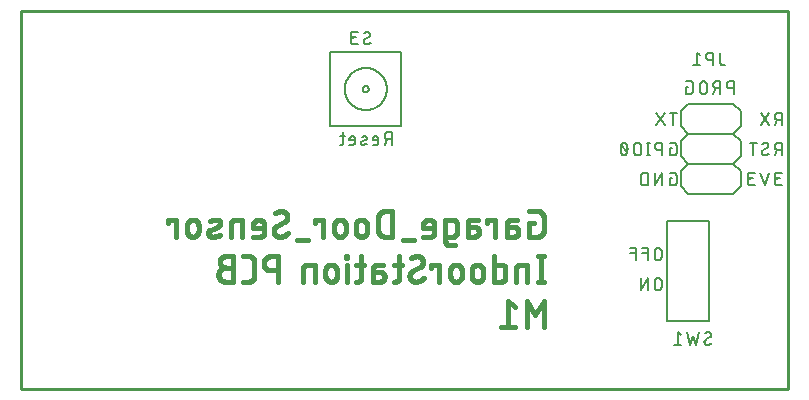
<source format=gbr>
G04 EAGLE Gerber RS-274X export*
G75*
%MOMM*%
%FSLAX34Y34*%
%LPD*%
%INSilkscreen Bottom*%
%IPPOS*%
%AMOC8*
5,1,8,0,0,1.08239X$1,22.5*%
G01*
G04 Define Apertures*
%ADD10C,0.203200*%
%ADD11C,0.381000*%
%ADD12C,0.152400*%
%ADD13C,0.127000*%
%ADD14C,0.254000*%
D10*
X644144Y223266D02*
X644144Y233934D01*
X641181Y233934D01*
X641074Y233932D01*
X640967Y233926D01*
X640861Y233917D01*
X640755Y233903D01*
X640649Y233886D01*
X640544Y233865D01*
X640440Y233840D01*
X640337Y233811D01*
X640235Y233779D01*
X640134Y233743D01*
X640035Y233703D01*
X639937Y233660D01*
X639841Y233613D01*
X639746Y233563D01*
X639653Y233510D01*
X639563Y233453D01*
X639474Y233393D01*
X639388Y233330D01*
X639304Y233264D01*
X639222Y233194D01*
X639143Y233122D01*
X639067Y233047D01*
X638993Y232969D01*
X638923Y232889D01*
X638855Y232806D01*
X638790Y232721D01*
X638729Y232634D01*
X638670Y232544D01*
X638615Y232453D01*
X638563Y232359D01*
X638515Y232263D01*
X638470Y232166D01*
X638428Y232068D01*
X638391Y231968D01*
X638356Y231866D01*
X638326Y231764D01*
X638299Y231660D01*
X638276Y231556D01*
X638257Y231450D01*
X638242Y231344D01*
X638230Y231238D01*
X638222Y231131D01*
X638218Y231024D01*
X638218Y230918D01*
X638222Y230811D01*
X638230Y230704D01*
X638242Y230598D01*
X638257Y230492D01*
X638276Y230386D01*
X638299Y230282D01*
X638326Y230178D01*
X638356Y230076D01*
X638391Y229974D01*
X638428Y229874D01*
X638470Y229776D01*
X638515Y229679D01*
X638563Y229583D01*
X638615Y229490D01*
X638670Y229398D01*
X638729Y229308D01*
X638790Y229221D01*
X638855Y229136D01*
X638923Y229053D01*
X638993Y228973D01*
X639067Y228895D01*
X639143Y228820D01*
X639222Y228748D01*
X639304Y228678D01*
X639388Y228612D01*
X639474Y228549D01*
X639563Y228489D01*
X639653Y228432D01*
X639746Y228379D01*
X639841Y228329D01*
X639937Y228282D01*
X640035Y228239D01*
X640134Y228199D01*
X640235Y228163D01*
X640337Y228131D01*
X640440Y228102D01*
X640544Y228077D01*
X640649Y228056D01*
X640755Y228039D01*
X640861Y228025D01*
X640967Y228016D01*
X641074Y228010D01*
X641181Y228008D01*
X641181Y228007D02*
X644144Y228007D01*
X640588Y228007D02*
X638217Y223266D01*
X633417Y223266D02*
X626305Y233934D01*
X633417Y233934D02*
X626305Y223266D01*
X603504Y249936D02*
X603504Y260604D01*
X600541Y260604D01*
X600434Y260602D01*
X600327Y260596D01*
X600221Y260587D01*
X600115Y260573D01*
X600009Y260556D01*
X599904Y260535D01*
X599800Y260510D01*
X599697Y260481D01*
X599595Y260449D01*
X599494Y260413D01*
X599395Y260373D01*
X599297Y260330D01*
X599201Y260283D01*
X599106Y260233D01*
X599013Y260180D01*
X598923Y260123D01*
X598834Y260063D01*
X598748Y260000D01*
X598664Y259934D01*
X598582Y259864D01*
X598503Y259792D01*
X598427Y259717D01*
X598353Y259639D01*
X598283Y259559D01*
X598215Y259476D01*
X598150Y259391D01*
X598089Y259304D01*
X598030Y259214D01*
X597975Y259123D01*
X597923Y259029D01*
X597875Y258933D01*
X597830Y258836D01*
X597788Y258738D01*
X597751Y258638D01*
X597716Y258536D01*
X597686Y258434D01*
X597659Y258330D01*
X597636Y258226D01*
X597617Y258120D01*
X597602Y258014D01*
X597590Y257908D01*
X597582Y257801D01*
X597578Y257694D01*
X597578Y257588D01*
X597582Y257481D01*
X597590Y257374D01*
X597602Y257268D01*
X597617Y257162D01*
X597636Y257056D01*
X597659Y256952D01*
X597686Y256848D01*
X597716Y256746D01*
X597751Y256644D01*
X597788Y256544D01*
X597830Y256446D01*
X597875Y256349D01*
X597923Y256253D01*
X597975Y256160D01*
X598030Y256068D01*
X598089Y255978D01*
X598150Y255891D01*
X598215Y255806D01*
X598283Y255723D01*
X598353Y255643D01*
X598427Y255565D01*
X598503Y255490D01*
X598582Y255418D01*
X598664Y255348D01*
X598748Y255282D01*
X598834Y255219D01*
X598923Y255159D01*
X599013Y255102D01*
X599106Y255049D01*
X599201Y254999D01*
X599297Y254952D01*
X599395Y254909D01*
X599494Y254869D01*
X599595Y254833D01*
X599697Y254801D01*
X599800Y254772D01*
X599904Y254747D01*
X600009Y254726D01*
X600115Y254709D01*
X600221Y254695D01*
X600327Y254686D01*
X600434Y254680D01*
X600541Y254678D01*
X600541Y254677D02*
X603504Y254677D01*
X592218Y249936D02*
X592218Y260604D01*
X589254Y260604D01*
X589147Y260602D01*
X589040Y260596D01*
X588934Y260587D01*
X588828Y260573D01*
X588722Y260556D01*
X588617Y260535D01*
X588513Y260510D01*
X588410Y260481D01*
X588308Y260449D01*
X588207Y260413D01*
X588108Y260373D01*
X588010Y260330D01*
X587914Y260283D01*
X587819Y260233D01*
X587726Y260180D01*
X587636Y260123D01*
X587547Y260063D01*
X587461Y260000D01*
X587377Y259934D01*
X587295Y259864D01*
X587216Y259792D01*
X587140Y259717D01*
X587066Y259639D01*
X586996Y259559D01*
X586928Y259476D01*
X586863Y259391D01*
X586802Y259304D01*
X586743Y259214D01*
X586688Y259123D01*
X586636Y259029D01*
X586588Y258933D01*
X586543Y258836D01*
X586501Y258738D01*
X586464Y258638D01*
X586429Y258536D01*
X586399Y258434D01*
X586372Y258330D01*
X586349Y258226D01*
X586330Y258120D01*
X586315Y258014D01*
X586303Y257908D01*
X586295Y257801D01*
X586291Y257694D01*
X586291Y257588D01*
X586295Y257481D01*
X586303Y257374D01*
X586315Y257268D01*
X586330Y257162D01*
X586349Y257056D01*
X586372Y256952D01*
X586399Y256848D01*
X586429Y256746D01*
X586464Y256644D01*
X586501Y256544D01*
X586543Y256446D01*
X586588Y256349D01*
X586636Y256253D01*
X586688Y256160D01*
X586743Y256068D01*
X586802Y255978D01*
X586863Y255891D01*
X586928Y255806D01*
X586996Y255723D01*
X587066Y255643D01*
X587140Y255565D01*
X587216Y255490D01*
X587295Y255418D01*
X587377Y255348D01*
X587461Y255282D01*
X587547Y255219D01*
X587636Y255159D01*
X587726Y255102D01*
X587819Y255049D01*
X587914Y254999D01*
X588010Y254952D01*
X588108Y254909D01*
X588207Y254869D01*
X588308Y254833D01*
X588410Y254801D01*
X588513Y254772D01*
X588617Y254747D01*
X588722Y254726D01*
X588828Y254709D01*
X588934Y254695D01*
X589040Y254686D01*
X589147Y254680D01*
X589254Y254678D01*
X589254Y254677D02*
X592218Y254677D01*
X588662Y254677D02*
X586291Y249936D01*
X580898Y252899D02*
X580898Y257641D01*
X580896Y257748D01*
X580890Y257855D01*
X580881Y257961D01*
X580867Y258067D01*
X580850Y258173D01*
X580829Y258278D01*
X580804Y258382D01*
X580775Y258485D01*
X580743Y258587D01*
X580707Y258688D01*
X580667Y258787D01*
X580624Y258885D01*
X580577Y258981D01*
X580527Y259076D01*
X580474Y259169D01*
X580417Y259259D01*
X580357Y259348D01*
X580294Y259434D01*
X580228Y259518D01*
X580158Y259600D01*
X580086Y259679D01*
X580011Y259755D01*
X579933Y259829D01*
X579853Y259899D01*
X579770Y259967D01*
X579685Y260032D01*
X579598Y260093D01*
X579508Y260152D01*
X579417Y260207D01*
X579323Y260259D01*
X579227Y260307D01*
X579130Y260352D01*
X579032Y260394D01*
X578932Y260431D01*
X578830Y260466D01*
X578728Y260496D01*
X578624Y260523D01*
X578520Y260546D01*
X578414Y260565D01*
X578308Y260580D01*
X578202Y260592D01*
X578095Y260600D01*
X577988Y260604D01*
X577882Y260604D01*
X577775Y260600D01*
X577668Y260592D01*
X577562Y260580D01*
X577456Y260565D01*
X577350Y260546D01*
X577246Y260523D01*
X577142Y260496D01*
X577040Y260466D01*
X576938Y260431D01*
X576838Y260394D01*
X576740Y260352D01*
X576643Y260307D01*
X576547Y260259D01*
X576454Y260207D01*
X576362Y260152D01*
X576272Y260093D01*
X576185Y260032D01*
X576100Y259967D01*
X576017Y259899D01*
X575937Y259829D01*
X575859Y259755D01*
X575784Y259679D01*
X575712Y259600D01*
X575642Y259518D01*
X575576Y259434D01*
X575513Y259348D01*
X575453Y259259D01*
X575396Y259169D01*
X575343Y259076D01*
X575293Y258981D01*
X575246Y258885D01*
X575203Y258787D01*
X575163Y258688D01*
X575127Y258587D01*
X575095Y258485D01*
X575066Y258382D01*
X575041Y258278D01*
X575020Y258173D01*
X575003Y258067D01*
X574989Y257961D01*
X574980Y257855D01*
X574974Y257748D01*
X574972Y257641D01*
X574971Y257641D02*
X574971Y252899D01*
X574972Y252899D02*
X574974Y252792D01*
X574980Y252685D01*
X574989Y252579D01*
X575003Y252473D01*
X575020Y252367D01*
X575041Y252262D01*
X575066Y252158D01*
X575095Y252055D01*
X575127Y251953D01*
X575163Y251852D01*
X575203Y251753D01*
X575246Y251655D01*
X575293Y251559D01*
X575343Y251464D01*
X575396Y251371D01*
X575453Y251281D01*
X575513Y251192D01*
X575576Y251106D01*
X575642Y251022D01*
X575712Y250940D01*
X575784Y250861D01*
X575859Y250785D01*
X575937Y250711D01*
X576017Y250641D01*
X576100Y250573D01*
X576185Y250508D01*
X576272Y250447D01*
X576362Y250388D01*
X576454Y250333D01*
X576547Y250281D01*
X576643Y250233D01*
X576740Y250188D01*
X576838Y250146D01*
X576938Y250109D01*
X577040Y250074D01*
X577142Y250044D01*
X577246Y250017D01*
X577350Y249994D01*
X577456Y249975D01*
X577562Y249960D01*
X577668Y249948D01*
X577775Y249940D01*
X577882Y249936D01*
X577988Y249936D01*
X578095Y249940D01*
X578202Y249948D01*
X578308Y249960D01*
X578414Y249975D01*
X578520Y249994D01*
X578624Y250017D01*
X578728Y250044D01*
X578830Y250074D01*
X578932Y250109D01*
X579032Y250146D01*
X579130Y250188D01*
X579227Y250233D01*
X579323Y250281D01*
X579417Y250333D01*
X579508Y250388D01*
X579598Y250447D01*
X579685Y250508D01*
X579770Y250573D01*
X579853Y250641D01*
X579933Y250711D01*
X580011Y250785D01*
X580086Y250861D01*
X580158Y250940D01*
X580228Y251022D01*
X580294Y251106D01*
X580357Y251192D01*
X580417Y251281D01*
X580474Y251371D01*
X580527Y251464D01*
X580577Y251559D01*
X580624Y251655D01*
X580667Y251753D01*
X580707Y251852D01*
X580743Y251953D01*
X580775Y252055D01*
X580804Y252158D01*
X580829Y252262D01*
X580850Y252367D01*
X580867Y252473D01*
X580881Y252579D01*
X580890Y252685D01*
X580896Y252792D01*
X580898Y252899D01*
X564938Y255863D02*
X563160Y255863D01*
X563160Y249936D01*
X566716Y249936D01*
X566811Y249938D01*
X566907Y249944D01*
X567002Y249953D01*
X567096Y249967D01*
X567190Y249984D01*
X567283Y250005D01*
X567376Y250030D01*
X567467Y250058D01*
X567557Y250090D01*
X567645Y250126D01*
X567732Y250165D01*
X567818Y250208D01*
X567902Y250254D01*
X567983Y250303D01*
X568063Y250356D01*
X568140Y250412D01*
X568216Y250470D01*
X568288Y250532D01*
X568358Y250597D01*
X568426Y250665D01*
X568491Y250735D01*
X568553Y250807D01*
X568611Y250883D01*
X568667Y250960D01*
X568720Y251040D01*
X568769Y251122D01*
X568815Y251205D01*
X568858Y251291D01*
X568897Y251378D01*
X568933Y251466D01*
X568965Y251556D01*
X568993Y251647D01*
X569018Y251740D01*
X569039Y251833D01*
X569056Y251927D01*
X569070Y252021D01*
X569079Y252116D01*
X569085Y252212D01*
X569087Y252307D01*
X569087Y258233D01*
X569085Y258328D01*
X569079Y258424D01*
X569070Y258519D01*
X569056Y258613D01*
X569039Y258707D01*
X569018Y258800D01*
X568993Y258893D01*
X568965Y258984D01*
X568933Y259074D01*
X568897Y259162D01*
X568858Y259249D01*
X568815Y259335D01*
X568769Y259418D01*
X568720Y259500D01*
X568667Y259580D01*
X568611Y259657D01*
X568553Y259733D01*
X568491Y259805D01*
X568426Y259875D01*
X568358Y259943D01*
X568288Y260008D01*
X568216Y260070D01*
X568140Y260128D01*
X568063Y260184D01*
X567983Y260237D01*
X567902Y260286D01*
X567818Y260332D01*
X567732Y260375D01*
X567645Y260414D01*
X567557Y260450D01*
X567467Y260482D01*
X567376Y260510D01*
X567283Y260535D01*
X567190Y260556D01*
X567096Y260573D01*
X567002Y260587D01*
X566907Y260596D01*
X566812Y260602D01*
X566716Y260604D01*
X563160Y260604D01*
X644144Y208534D02*
X644144Y197866D01*
X644144Y208534D02*
X641181Y208534D01*
X641074Y208532D01*
X640967Y208526D01*
X640861Y208517D01*
X640755Y208503D01*
X640649Y208486D01*
X640544Y208465D01*
X640440Y208440D01*
X640337Y208411D01*
X640235Y208379D01*
X640134Y208343D01*
X640035Y208303D01*
X639937Y208260D01*
X639841Y208213D01*
X639746Y208163D01*
X639653Y208110D01*
X639563Y208053D01*
X639474Y207993D01*
X639388Y207930D01*
X639304Y207864D01*
X639222Y207794D01*
X639143Y207722D01*
X639067Y207647D01*
X638993Y207569D01*
X638923Y207489D01*
X638855Y207406D01*
X638790Y207321D01*
X638729Y207234D01*
X638670Y207144D01*
X638615Y207053D01*
X638563Y206959D01*
X638515Y206863D01*
X638470Y206766D01*
X638428Y206668D01*
X638391Y206568D01*
X638356Y206466D01*
X638326Y206364D01*
X638299Y206260D01*
X638276Y206156D01*
X638257Y206050D01*
X638242Y205944D01*
X638230Y205838D01*
X638222Y205731D01*
X638218Y205624D01*
X638218Y205518D01*
X638222Y205411D01*
X638230Y205304D01*
X638242Y205198D01*
X638257Y205092D01*
X638276Y204986D01*
X638299Y204882D01*
X638326Y204778D01*
X638356Y204676D01*
X638391Y204574D01*
X638428Y204474D01*
X638470Y204376D01*
X638515Y204279D01*
X638563Y204183D01*
X638615Y204090D01*
X638670Y203998D01*
X638729Y203908D01*
X638790Y203821D01*
X638855Y203736D01*
X638923Y203653D01*
X638993Y203573D01*
X639067Y203495D01*
X639143Y203420D01*
X639222Y203348D01*
X639304Y203278D01*
X639388Y203212D01*
X639474Y203149D01*
X639563Y203089D01*
X639653Y203032D01*
X639746Y202979D01*
X639841Y202929D01*
X639937Y202882D01*
X640035Y202839D01*
X640134Y202799D01*
X640235Y202763D01*
X640337Y202731D01*
X640440Y202702D01*
X640544Y202677D01*
X640649Y202656D01*
X640755Y202639D01*
X640861Y202625D01*
X640967Y202616D01*
X641074Y202610D01*
X641181Y202608D01*
X641181Y202607D02*
X644144Y202607D01*
X640588Y202607D02*
X638217Y197866D01*
X629649Y197866D02*
X629554Y197868D01*
X629458Y197874D01*
X629363Y197883D01*
X629269Y197897D01*
X629175Y197914D01*
X629082Y197935D01*
X628989Y197960D01*
X628898Y197988D01*
X628808Y198020D01*
X628720Y198056D01*
X628633Y198095D01*
X628547Y198138D01*
X628464Y198184D01*
X628382Y198233D01*
X628302Y198286D01*
X628225Y198342D01*
X628149Y198400D01*
X628077Y198462D01*
X628007Y198527D01*
X627939Y198595D01*
X627874Y198665D01*
X627812Y198737D01*
X627754Y198813D01*
X627698Y198890D01*
X627645Y198970D01*
X627596Y199052D01*
X627550Y199135D01*
X627507Y199221D01*
X627468Y199308D01*
X627432Y199396D01*
X627400Y199486D01*
X627372Y199577D01*
X627347Y199670D01*
X627326Y199763D01*
X627309Y199857D01*
X627295Y199951D01*
X627286Y200046D01*
X627280Y200142D01*
X627278Y200237D01*
X629649Y197866D02*
X629785Y197868D01*
X629922Y197873D01*
X630058Y197883D01*
X630193Y197896D01*
X630329Y197912D01*
X630463Y197933D01*
X630598Y197957D01*
X630731Y197984D01*
X630864Y198016D01*
X630996Y198050D01*
X631127Y198089D01*
X631256Y198131D01*
X631385Y198176D01*
X631512Y198225D01*
X631638Y198278D01*
X631762Y198334D01*
X631885Y198393D01*
X632006Y198455D01*
X632126Y198521D01*
X632243Y198590D01*
X632359Y198663D01*
X632473Y198738D01*
X632584Y198816D01*
X632693Y198898D01*
X632801Y198982D01*
X632905Y199069D01*
X633008Y199159D01*
X633108Y199252D01*
X633205Y199348D01*
X632909Y206163D02*
X632907Y206258D01*
X632901Y206354D01*
X632892Y206449D01*
X632878Y206543D01*
X632861Y206637D01*
X632840Y206730D01*
X632815Y206823D01*
X632787Y206914D01*
X632755Y207004D01*
X632719Y207092D01*
X632680Y207179D01*
X632637Y207265D01*
X632591Y207349D01*
X632542Y207430D01*
X632489Y207510D01*
X632433Y207587D01*
X632375Y207663D01*
X632313Y207735D01*
X632248Y207805D01*
X632180Y207873D01*
X632110Y207938D01*
X632038Y208000D01*
X631962Y208058D01*
X631885Y208114D01*
X631805Y208167D01*
X631724Y208216D01*
X631640Y208262D01*
X631554Y208305D01*
X631467Y208344D01*
X631379Y208380D01*
X631289Y208412D01*
X631198Y208440D01*
X631105Y208465D01*
X631012Y208486D01*
X630918Y208503D01*
X630824Y208517D01*
X630729Y208526D01*
X630633Y208532D01*
X630538Y208534D01*
X630408Y208532D01*
X630278Y208526D01*
X630148Y208517D01*
X630019Y208504D01*
X629890Y208487D01*
X629762Y208466D01*
X629634Y208441D01*
X629507Y208413D01*
X629381Y208381D01*
X629256Y208345D01*
X629132Y208306D01*
X629010Y208263D01*
X628888Y208217D01*
X628768Y208166D01*
X628650Y208113D01*
X628533Y208056D01*
X628418Y207996D01*
X628304Y207932D01*
X628193Y207865D01*
X628083Y207795D01*
X627976Y207721D01*
X627871Y207645D01*
X631724Y204088D02*
X631805Y204139D01*
X631885Y204193D01*
X631963Y204249D01*
X632038Y204309D01*
X632111Y204372D01*
X632181Y204438D01*
X632248Y204506D01*
X632313Y204577D01*
X632375Y204651D01*
X632434Y204727D01*
X632490Y204805D01*
X632542Y204886D01*
X632592Y204968D01*
X632638Y205053D01*
X632680Y205139D01*
X632720Y205227D01*
X632755Y205316D01*
X632787Y205407D01*
X632816Y205499D01*
X632840Y205592D01*
X632861Y205685D01*
X632878Y205780D01*
X632892Y205875D01*
X632901Y205971D01*
X632907Y206067D01*
X632909Y206163D01*
X628465Y202312D02*
X628383Y202261D01*
X628303Y202207D01*
X628225Y202151D01*
X628150Y202091D01*
X628077Y202028D01*
X628007Y201962D01*
X627940Y201894D01*
X627875Y201823D01*
X627813Y201749D01*
X627754Y201673D01*
X627698Y201595D01*
X627646Y201514D01*
X627596Y201432D01*
X627550Y201347D01*
X627508Y201261D01*
X627468Y201173D01*
X627433Y201084D01*
X627401Y200993D01*
X627372Y200901D01*
X627348Y200808D01*
X627327Y200715D01*
X627310Y200620D01*
X627296Y200525D01*
X627287Y200429D01*
X627281Y200333D01*
X627279Y200237D01*
X628464Y202311D02*
X631724Y204089D01*
X619955Y208534D02*
X619955Y197866D01*
X616992Y208534D02*
X622919Y208534D01*
X641181Y172466D02*
X644144Y172466D01*
X641181Y172466D02*
X641074Y172468D01*
X640967Y172474D01*
X640861Y172483D01*
X640755Y172497D01*
X640649Y172514D01*
X640544Y172535D01*
X640440Y172560D01*
X640337Y172589D01*
X640235Y172621D01*
X640134Y172657D01*
X640035Y172697D01*
X639937Y172740D01*
X639841Y172787D01*
X639746Y172837D01*
X639653Y172890D01*
X639563Y172947D01*
X639474Y173007D01*
X639388Y173070D01*
X639304Y173136D01*
X639222Y173206D01*
X639143Y173278D01*
X639067Y173353D01*
X638993Y173431D01*
X638923Y173511D01*
X638855Y173594D01*
X638790Y173679D01*
X638729Y173766D01*
X638670Y173856D01*
X638615Y173948D01*
X638563Y174041D01*
X638515Y174137D01*
X638470Y174234D01*
X638428Y174332D01*
X638391Y174432D01*
X638356Y174534D01*
X638326Y174636D01*
X638299Y174740D01*
X638276Y174844D01*
X638257Y174950D01*
X638242Y175056D01*
X638230Y175162D01*
X638222Y175269D01*
X638218Y175376D01*
X638218Y175482D01*
X638222Y175589D01*
X638230Y175696D01*
X638242Y175802D01*
X638257Y175908D01*
X638276Y176014D01*
X638299Y176118D01*
X638326Y176222D01*
X638356Y176324D01*
X638391Y176426D01*
X638428Y176526D01*
X638470Y176624D01*
X638515Y176721D01*
X638563Y176817D01*
X638615Y176911D01*
X638670Y177002D01*
X638729Y177092D01*
X638790Y177179D01*
X638855Y177264D01*
X638923Y177347D01*
X638993Y177427D01*
X639067Y177505D01*
X639143Y177580D01*
X639222Y177652D01*
X639304Y177722D01*
X639388Y177788D01*
X639474Y177851D01*
X639563Y177911D01*
X639653Y177968D01*
X639746Y178021D01*
X639841Y178071D01*
X639937Y178118D01*
X640035Y178161D01*
X640134Y178201D01*
X640235Y178237D01*
X640337Y178269D01*
X640440Y178298D01*
X640544Y178323D01*
X640649Y178344D01*
X640755Y178361D01*
X640861Y178375D01*
X640967Y178384D01*
X641074Y178390D01*
X641181Y178392D01*
X640588Y183134D02*
X644144Y183134D01*
X640588Y183134D02*
X640491Y183132D01*
X640395Y183126D01*
X640299Y183116D01*
X640203Y183102D01*
X640108Y183085D01*
X640013Y183063D01*
X639920Y183038D01*
X639828Y183009D01*
X639737Y182976D01*
X639647Y182939D01*
X639559Y182899D01*
X639473Y182855D01*
X639389Y182808D01*
X639306Y182758D01*
X639226Y182704D01*
X639148Y182646D01*
X639072Y182586D01*
X638999Y182523D01*
X638929Y182457D01*
X638861Y182387D01*
X638796Y182316D01*
X638734Y182241D01*
X638676Y182164D01*
X638620Y182085D01*
X638568Y182004D01*
X638519Y181920D01*
X638473Y181835D01*
X638431Y181748D01*
X638393Y181659D01*
X638358Y181569D01*
X638327Y181477D01*
X638300Y181384D01*
X638276Y181291D01*
X638257Y181196D01*
X638241Y181100D01*
X638229Y181004D01*
X638221Y180908D01*
X638217Y180811D01*
X638217Y180715D01*
X638221Y180618D01*
X638229Y180522D01*
X638241Y180426D01*
X638257Y180330D01*
X638276Y180235D01*
X638300Y180142D01*
X638327Y180049D01*
X638358Y179957D01*
X638393Y179867D01*
X638431Y179778D01*
X638473Y179691D01*
X638519Y179606D01*
X638568Y179522D01*
X638620Y179441D01*
X638676Y179362D01*
X638734Y179285D01*
X638796Y179210D01*
X638861Y179139D01*
X638929Y179069D01*
X638999Y179003D01*
X639072Y178940D01*
X639148Y178880D01*
X639226Y178822D01*
X639306Y178768D01*
X639389Y178718D01*
X639473Y178671D01*
X639559Y178627D01*
X639647Y178587D01*
X639737Y178550D01*
X639828Y178517D01*
X639920Y178488D01*
X640013Y178463D01*
X640108Y178441D01*
X640203Y178424D01*
X640299Y178410D01*
X640395Y178400D01*
X640491Y178394D01*
X640588Y178392D01*
X640588Y178393D02*
X642959Y178393D01*
X633307Y183134D02*
X629751Y172466D01*
X626195Y183134D01*
X621284Y172466D02*
X618321Y172466D01*
X618214Y172468D01*
X618107Y172474D01*
X618001Y172483D01*
X617895Y172497D01*
X617789Y172514D01*
X617684Y172535D01*
X617580Y172560D01*
X617477Y172589D01*
X617375Y172621D01*
X617274Y172657D01*
X617175Y172697D01*
X617077Y172740D01*
X616981Y172787D01*
X616886Y172837D01*
X616793Y172890D01*
X616703Y172947D01*
X616614Y173007D01*
X616528Y173070D01*
X616444Y173136D01*
X616362Y173206D01*
X616283Y173278D01*
X616207Y173353D01*
X616133Y173431D01*
X616063Y173511D01*
X615995Y173594D01*
X615930Y173679D01*
X615869Y173766D01*
X615810Y173856D01*
X615755Y173948D01*
X615703Y174041D01*
X615655Y174137D01*
X615610Y174234D01*
X615568Y174332D01*
X615531Y174432D01*
X615496Y174534D01*
X615466Y174636D01*
X615439Y174740D01*
X615416Y174844D01*
X615397Y174950D01*
X615382Y175056D01*
X615370Y175162D01*
X615362Y175269D01*
X615358Y175376D01*
X615358Y175482D01*
X615362Y175589D01*
X615370Y175696D01*
X615382Y175802D01*
X615397Y175908D01*
X615416Y176014D01*
X615439Y176118D01*
X615466Y176222D01*
X615496Y176324D01*
X615531Y176426D01*
X615568Y176526D01*
X615610Y176624D01*
X615655Y176721D01*
X615703Y176817D01*
X615755Y176911D01*
X615810Y177002D01*
X615869Y177092D01*
X615930Y177179D01*
X615995Y177264D01*
X616063Y177347D01*
X616133Y177427D01*
X616207Y177505D01*
X616283Y177580D01*
X616362Y177652D01*
X616444Y177722D01*
X616528Y177788D01*
X616614Y177851D01*
X616703Y177911D01*
X616793Y177968D01*
X616886Y178021D01*
X616981Y178071D01*
X617077Y178118D01*
X617175Y178161D01*
X617274Y178201D01*
X617375Y178237D01*
X617477Y178269D01*
X617580Y178298D01*
X617684Y178323D01*
X617789Y178344D01*
X617895Y178361D01*
X618001Y178375D01*
X618107Y178384D01*
X618214Y178390D01*
X618321Y178392D01*
X617728Y183134D02*
X621284Y183134D01*
X617728Y183134D02*
X617631Y183132D01*
X617535Y183126D01*
X617439Y183116D01*
X617343Y183102D01*
X617248Y183085D01*
X617153Y183063D01*
X617060Y183038D01*
X616968Y183009D01*
X616877Y182976D01*
X616787Y182939D01*
X616699Y182899D01*
X616613Y182855D01*
X616529Y182808D01*
X616446Y182758D01*
X616366Y182704D01*
X616288Y182646D01*
X616212Y182586D01*
X616139Y182523D01*
X616069Y182457D01*
X616001Y182387D01*
X615936Y182316D01*
X615874Y182241D01*
X615816Y182164D01*
X615760Y182085D01*
X615708Y182004D01*
X615659Y181920D01*
X615613Y181835D01*
X615571Y181748D01*
X615533Y181659D01*
X615498Y181569D01*
X615467Y181477D01*
X615440Y181384D01*
X615416Y181291D01*
X615397Y181196D01*
X615381Y181100D01*
X615369Y181004D01*
X615361Y180908D01*
X615357Y180811D01*
X615357Y180715D01*
X615361Y180618D01*
X615369Y180522D01*
X615381Y180426D01*
X615397Y180330D01*
X615416Y180235D01*
X615440Y180142D01*
X615467Y180049D01*
X615498Y179957D01*
X615533Y179867D01*
X615571Y179778D01*
X615613Y179691D01*
X615659Y179606D01*
X615708Y179522D01*
X615760Y179441D01*
X615816Y179362D01*
X615874Y179285D01*
X615936Y179210D01*
X616001Y179139D01*
X616069Y179069D01*
X616139Y179003D01*
X616212Y178940D01*
X616288Y178880D01*
X616366Y178822D01*
X616446Y178768D01*
X616529Y178718D01*
X616613Y178671D01*
X616699Y178627D01*
X616787Y178587D01*
X616877Y178550D01*
X616968Y178517D01*
X617060Y178488D01*
X617153Y178463D01*
X617248Y178441D01*
X617343Y178424D01*
X617439Y178410D01*
X617535Y178400D01*
X617631Y178394D01*
X617728Y178392D01*
X617728Y178393D02*
X620099Y178393D01*
X552281Y223266D02*
X552281Y233934D01*
X555244Y233934D02*
X549317Y233934D01*
X538057Y233934D02*
X545169Y223266D01*
X538057Y223266D02*
X545169Y233934D01*
X549317Y203793D02*
X551095Y203793D01*
X549317Y203793D02*
X549317Y197866D01*
X552873Y197866D01*
X552968Y197868D01*
X553064Y197874D01*
X553159Y197883D01*
X553253Y197897D01*
X553347Y197914D01*
X553440Y197935D01*
X553533Y197960D01*
X553624Y197988D01*
X553714Y198020D01*
X553802Y198056D01*
X553889Y198095D01*
X553975Y198138D01*
X554059Y198184D01*
X554140Y198233D01*
X554220Y198286D01*
X554297Y198342D01*
X554373Y198400D01*
X554445Y198462D01*
X554515Y198527D01*
X554583Y198595D01*
X554648Y198665D01*
X554710Y198737D01*
X554768Y198813D01*
X554824Y198890D01*
X554877Y198970D01*
X554926Y199052D01*
X554972Y199135D01*
X555015Y199221D01*
X555054Y199308D01*
X555090Y199396D01*
X555122Y199486D01*
X555150Y199577D01*
X555175Y199670D01*
X555196Y199763D01*
X555213Y199857D01*
X555227Y199951D01*
X555236Y200046D01*
X555242Y200142D01*
X555244Y200237D01*
X555244Y206163D01*
X555242Y206258D01*
X555236Y206354D01*
X555227Y206449D01*
X555213Y206543D01*
X555196Y206637D01*
X555175Y206730D01*
X555150Y206823D01*
X555122Y206914D01*
X555090Y207004D01*
X555054Y207092D01*
X555015Y207179D01*
X554972Y207265D01*
X554926Y207348D01*
X554877Y207430D01*
X554824Y207510D01*
X554768Y207587D01*
X554710Y207663D01*
X554648Y207735D01*
X554583Y207805D01*
X554515Y207873D01*
X554445Y207938D01*
X554373Y208000D01*
X554297Y208058D01*
X554220Y208114D01*
X554140Y208167D01*
X554059Y208216D01*
X553975Y208262D01*
X553889Y208305D01*
X553802Y208344D01*
X553714Y208380D01*
X553624Y208412D01*
X553533Y208440D01*
X553440Y208465D01*
X553347Y208486D01*
X553253Y208503D01*
X553159Y208517D01*
X553064Y208526D01*
X552969Y208532D01*
X552873Y208534D01*
X549317Y208534D01*
X542798Y208534D02*
X542798Y197866D01*
X542798Y208534D02*
X539835Y208534D01*
X539728Y208532D01*
X539621Y208526D01*
X539515Y208517D01*
X539409Y208503D01*
X539303Y208486D01*
X539198Y208465D01*
X539094Y208440D01*
X538991Y208411D01*
X538889Y208379D01*
X538788Y208343D01*
X538689Y208303D01*
X538591Y208260D01*
X538495Y208213D01*
X538400Y208163D01*
X538307Y208110D01*
X538217Y208053D01*
X538128Y207993D01*
X538042Y207930D01*
X537958Y207864D01*
X537876Y207794D01*
X537797Y207722D01*
X537721Y207647D01*
X537647Y207569D01*
X537577Y207489D01*
X537509Y207406D01*
X537444Y207321D01*
X537383Y207234D01*
X537324Y207144D01*
X537269Y207053D01*
X537217Y206959D01*
X537169Y206863D01*
X537124Y206766D01*
X537082Y206668D01*
X537045Y206568D01*
X537010Y206466D01*
X536980Y206364D01*
X536953Y206260D01*
X536930Y206156D01*
X536911Y206050D01*
X536896Y205944D01*
X536884Y205838D01*
X536876Y205731D01*
X536872Y205624D01*
X536872Y205518D01*
X536876Y205411D01*
X536884Y205304D01*
X536896Y205198D01*
X536911Y205092D01*
X536930Y204986D01*
X536953Y204882D01*
X536980Y204778D01*
X537010Y204676D01*
X537045Y204574D01*
X537082Y204474D01*
X537124Y204376D01*
X537169Y204279D01*
X537217Y204183D01*
X537269Y204090D01*
X537324Y203998D01*
X537383Y203908D01*
X537444Y203821D01*
X537509Y203736D01*
X537577Y203653D01*
X537647Y203573D01*
X537721Y203495D01*
X537797Y203420D01*
X537876Y203348D01*
X537958Y203278D01*
X538042Y203212D01*
X538128Y203149D01*
X538217Y203089D01*
X538307Y203032D01*
X538400Y202979D01*
X538495Y202929D01*
X538591Y202882D01*
X538689Y202839D01*
X538788Y202799D01*
X538889Y202763D01*
X538991Y202731D01*
X539094Y202702D01*
X539198Y202677D01*
X539303Y202656D01*
X539409Y202639D01*
X539515Y202625D01*
X539621Y202616D01*
X539728Y202610D01*
X539835Y202608D01*
X539835Y202607D02*
X542798Y202607D01*
X531326Y197866D02*
X531326Y208534D01*
X532511Y197866D02*
X530140Y197866D01*
X530140Y208534D02*
X532511Y208534D01*
X525145Y205571D02*
X525145Y200829D01*
X525145Y205571D02*
X525143Y205678D01*
X525137Y205785D01*
X525128Y205891D01*
X525114Y205997D01*
X525097Y206103D01*
X525076Y206208D01*
X525051Y206312D01*
X525022Y206415D01*
X524990Y206517D01*
X524954Y206618D01*
X524914Y206717D01*
X524871Y206815D01*
X524824Y206911D01*
X524774Y207006D01*
X524721Y207099D01*
X524664Y207189D01*
X524604Y207278D01*
X524541Y207364D01*
X524475Y207448D01*
X524405Y207530D01*
X524333Y207609D01*
X524258Y207685D01*
X524180Y207759D01*
X524100Y207829D01*
X524017Y207897D01*
X523932Y207962D01*
X523845Y208023D01*
X523755Y208082D01*
X523664Y208137D01*
X523570Y208189D01*
X523474Y208237D01*
X523377Y208282D01*
X523279Y208324D01*
X523179Y208361D01*
X523077Y208396D01*
X522975Y208426D01*
X522871Y208453D01*
X522767Y208476D01*
X522661Y208495D01*
X522555Y208510D01*
X522449Y208522D01*
X522342Y208530D01*
X522235Y208534D01*
X522129Y208534D01*
X522022Y208530D01*
X521915Y208522D01*
X521809Y208510D01*
X521703Y208495D01*
X521597Y208476D01*
X521493Y208453D01*
X521389Y208426D01*
X521287Y208396D01*
X521185Y208361D01*
X521085Y208324D01*
X520987Y208282D01*
X520890Y208237D01*
X520794Y208189D01*
X520701Y208137D01*
X520609Y208082D01*
X520519Y208023D01*
X520432Y207962D01*
X520347Y207897D01*
X520264Y207829D01*
X520184Y207759D01*
X520106Y207685D01*
X520031Y207609D01*
X519959Y207530D01*
X519889Y207448D01*
X519823Y207364D01*
X519760Y207278D01*
X519700Y207189D01*
X519643Y207099D01*
X519590Y207006D01*
X519540Y206911D01*
X519493Y206815D01*
X519450Y206717D01*
X519410Y206618D01*
X519374Y206517D01*
X519342Y206415D01*
X519313Y206312D01*
X519288Y206208D01*
X519267Y206103D01*
X519250Y205997D01*
X519236Y205891D01*
X519227Y205785D01*
X519221Y205678D01*
X519219Y205571D01*
X519218Y205571D02*
X519218Y200829D01*
X519219Y200829D02*
X519221Y200722D01*
X519227Y200615D01*
X519236Y200509D01*
X519250Y200403D01*
X519267Y200297D01*
X519288Y200192D01*
X519313Y200088D01*
X519342Y199985D01*
X519374Y199883D01*
X519410Y199782D01*
X519450Y199683D01*
X519493Y199585D01*
X519540Y199489D01*
X519590Y199394D01*
X519643Y199301D01*
X519700Y199211D01*
X519760Y199122D01*
X519823Y199036D01*
X519889Y198952D01*
X519959Y198870D01*
X520031Y198791D01*
X520106Y198715D01*
X520184Y198641D01*
X520264Y198571D01*
X520347Y198503D01*
X520432Y198438D01*
X520519Y198377D01*
X520609Y198318D01*
X520701Y198263D01*
X520794Y198211D01*
X520890Y198163D01*
X520987Y198118D01*
X521085Y198076D01*
X521185Y198039D01*
X521287Y198004D01*
X521389Y197974D01*
X521493Y197947D01*
X521597Y197924D01*
X521703Y197905D01*
X521809Y197890D01*
X521915Y197878D01*
X522022Y197870D01*
X522129Y197866D01*
X522235Y197866D01*
X522342Y197870D01*
X522449Y197878D01*
X522555Y197890D01*
X522661Y197905D01*
X522767Y197924D01*
X522871Y197947D01*
X522975Y197974D01*
X523077Y198004D01*
X523179Y198039D01*
X523279Y198076D01*
X523377Y198118D01*
X523474Y198163D01*
X523570Y198211D01*
X523664Y198263D01*
X523755Y198318D01*
X523845Y198377D01*
X523932Y198438D01*
X524017Y198503D01*
X524100Y198571D01*
X524180Y198641D01*
X524258Y198715D01*
X524333Y198791D01*
X524405Y198870D01*
X524475Y198952D01*
X524541Y199036D01*
X524604Y199122D01*
X524664Y199211D01*
X524721Y199301D01*
X524774Y199394D01*
X524824Y199489D01*
X524871Y199585D01*
X524914Y199683D01*
X524954Y199782D01*
X524990Y199883D01*
X525022Y199985D01*
X525051Y200088D01*
X525076Y200192D01*
X525097Y200297D01*
X525114Y200403D01*
X525128Y200509D01*
X525137Y200615D01*
X525143Y200722D01*
X525145Y200829D01*
X513715Y203200D02*
X513712Y203410D01*
X513705Y203620D01*
X513692Y203829D01*
X513675Y204038D01*
X513652Y204247D01*
X513625Y204455D01*
X513593Y204662D01*
X513555Y204869D01*
X513513Y205074D01*
X513466Y205279D01*
X513414Y205482D01*
X513357Y205684D01*
X513295Y205885D01*
X513229Y206084D01*
X513157Y206281D01*
X513081Y206477D01*
X513001Y206671D01*
X512916Y206863D01*
X512826Y207052D01*
X512795Y207137D01*
X512761Y207221D01*
X512723Y207303D01*
X512681Y207384D01*
X512636Y207463D01*
X512588Y207540D01*
X512537Y207615D01*
X512483Y207687D01*
X512426Y207758D01*
X512366Y207826D01*
X512303Y207891D01*
X512238Y207954D01*
X512170Y208014D01*
X512099Y208071D01*
X512027Y208125D01*
X511952Y208177D01*
X511875Y208225D01*
X511796Y208270D01*
X511715Y208311D01*
X511633Y208349D01*
X511549Y208384D01*
X511464Y208415D01*
X511378Y208443D01*
X511291Y208467D01*
X511202Y208487D01*
X511113Y208504D01*
X511023Y208517D01*
X510933Y208527D01*
X510843Y208532D01*
X510752Y208534D01*
X510661Y208532D01*
X510571Y208527D01*
X510481Y208517D01*
X510391Y208504D01*
X510302Y208487D01*
X510213Y208467D01*
X510126Y208443D01*
X510040Y208415D01*
X509955Y208384D01*
X509871Y208349D01*
X509789Y208311D01*
X509708Y208270D01*
X509629Y208225D01*
X509552Y208177D01*
X509477Y208126D01*
X509405Y208071D01*
X509334Y208014D01*
X509266Y207954D01*
X509201Y207891D01*
X509138Y207826D01*
X509078Y207758D01*
X509021Y207687D01*
X508967Y207615D01*
X508916Y207540D01*
X508868Y207463D01*
X508823Y207384D01*
X508781Y207303D01*
X508743Y207221D01*
X508709Y207137D01*
X508678Y207052D01*
X508588Y206863D01*
X508503Y206671D01*
X508423Y206477D01*
X508347Y206281D01*
X508275Y206084D01*
X508209Y205885D01*
X508147Y205684D01*
X508090Y205482D01*
X508038Y205279D01*
X507991Y205074D01*
X507949Y204869D01*
X507911Y204662D01*
X507879Y204455D01*
X507852Y204247D01*
X507829Y204038D01*
X507812Y203829D01*
X507799Y203620D01*
X507792Y203410D01*
X507789Y203200D01*
X513715Y203200D02*
X513712Y202990D01*
X513705Y202780D01*
X513692Y202571D01*
X513675Y202362D01*
X513652Y202153D01*
X513625Y201945D01*
X513593Y201738D01*
X513555Y201531D01*
X513513Y201326D01*
X513466Y201121D01*
X513414Y200918D01*
X513357Y200716D01*
X513295Y200515D01*
X513229Y200316D01*
X513157Y200119D01*
X513081Y199923D01*
X513001Y199729D01*
X512916Y199538D01*
X512826Y199348D01*
X512795Y199263D01*
X512761Y199179D01*
X512723Y199097D01*
X512681Y199016D01*
X512636Y198937D01*
X512588Y198860D01*
X512537Y198785D01*
X512483Y198713D01*
X512426Y198642D01*
X512366Y198574D01*
X512303Y198509D01*
X512238Y198446D01*
X512170Y198386D01*
X512099Y198329D01*
X512027Y198274D01*
X511952Y198223D01*
X511875Y198175D01*
X511796Y198130D01*
X511715Y198089D01*
X511633Y198051D01*
X511549Y198016D01*
X511464Y197985D01*
X511378Y197957D01*
X511291Y197933D01*
X511202Y197913D01*
X511113Y197896D01*
X511023Y197883D01*
X510933Y197873D01*
X510843Y197868D01*
X510752Y197866D01*
X508678Y199348D02*
X508588Y199538D01*
X508503Y199729D01*
X508423Y199923D01*
X508347Y200119D01*
X508275Y200316D01*
X508209Y200515D01*
X508147Y200716D01*
X508090Y200918D01*
X508038Y201121D01*
X507991Y201326D01*
X507949Y201531D01*
X507911Y201738D01*
X507879Y201945D01*
X507852Y202153D01*
X507829Y202362D01*
X507812Y202571D01*
X507799Y202780D01*
X507792Y202990D01*
X507789Y203200D01*
X508678Y199348D02*
X508709Y199263D01*
X508743Y199179D01*
X508782Y199097D01*
X508823Y199016D01*
X508868Y198937D01*
X508916Y198860D01*
X508967Y198785D01*
X509021Y198713D01*
X509078Y198642D01*
X509138Y198574D01*
X509201Y198509D01*
X509266Y198446D01*
X509334Y198386D01*
X509405Y198329D01*
X509477Y198274D01*
X509552Y198223D01*
X509629Y198175D01*
X509708Y198130D01*
X509789Y198089D01*
X509871Y198051D01*
X509955Y198016D01*
X510040Y197985D01*
X510126Y197957D01*
X510213Y197933D01*
X510302Y197913D01*
X510391Y197896D01*
X510481Y197883D01*
X510571Y197873D01*
X510661Y197868D01*
X510752Y197866D01*
X513122Y200237D02*
X508381Y206163D01*
X549317Y178393D02*
X551095Y178393D01*
X549317Y178393D02*
X549317Y172466D01*
X552873Y172466D01*
X552968Y172468D01*
X553064Y172474D01*
X553159Y172483D01*
X553253Y172497D01*
X553347Y172514D01*
X553440Y172535D01*
X553533Y172560D01*
X553624Y172588D01*
X553714Y172620D01*
X553802Y172656D01*
X553889Y172695D01*
X553975Y172738D01*
X554059Y172784D01*
X554140Y172833D01*
X554220Y172886D01*
X554297Y172942D01*
X554373Y173000D01*
X554445Y173062D01*
X554515Y173127D01*
X554583Y173195D01*
X554648Y173265D01*
X554710Y173337D01*
X554768Y173413D01*
X554824Y173490D01*
X554877Y173570D01*
X554926Y173652D01*
X554972Y173735D01*
X555015Y173821D01*
X555054Y173908D01*
X555090Y173996D01*
X555122Y174086D01*
X555150Y174177D01*
X555175Y174270D01*
X555196Y174363D01*
X555213Y174457D01*
X555227Y174551D01*
X555236Y174646D01*
X555242Y174742D01*
X555244Y174837D01*
X555244Y180763D01*
X555242Y180858D01*
X555236Y180954D01*
X555227Y181049D01*
X555213Y181143D01*
X555196Y181237D01*
X555175Y181330D01*
X555150Y181423D01*
X555122Y181514D01*
X555090Y181604D01*
X555054Y181692D01*
X555015Y181779D01*
X554972Y181865D01*
X554926Y181948D01*
X554877Y182030D01*
X554824Y182110D01*
X554768Y182187D01*
X554710Y182263D01*
X554648Y182335D01*
X554583Y182405D01*
X554515Y182473D01*
X554445Y182538D01*
X554373Y182600D01*
X554297Y182658D01*
X554220Y182714D01*
X554140Y182767D01*
X554059Y182816D01*
X553975Y182862D01*
X553889Y182905D01*
X553802Y182944D01*
X553714Y182980D01*
X553624Y183012D01*
X553533Y183040D01*
X553440Y183065D01*
X553347Y183086D01*
X553253Y183103D01*
X553159Y183117D01*
X553064Y183126D01*
X552969Y183132D01*
X552873Y183134D01*
X549317Y183134D01*
X543052Y183134D02*
X543052Y172466D01*
X537125Y172466D02*
X543052Y183134D01*
X537125Y183134D02*
X537125Y172466D01*
X530860Y172466D02*
X530860Y183134D01*
X527897Y183134D01*
X527789Y183132D01*
X527681Y183126D01*
X527573Y183116D01*
X527466Y183102D01*
X527359Y183085D01*
X527253Y183063D01*
X527148Y183038D01*
X527043Y183008D01*
X526940Y182975D01*
X526839Y182938D01*
X526738Y182898D01*
X526639Y182854D01*
X526542Y182806D01*
X526447Y182755D01*
X526353Y182700D01*
X526262Y182642D01*
X526173Y182581D01*
X526086Y182516D01*
X526002Y182449D01*
X525920Y182378D01*
X525840Y182304D01*
X525764Y182228D01*
X525690Y182148D01*
X525620Y182066D01*
X525552Y181982D01*
X525487Y181895D01*
X525426Y181806D01*
X525368Y181715D01*
X525313Y181621D01*
X525262Y181526D01*
X525214Y181429D01*
X525170Y181330D01*
X525130Y181229D01*
X525093Y181128D01*
X525060Y181025D01*
X525030Y180920D01*
X525005Y180815D01*
X524983Y180709D01*
X524966Y180602D01*
X524952Y180495D01*
X524942Y180387D01*
X524936Y180279D01*
X524934Y180171D01*
X524933Y180171D02*
X524933Y175429D01*
X524934Y175429D02*
X524936Y175323D01*
X524942Y175218D01*
X524951Y175112D01*
X524964Y175007D01*
X524981Y174903D01*
X525002Y174799D01*
X525026Y174696D01*
X525054Y174594D01*
X525086Y174493D01*
X525121Y174394D01*
X525160Y174295D01*
X525202Y174198D01*
X525247Y174103D01*
X525296Y174009D01*
X525349Y173917D01*
X525404Y173827D01*
X525463Y173739D01*
X525525Y173653D01*
X525590Y173570D01*
X525658Y173489D01*
X525728Y173410D01*
X525802Y173334D01*
X525878Y173260D01*
X525957Y173190D01*
X526038Y173122D01*
X526121Y173057D01*
X526207Y172995D01*
X526295Y172936D01*
X526385Y172881D01*
X526477Y172828D01*
X526571Y172779D01*
X526666Y172734D01*
X526763Y172692D01*
X526862Y172653D01*
X526961Y172618D01*
X527062Y172586D01*
X527164Y172558D01*
X527267Y172534D01*
X527371Y172513D01*
X527475Y172496D01*
X527580Y172483D01*
X527686Y172474D01*
X527791Y172468D01*
X527897Y172466D01*
X530860Y172466D01*
D11*
X434199Y140899D02*
X430601Y140899D01*
X430601Y128905D01*
X437797Y128905D01*
X437934Y128907D01*
X438071Y128913D01*
X438208Y128923D01*
X438344Y128936D01*
X438480Y128954D01*
X438615Y128975D01*
X438750Y129001D01*
X438884Y129030D01*
X439017Y129063D01*
X439149Y129099D01*
X439280Y129140D01*
X439409Y129184D01*
X439538Y129232D01*
X439665Y129283D01*
X439790Y129339D01*
X439914Y129397D01*
X440036Y129459D01*
X440156Y129525D01*
X440275Y129594D01*
X440391Y129667D01*
X440505Y129742D01*
X440617Y129821D01*
X440727Y129903D01*
X440834Y129989D01*
X440939Y130077D01*
X441041Y130168D01*
X441141Y130262D01*
X441238Y130359D01*
X441332Y130459D01*
X441423Y130561D01*
X441511Y130666D01*
X441597Y130773D01*
X441679Y130883D01*
X441758Y130995D01*
X441833Y131109D01*
X441906Y131225D01*
X441975Y131344D01*
X442041Y131464D01*
X442103Y131586D01*
X442161Y131710D01*
X442217Y131835D01*
X442268Y131962D01*
X442316Y132091D01*
X442360Y132220D01*
X442401Y132351D01*
X442437Y132483D01*
X442470Y132616D01*
X442499Y132750D01*
X442525Y132885D01*
X442546Y133020D01*
X442564Y133156D01*
X442577Y133292D01*
X442587Y133429D01*
X442593Y133566D01*
X442595Y133703D01*
X442595Y145697D01*
X442593Y145834D01*
X442587Y145971D01*
X442577Y146108D01*
X442564Y146244D01*
X442546Y146380D01*
X442525Y146515D01*
X442499Y146650D01*
X442470Y146784D01*
X442437Y146917D01*
X442401Y147049D01*
X442360Y147180D01*
X442316Y147309D01*
X442268Y147438D01*
X442217Y147565D01*
X442161Y147690D01*
X442103Y147814D01*
X442041Y147936D01*
X441975Y148056D01*
X441906Y148175D01*
X441833Y148291D01*
X441758Y148405D01*
X441679Y148517D01*
X441597Y148627D01*
X441511Y148734D01*
X441423Y148839D01*
X441332Y148941D01*
X441238Y149041D01*
X441141Y149138D01*
X441041Y149232D01*
X440939Y149323D01*
X440834Y149411D01*
X440727Y149497D01*
X440617Y149579D01*
X440505Y149658D01*
X440391Y149733D01*
X440275Y149806D01*
X440156Y149875D01*
X440036Y149941D01*
X439914Y150003D01*
X439790Y150061D01*
X439665Y150117D01*
X439538Y150168D01*
X439409Y150216D01*
X439280Y150260D01*
X439149Y150301D01*
X439017Y150337D01*
X438884Y150370D01*
X438750Y150399D01*
X438615Y150425D01*
X438480Y150446D01*
X438344Y150464D01*
X438208Y150477D01*
X438071Y150487D01*
X437934Y150493D01*
X437797Y150495D01*
X430601Y150495D01*
X417119Y137301D02*
X411722Y137301D01*
X417119Y137301D02*
X417247Y137299D01*
X417375Y137293D01*
X417503Y137283D01*
X417630Y137270D01*
X417757Y137252D01*
X417883Y137231D01*
X418009Y137206D01*
X418133Y137177D01*
X418257Y137144D01*
X418380Y137107D01*
X418501Y137067D01*
X418621Y137023D01*
X418740Y136975D01*
X418858Y136924D01*
X418973Y136869D01*
X419087Y136811D01*
X419199Y136749D01*
X419310Y136684D01*
X419418Y136616D01*
X419524Y136544D01*
X419628Y136469D01*
X419729Y136391D01*
X419828Y136310D01*
X419925Y136226D01*
X420019Y136139D01*
X420110Y136049D01*
X420198Y135956D01*
X420284Y135861D01*
X420367Y135763D01*
X420446Y135663D01*
X420523Y135560D01*
X420596Y135455D01*
X420666Y135348D01*
X420733Y135239D01*
X420797Y135128D01*
X420857Y135015D01*
X420913Y134900D01*
X420966Y134783D01*
X421016Y134665D01*
X421061Y134545D01*
X421104Y134425D01*
X421142Y134302D01*
X421177Y134179D01*
X421208Y134055D01*
X421235Y133930D01*
X421258Y133804D01*
X421278Y133677D01*
X421293Y133550D01*
X421305Y133423D01*
X421313Y133295D01*
X421317Y133167D01*
X421317Y133039D01*
X421313Y132911D01*
X421305Y132783D01*
X421293Y132656D01*
X421278Y132529D01*
X421258Y132402D01*
X421235Y132276D01*
X421208Y132151D01*
X421177Y132027D01*
X421142Y131904D01*
X421104Y131781D01*
X421061Y131661D01*
X421016Y131541D01*
X420966Y131423D01*
X420913Y131306D01*
X420857Y131191D01*
X420797Y131078D01*
X420733Y130967D01*
X420666Y130858D01*
X420596Y130751D01*
X420523Y130646D01*
X420446Y130543D01*
X420367Y130443D01*
X420284Y130345D01*
X420198Y130250D01*
X420110Y130157D01*
X420019Y130067D01*
X419925Y129980D01*
X419828Y129896D01*
X419729Y129815D01*
X419628Y129737D01*
X419524Y129662D01*
X419418Y129590D01*
X419310Y129522D01*
X419199Y129457D01*
X419087Y129395D01*
X418973Y129337D01*
X418858Y129282D01*
X418740Y129231D01*
X418621Y129183D01*
X418501Y129139D01*
X418380Y129099D01*
X418257Y129062D01*
X418133Y129029D01*
X418009Y129000D01*
X417883Y128975D01*
X417757Y128954D01*
X417630Y128936D01*
X417503Y128923D01*
X417375Y128913D01*
X417247Y128907D01*
X417119Y128905D01*
X411722Y128905D01*
X411722Y139700D01*
X411724Y139818D01*
X411730Y139935D01*
X411739Y140053D01*
X411753Y140170D01*
X411770Y140286D01*
X411791Y140402D01*
X411816Y140517D01*
X411845Y140631D01*
X411877Y140744D01*
X411913Y140857D01*
X411953Y140967D01*
X411996Y141077D01*
X412043Y141185D01*
X412093Y141291D01*
X412147Y141396D01*
X412204Y141499D01*
X412265Y141600D01*
X412328Y141699D01*
X412395Y141796D01*
X412466Y141890D01*
X412539Y141983D01*
X412615Y142072D01*
X412694Y142160D01*
X412776Y142244D01*
X412860Y142326D01*
X412948Y142405D01*
X413037Y142481D01*
X413130Y142554D01*
X413224Y142625D01*
X413321Y142692D01*
X413420Y142755D01*
X413521Y142816D01*
X413624Y142873D01*
X413729Y142927D01*
X413835Y142977D01*
X413943Y143024D01*
X414053Y143067D01*
X414163Y143107D01*
X414276Y143143D01*
X414389Y143175D01*
X414503Y143204D01*
X414618Y143229D01*
X414734Y143250D01*
X414850Y143267D01*
X414967Y143281D01*
X415085Y143290D01*
X415202Y143296D01*
X415320Y143298D01*
X420118Y143298D01*
X401595Y143298D02*
X401595Y128905D01*
X401595Y143298D02*
X394398Y143298D01*
X394398Y140899D01*
X383713Y137301D02*
X378316Y137301D01*
X383713Y137301D02*
X383841Y137299D01*
X383969Y137293D01*
X384097Y137283D01*
X384224Y137270D01*
X384351Y137252D01*
X384477Y137231D01*
X384603Y137206D01*
X384727Y137177D01*
X384851Y137144D01*
X384974Y137107D01*
X385095Y137067D01*
X385215Y137023D01*
X385334Y136975D01*
X385452Y136924D01*
X385567Y136869D01*
X385681Y136811D01*
X385793Y136749D01*
X385904Y136684D01*
X386012Y136616D01*
X386118Y136544D01*
X386222Y136469D01*
X386323Y136391D01*
X386422Y136310D01*
X386519Y136226D01*
X386613Y136139D01*
X386704Y136049D01*
X386792Y135956D01*
X386878Y135861D01*
X386961Y135763D01*
X387040Y135663D01*
X387117Y135560D01*
X387190Y135455D01*
X387260Y135348D01*
X387327Y135239D01*
X387391Y135128D01*
X387451Y135015D01*
X387507Y134900D01*
X387560Y134783D01*
X387610Y134665D01*
X387655Y134545D01*
X387698Y134425D01*
X387736Y134302D01*
X387771Y134179D01*
X387802Y134055D01*
X387829Y133930D01*
X387852Y133804D01*
X387872Y133677D01*
X387887Y133550D01*
X387899Y133423D01*
X387907Y133295D01*
X387911Y133167D01*
X387911Y133039D01*
X387907Y132911D01*
X387899Y132783D01*
X387887Y132656D01*
X387872Y132529D01*
X387852Y132402D01*
X387829Y132276D01*
X387802Y132151D01*
X387771Y132027D01*
X387736Y131904D01*
X387698Y131781D01*
X387655Y131661D01*
X387610Y131541D01*
X387560Y131423D01*
X387507Y131306D01*
X387451Y131191D01*
X387391Y131078D01*
X387327Y130967D01*
X387260Y130858D01*
X387190Y130751D01*
X387117Y130646D01*
X387040Y130543D01*
X386961Y130443D01*
X386878Y130345D01*
X386792Y130250D01*
X386704Y130157D01*
X386613Y130067D01*
X386519Y129980D01*
X386422Y129896D01*
X386323Y129815D01*
X386222Y129737D01*
X386118Y129662D01*
X386012Y129590D01*
X385904Y129522D01*
X385793Y129457D01*
X385681Y129395D01*
X385567Y129337D01*
X385452Y129282D01*
X385334Y129231D01*
X385215Y129183D01*
X385095Y129139D01*
X384974Y129099D01*
X384851Y129062D01*
X384727Y129029D01*
X384603Y129000D01*
X384477Y128975D01*
X384351Y128954D01*
X384224Y128936D01*
X384097Y128923D01*
X383969Y128913D01*
X383841Y128907D01*
X383713Y128905D01*
X378316Y128905D01*
X378316Y139700D01*
X378318Y139818D01*
X378324Y139935D01*
X378333Y140053D01*
X378347Y140170D01*
X378364Y140286D01*
X378385Y140402D01*
X378410Y140517D01*
X378439Y140631D01*
X378471Y140744D01*
X378507Y140857D01*
X378547Y140967D01*
X378590Y141077D01*
X378637Y141185D01*
X378687Y141291D01*
X378741Y141396D01*
X378798Y141499D01*
X378859Y141600D01*
X378922Y141699D01*
X378989Y141796D01*
X379060Y141890D01*
X379133Y141983D01*
X379209Y142072D01*
X379288Y142160D01*
X379370Y142244D01*
X379454Y142326D01*
X379542Y142405D01*
X379631Y142481D01*
X379724Y142554D01*
X379818Y142625D01*
X379915Y142692D01*
X380014Y142755D01*
X380115Y142816D01*
X380218Y142873D01*
X380323Y142927D01*
X380429Y142977D01*
X380537Y143024D01*
X380647Y143067D01*
X380757Y143107D01*
X380870Y143143D01*
X380983Y143175D01*
X381097Y143204D01*
X381212Y143229D01*
X381328Y143250D01*
X381444Y143267D01*
X381561Y143281D01*
X381679Y143290D01*
X381796Y143296D01*
X381914Y143298D01*
X386712Y143298D01*
X365522Y128905D02*
X359525Y128905D01*
X365522Y128905D02*
X365640Y128907D01*
X365757Y128913D01*
X365875Y128922D01*
X365992Y128936D01*
X366108Y128953D01*
X366224Y128974D01*
X366339Y128999D01*
X366453Y129028D01*
X366566Y129060D01*
X366679Y129096D01*
X366789Y129136D01*
X366899Y129179D01*
X367007Y129226D01*
X367113Y129276D01*
X367218Y129330D01*
X367321Y129387D01*
X367422Y129448D01*
X367521Y129511D01*
X367618Y129578D01*
X367712Y129649D01*
X367805Y129722D01*
X367894Y129798D01*
X367982Y129877D01*
X368066Y129959D01*
X368148Y130043D01*
X368227Y130131D01*
X368303Y130220D01*
X368376Y130313D01*
X368447Y130407D01*
X368514Y130504D01*
X368577Y130603D01*
X368638Y130704D01*
X368695Y130807D01*
X368749Y130912D01*
X368799Y131018D01*
X368846Y131126D01*
X368889Y131236D01*
X368929Y131346D01*
X368965Y131459D01*
X368997Y131572D01*
X369026Y131686D01*
X369051Y131801D01*
X369072Y131917D01*
X369089Y132033D01*
X369103Y132150D01*
X369112Y132268D01*
X369118Y132385D01*
X369120Y132503D01*
X369121Y132503D02*
X369121Y139700D01*
X369120Y139700D02*
X369118Y139818D01*
X369112Y139935D01*
X369103Y140053D01*
X369089Y140170D01*
X369072Y140286D01*
X369051Y140402D01*
X369026Y140517D01*
X368997Y140631D01*
X368965Y140744D01*
X368929Y140857D01*
X368889Y140967D01*
X368846Y141077D01*
X368799Y141185D01*
X368749Y141291D01*
X368695Y141396D01*
X368638Y141499D01*
X368577Y141600D01*
X368514Y141699D01*
X368447Y141796D01*
X368376Y141890D01*
X368303Y141983D01*
X368227Y142072D01*
X368148Y142160D01*
X368066Y142244D01*
X367982Y142326D01*
X367894Y142405D01*
X367805Y142481D01*
X367712Y142554D01*
X367618Y142625D01*
X367521Y142692D01*
X367422Y142755D01*
X367321Y142816D01*
X367218Y142873D01*
X367113Y142927D01*
X367007Y142977D01*
X366899Y143024D01*
X366789Y143067D01*
X366679Y143107D01*
X366566Y143143D01*
X366453Y143175D01*
X366339Y143204D01*
X366224Y143229D01*
X366108Y143250D01*
X365992Y143267D01*
X365875Y143281D01*
X365757Y143290D01*
X365640Y143296D01*
X365522Y143298D01*
X359525Y143298D01*
X359525Y125307D01*
X359527Y125189D01*
X359533Y125072D01*
X359542Y124954D01*
X359556Y124837D01*
X359573Y124721D01*
X359594Y124605D01*
X359619Y124490D01*
X359648Y124376D01*
X359680Y124263D01*
X359716Y124150D01*
X359756Y124040D01*
X359799Y123930D01*
X359846Y123822D01*
X359896Y123716D01*
X359950Y123611D01*
X360007Y123508D01*
X360068Y123407D01*
X360131Y123308D01*
X360198Y123211D01*
X360268Y123117D01*
X360342Y123024D01*
X360418Y122935D01*
X360497Y122847D01*
X360579Y122763D01*
X360663Y122681D01*
X360751Y122602D01*
X360840Y122526D01*
X360933Y122453D01*
X361027Y122382D01*
X361124Y122315D01*
X361223Y122252D01*
X361324Y122191D01*
X361427Y122134D01*
X361532Y122080D01*
X361638Y122030D01*
X361746Y121983D01*
X361856Y121940D01*
X361966Y121900D01*
X362079Y121864D01*
X362192Y121832D01*
X362306Y121803D01*
X362421Y121778D01*
X362537Y121757D01*
X362653Y121740D01*
X362770Y121726D01*
X362888Y121717D01*
X363005Y121711D01*
X363123Y121709D01*
X363123Y121708D02*
X367921Y121708D01*
X346627Y128905D02*
X340629Y128905D01*
X346627Y128905D02*
X346745Y128907D01*
X346862Y128913D01*
X346980Y128922D01*
X347097Y128936D01*
X347213Y128953D01*
X347329Y128974D01*
X347444Y128999D01*
X347558Y129028D01*
X347671Y129060D01*
X347784Y129096D01*
X347894Y129136D01*
X348004Y129179D01*
X348112Y129226D01*
X348218Y129276D01*
X348323Y129330D01*
X348426Y129387D01*
X348527Y129448D01*
X348626Y129511D01*
X348723Y129578D01*
X348817Y129649D01*
X348910Y129722D01*
X348999Y129798D01*
X349087Y129877D01*
X349171Y129959D01*
X349253Y130043D01*
X349332Y130131D01*
X349408Y130220D01*
X349481Y130313D01*
X349552Y130407D01*
X349619Y130504D01*
X349682Y130603D01*
X349743Y130704D01*
X349800Y130807D01*
X349854Y130912D01*
X349904Y131018D01*
X349951Y131126D01*
X349994Y131236D01*
X350034Y131346D01*
X350070Y131459D01*
X350102Y131572D01*
X350131Y131686D01*
X350156Y131801D01*
X350177Y131917D01*
X350194Y132033D01*
X350208Y132150D01*
X350217Y132268D01*
X350223Y132385D01*
X350225Y132503D01*
X350225Y138501D01*
X350223Y138639D01*
X350217Y138777D01*
X350207Y138915D01*
X350193Y139053D01*
X350175Y139190D01*
X350153Y139327D01*
X350128Y139462D01*
X350098Y139598D01*
X350064Y139732D01*
X350027Y139865D01*
X349986Y139997D01*
X349941Y140128D01*
X349892Y140257D01*
X349840Y140385D01*
X349784Y140511D01*
X349724Y140636D01*
X349660Y140759D01*
X349594Y140880D01*
X349523Y140999D01*
X349450Y141116D01*
X349373Y141231D01*
X349292Y141344D01*
X349209Y141454D01*
X349122Y141561D01*
X349032Y141667D01*
X348940Y141769D01*
X348844Y141869D01*
X348746Y141966D01*
X348644Y142060D01*
X348540Y142152D01*
X348434Y142240D01*
X348325Y142325D01*
X348214Y142407D01*
X348100Y142486D01*
X347984Y142561D01*
X347866Y142633D01*
X347746Y142702D01*
X347624Y142767D01*
X347500Y142828D01*
X347374Y142886D01*
X347247Y142940D01*
X347118Y142991D01*
X346988Y143038D01*
X346857Y143081D01*
X346724Y143120D01*
X346591Y143156D01*
X346456Y143187D01*
X346321Y143215D01*
X346184Y143239D01*
X346048Y143259D01*
X345910Y143275D01*
X345772Y143287D01*
X345634Y143295D01*
X345496Y143299D01*
X345358Y143299D01*
X345220Y143295D01*
X345082Y143287D01*
X344944Y143275D01*
X344806Y143259D01*
X344670Y143239D01*
X344533Y143215D01*
X344398Y143187D01*
X344263Y143156D01*
X344130Y143120D01*
X343997Y143081D01*
X343866Y143038D01*
X343736Y142991D01*
X343607Y142940D01*
X343480Y142886D01*
X343354Y142828D01*
X343230Y142767D01*
X343108Y142702D01*
X342988Y142633D01*
X342870Y142561D01*
X342754Y142486D01*
X342640Y142407D01*
X342529Y142325D01*
X342420Y142240D01*
X342314Y142152D01*
X342210Y142060D01*
X342108Y141966D01*
X342010Y141869D01*
X341914Y141769D01*
X341822Y141667D01*
X341732Y141561D01*
X341645Y141454D01*
X341562Y141344D01*
X341481Y141231D01*
X341404Y141116D01*
X341331Y140999D01*
X341260Y140880D01*
X341194Y140759D01*
X341130Y140636D01*
X341070Y140511D01*
X341014Y140385D01*
X340962Y140257D01*
X340913Y140128D01*
X340868Y139997D01*
X340827Y139865D01*
X340790Y139732D01*
X340756Y139598D01*
X340726Y139462D01*
X340701Y139327D01*
X340679Y139190D01*
X340661Y139053D01*
X340647Y138915D01*
X340637Y138777D01*
X340631Y138639D01*
X340629Y138501D01*
X340629Y136102D01*
X350225Y136102D01*
X332826Y126506D02*
X323231Y126506D01*
X314539Y128905D02*
X314539Y150495D01*
X308541Y150495D01*
X308389Y150493D01*
X308237Y150487D01*
X308086Y150478D01*
X307934Y150464D01*
X307783Y150447D01*
X307633Y150426D01*
X307483Y150401D01*
X307334Y150372D01*
X307185Y150340D01*
X307038Y150304D01*
X306891Y150264D01*
X306746Y150220D01*
X306601Y150173D01*
X306458Y150122D01*
X306316Y150067D01*
X306176Y150009D01*
X306037Y149947D01*
X305900Y149882D01*
X305764Y149814D01*
X305631Y149741D01*
X305499Y149666D01*
X305369Y149587D01*
X305241Y149505D01*
X305115Y149420D01*
X304992Y149332D01*
X304870Y149240D01*
X304751Y149146D01*
X304635Y149048D01*
X304521Y148948D01*
X304409Y148845D01*
X304300Y148739D01*
X304194Y148630D01*
X304091Y148518D01*
X303991Y148404D01*
X303893Y148288D01*
X303799Y148169D01*
X303707Y148047D01*
X303619Y147924D01*
X303534Y147798D01*
X303452Y147670D01*
X303373Y147540D01*
X303298Y147408D01*
X303225Y147275D01*
X303157Y147139D01*
X303092Y147002D01*
X303030Y146863D01*
X302972Y146723D01*
X302917Y146581D01*
X302866Y146438D01*
X302819Y146293D01*
X302775Y146148D01*
X302735Y146001D01*
X302699Y145854D01*
X302667Y145705D01*
X302638Y145556D01*
X302613Y145406D01*
X302592Y145256D01*
X302575Y145105D01*
X302561Y144953D01*
X302552Y144802D01*
X302546Y144650D01*
X302544Y144498D01*
X302544Y134902D01*
X302546Y134750D01*
X302552Y134598D01*
X302561Y134447D01*
X302575Y134295D01*
X302592Y134144D01*
X302613Y133994D01*
X302638Y133844D01*
X302667Y133695D01*
X302699Y133546D01*
X302735Y133399D01*
X302775Y133252D01*
X302819Y133107D01*
X302866Y132962D01*
X302917Y132819D01*
X302972Y132677D01*
X303030Y132537D01*
X303092Y132398D01*
X303157Y132261D01*
X303225Y132125D01*
X303298Y131992D01*
X303373Y131860D01*
X303452Y131730D01*
X303534Y131602D01*
X303619Y131476D01*
X303707Y131353D01*
X303799Y131231D01*
X303893Y131112D01*
X303991Y130996D01*
X304091Y130882D01*
X304194Y130770D01*
X304300Y130661D01*
X304409Y130555D01*
X304521Y130452D01*
X304635Y130352D01*
X304751Y130254D01*
X304870Y130160D01*
X304992Y130068D01*
X305115Y129980D01*
X305241Y129895D01*
X305369Y129813D01*
X305499Y129734D01*
X305631Y129659D01*
X305764Y129586D01*
X305900Y129518D01*
X306037Y129453D01*
X306176Y129391D01*
X306316Y129333D01*
X306458Y129278D01*
X306601Y129227D01*
X306746Y129180D01*
X306891Y129136D01*
X307038Y129096D01*
X307185Y129060D01*
X307334Y129028D01*
X307483Y128999D01*
X307633Y128974D01*
X307783Y128953D01*
X307934Y128936D01*
X308086Y128922D01*
X308237Y128913D01*
X308389Y128907D01*
X308541Y128905D01*
X314539Y128905D01*
X293156Y133703D02*
X293156Y138501D01*
X293157Y138501D02*
X293155Y138639D01*
X293149Y138777D01*
X293139Y138915D01*
X293125Y139053D01*
X293107Y139190D01*
X293085Y139327D01*
X293060Y139462D01*
X293030Y139598D01*
X292996Y139732D01*
X292959Y139865D01*
X292918Y139997D01*
X292873Y140128D01*
X292824Y140257D01*
X292772Y140385D01*
X292716Y140511D01*
X292656Y140636D01*
X292592Y140759D01*
X292526Y140880D01*
X292455Y140999D01*
X292382Y141116D01*
X292305Y141231D01*
X292224Y141344D01*
X292141Y141454D01*
X292054Y141561D01*
X291964Y141667D01*
X291872Y141769D01*
X291776Y141869D01*
X291678Y141966D01*
X291576Y142060D01*
X291472Y142152D01*
X291366Y142240D01*
X291257Y142325D01*
X291146Y142407D01*
X291032Y142486D01*
X290916Y142561D01*
X290798Y142633D01*
X290678Y142702D01*
X290556Y142767D01*
X290432Y142828D01*
X290306Y142886D01*
X290179Y142940D01*
X290050Y142991D01*
X289920Y143038D01*
X289789Y143081D01*
X289656Y143120D01*
X289523Y143156D01*
X289388Y143187D01*
X289253Y143215D01*
X289116Y143239D01*
X288980Y143259D01*
X288842Y143275D01*
X288704Y143287D01*
X288566Y143295D01*
X288428Y143299D01*
X288290Y143299D01*
X288152Y143295D01*
X288014Y143287D01*
X287876Y143275D01*
X287738Y143259D01*
X287602Y143239D01*
X287465Y143215D01*
X287330Y143187D01*
X287195Y143156D01*
X287062Y143120D01*
X286929Y143081D01*
X286798Y143038D01*
X286668Y142991D01*
X286539Y142940D01*
X286412Y142886D01*
X286286Y142828D01*
X286162Y142767D01*
X286040Y142702D01*
X285920Y142633D01*
X285802Y142561D01*
X285686Y142486D01*
X285572Y142407D01*
X285461Y142325D01*
X285352Y142240D01*
X285246Y142152D01*
X285142Y142060D01*
X285040Y141966D01*
X284942Y141869D01*
X284846Y141769D01*
X284754Y141667D01*
X284664Y141561D01*
X284577Y141454D01*
X284494Y141344D01*
X284413Y141231D01*
X284336Y141116D01*
X284263Y140999D01*
X284192Y140880D01*
X284126Y140759D01*
X284062Y140636D01*
X284002Y140511D01*
X283946Y140385D01*
X283894Y140257D01*
X283845Y140128D01*
X283800Y139997D01*
X283759Y139865D01*
X283722Y139732D01*
X283688Y139598D01*
X283658Y139462D01*
X283633Y139327D01*
X283611Y139190D01*
X283593Y139053D01*
X283579Y138915D01*
X283569Y138777D01*
X283563Y138639D01*
X283561Y138501D01*
X283561Y133703D01*
X283563Y133565D01*
X283569Y133427D01*
X283579Y133289D01*
X283593Y133151D01*
X283611Y133014D01*
X283633Y132877D01*
X283658Y132742D01*
X283688Y132606D01*
X283722Y132472D01*
X283759Y132339D01*
X283800Y132207D01*
X283845Y132076D01*
X283894Y131947D01*
X283946Y131819D01*
X284002Y131693D01*
X284062Y131568D01*
X284126Y131445D01*
X284192Y131324D01*
X284263Y131205D01*
X284336Y131088D01*
X284413Y130973D01*
X284494Y130860D01*
X284577Y130750D01*
X284664Y130643D01*
X284754Y130537D01*
X284846Y130435D01*
X284942Y130335D01*
X285040Y130238D01*
X285142Y130144D01*
X285246Y130052D01*
X285352Y129964D01*
X285461Y129879D01*
X285572Y129797D01*
X285686Y129718D01*
X285802Y129643D01*
X285920Y129571D01*
X286040Y129502D01*
X286162Y129437D01*
X286286Y129376D01*
X286412Y129318D01*
X286539Y129264D01*
X286668Y129213D01*
X286798Y129166D01*
X286929Y129123D01*
X287062Y129084D01*
X287195Y129048D01*
X287330Y129017D01*
X287465Y128989D01*
X287602Y128965D01*
X287738Y128945D01*
X287876Y128929D01*
X288014Y128917D01*
X288152Y128909D01*
X288290Y128905D01*
X288428Y128905D01*
X288566Y128909D01*
X288704Y128917D01*
X288842Y128929D01*
X288980Y128945D01*
X289116Y128965D01*
X289253Y128989D01*
X289388Y129017D01*
X289523Y129048D01*
X289656Y129084D01*
X289789Y129123D01*
X289920Y129166D01*
X290050Y129213D01*
X290179Y129264D01*
X290306Y129318D01*
X290432Y129376D01*
X290556Y129437D01*
X290678Y129502D01*
X290798Y129571D01*
X290916Y129643D01*
X291032Y129718D01*
X291146Y129797D01*
X291257Y129879D01*
X291366Y129964D01*
X291472Y130052D01*
X291576Y130144D01*
X291678Y130238D01*
X291776Y130335D01*
X291872Y130435D01*
X291964Y130537D01*
X292054Y130643D01*
X292141Y130750D01*
X292224Y130860D01*
X292305Y130973D01*
X292382Y131088D01*
X292455Y131205D01*
X292526Y131324D01*
X292592Y131445D01*
X292656Y131568D01*
X292716Y131693D01*
X292772Y131819D01*
X292824Y131947D01*
X292873Y132076D01*
X292918Y132207D01*
X292959Y132339D01*
X292996Y132472D01*
X293030Y132606D01*
X293060Y132742D01*
X293085Y132877D01*
X293107Y133014D01*
X293125Y133151D01*
X293139Y133289D01*
X293149Y133427D01*
X293155Y133565D01*
X293157Y133703D01*
X275062Y133703D02*
X275062Y138501D01*
X275060Y138639D01*
X275054Y138777D01*
X275044Y138915D01*
X275030Y139053D01*
X275012Y139190D01*
X274990Y139327D01*
X274965Y139462D01*
X274935Y139598D01*
X274901Y139732D01*
X274864Y139865D01*
X274823Y139997D01*
X274778Y140128D01*
X274729Y140257D01*
X274677Y140385D01*
X274621Y140511D01*
X274561Y140636D01*
X274497Y140759D01*
X274431Y140880D01*
X274360Y140999D01*
X274287Y141116D01*
X274210Y141231D01*
X274129Y141344D01*
X274046Y141454D01*
X273959Y141561D01*
X273869Y141667D01*
X273777Y141769D01*
X273681Y141869D01*
X273583Y141966D01*
X273481Y142060D01*
X273377Y142152D01*
X273271Y142240D01*
X273162Y142325D01*
X273051Y142407D01*
X272937Y142486D01*
X272821Y142561D01*
X272703Y142633D01*
X272583Y142702D01*
X272461Y142767D01*
X272337Y142828D01*
X272211Y142886D01*
X272084Y142940D01*
X271955Y142991D01*
X271825Y143038D01*
X271694Y143081D01*
X271561Y143120D01*
X271428Y143156D01*
X271293Y143187D01*
X271158Y143215D01*
X271021Y143239D01*
X270885Y143259D01*
X270747Y143275D01*
X270609Y143287D01*
X270471Y143295D01*
X270333Y143299D01*
X270195Y143299D01*
X270057Y143295D01*
X269919Y143287D01*
X269781Y143275D01*
X269643Y143259D01*
X269507Y143239D01*
X269370Y143215D01*
X269235Y143187D01*
X269100Y143156D01*
X268967Y143120D01*
X268834Y143081D01*
X268703Y143038D01*
X268573Y142991D01*
X268444Y142940D01*
X268317Y142886D01*
X268191Y142828D01*
X268067Y142767D01*
X267945Y142702D01*
X267825Y142633D01*
X267707Y142561D01*
X267591Y142486D01*
X267477Y142407D01*
X267366Y142325D01*
X267257Y142240D01*
X267151Y142152D01*
X267047Y142060D01*
X266945Y141966D01*
X266847Y141869D01*
X266751Y141769D01*
X266659Y141667D01*
X266569Y141561D01*
X266482Y141454D01*
X266399Y141344D01*
X266318Y141231D01*
X266241Y141116D01*
X266168Y140999D01*
X266097Y140880D01*
X266031Y140759D01*
X265967Y140636D01*
X265907Y140511D01*
X265851Y140385D01*
X265799Y140257D01*
X265750Y140128D01*
X265705Y139997D01*
X265664Y139865D01*
X265627Y139732D01*
X265593Y139598D01*
X265563Y139462D01*
X265538Y139327D01*
X265516Y139190D01*
X265498Y139053D01*
X265484Y138915D01*
X265474Y138777D01*
X265468Y138639D01*
X265466Y138501D01*
X265466Y133703D01*
X265468Y133565D01*
X265474Y133427D01*
X265484Y133289D01*
X265498Y133151D01*
X265516Y133014D01*
X265538Y132877D01*
X265563Y132742D01*
X265593Y132606D01*
X265627Y132472D01*
X265664Y132339D01*
X265705Y132207D01*
X265750Y132076D01*
X265799Y131947D01*
X265851Y131819D01*
X265907Y131693D01*
X265967Y131568D01*
X266031Y131445D01*
X266097Y131324D01*
X266168Y131205D01*
X266241Y131088D01*
X266318Y130973D01*
X266399Y130860D01*
X266482Y130750D01*
X266569Y130643D01*
X266659Y130537D01*
X266751Y130435D01*
X266847Y130335D01*
X266945Y130238D01*
X267047Y130144D01*
X267151Y130052D01*
X267257Y129964D01*
X267366Y129879D01*
X267477Y129797D01*
X267591Y129718D01*
X267707Y129643D01*
X267825Y129571D01*
X267945Y129502D01*
X268067Y129437D01*
X268191Y129376D01*
X268317Y129318D01*
X268444Y129264D01*
X268573Y129213D01*
X268703Y129166D01*
X268834Y129123D01*
X268967Y129084D01*
X269100Y129048D01*
X269235Y129017D01*
X269370Y128989D01*
X269507Y128965D01*
X269643Y128945D01*
X269781Y128929D01*
X269919Y128917D01*
X270057Y128909D01*
X270195Y128905D01*
X270333Y128905D01*
X270471Y128909D01*
X270609Y128917D01*
X270747Y128929D01*
X270885Y128945D01*
X271021Y128965D01*
X271158Y128989D01*
X271293Y129017D01*
X271428Y129048D01*
X271561Y129084D01*
X271694Y129123D01*
X271825Y129166D01*
X271955Y129213D01*
X272084Y129264D01*
X272211Y129318D01*
X272337Y129376D01*
X272461Y129437D01*
X272583Y129502D01*
X272703Y129571D01*
X272821Y129643D01*
X272937Y129718D01*
X273051Y129797D01*
X273162Y129879D01*
X273271Y129964D01*
X273377Y130052D01*
X273481Y130144D01*
X273583Y130238D01*
X273681Y130335D01*
X273777Y130435D01*
X273869Y130537D01*
X273959Y130643D01*
X274046Y130750D01*
X274129Y130860D01*
X274210Y130973D01*
X274287Y131088D01*
X274360Y131205D01*
X274431Y131324D01*
X274497Y131445D01*
X274561Y131568D01*
X274621Y131693D01*
X274677Y131819D01*
X274729Y131947D01*
X274778Y132076D01*
X274823Y132207D01*
X274864Y132339D01*
X274901Y132472D01*
X274935Y132606D01*
X274965Y132742D01*
X274990Y132877D01*
X275012Y133014D01*
X275030Y133151D01*
X275044Y133289D01*
X275054Y133427D01*
X275060Y133565D01*
X275062Y133703D01*
X256139Y128905D02*
X256139Y143298D01*
X248943Y143298D01*
X248943Y140899D01*
X243047Y126506D02*
X233452Y126506D01*
X218955Y128905D02*
X218818Y128907D01*
X218681Y128913D01*
X218544Y128923D01*
X218408Y128936D01*
X218272Y128954D01*
X218137Y128975D01*
X218002Y129001D01*
X217868Y129030D01*
X217735Y129063D01*
X217603Y129099D01*
X217472Y129140D01*
X217343Y129184D01*
X217214Y129232D01*
X217087Y129283D01*
X216962Y129339D01*
X216838Y129397D01*
X216716Y129459D01*
X216596Y129525D01*
X216477Y129594D01*
X216361Y129667D01*
X216247Y129742D01*
X216135Y129821D01*
X216025Y129903D01*
X215918Y129989D01*
X215813Y130077D01*
X215711Y130168D01*
X215611Y130262D01*
X215514Y130359D01*
X215420Y130459D01*
X215329Y130561D01*
X215241Y130666D01*
X215155Y130773D01*
X215073Y130883D01*
X214994Y130995D01*
X214919Y131109D01*
X214846Y131225D01*
X214777Y131344D01*
X214711Y131464D01*
X214649Y131586D01*
X214591Y131710D01*
X214535Y131835D01*
X214484Y131962D01*
X214436Y132091D01*
X214392Y132220D01*
X214351Y132351D01*
X214315Y132483D01*
X214282Y132616D01*
X214253Y132750D01*
X214227Y132885D01*
X214206Y133020D01*
X214188Y133156D01*
X214175Y133292D01*
X214165Y133429D01*
X214159Y133566D01*
X214157Y133703D01*
X218955Y128905D02*
X219198Y128908D01*
X219440Y128917D01*
X219682Y128931D01*
X219924Y128951D01*
X220165Y128977D01*
X220405Y129009D01*
X220645Y129047D01*
X220883Y129090D01*
X221121Y129139D01*
X221357Y129194D01*
X221592Y129254D01*
X221825Y129320D01*
X222057Y129391D01*
X222287Y129468D01*
X222515Y129551D01*
X222741Y129639D01*
X222965Y129732D01*
X223186Y129831D01*
X223405Y129934D01*
X223622Y130043D01*
X223836Y130158D01*
X224047Y130277D01*
X224255Y130401D01*
X224460Y130531D01*
X224662Y130665D01*
X224861Y130804D01*
X225056Y130947D01*
X225248Y131096D01*
X225437Y131248D01*
X225621Y131406D01*
X225802Y131567D01*
X225979Y131733D01*
X226151Y131903D01*
X225553Y145697D02*
X225551Y145834D01*
X225545Y145971D01*
X225535Y146108D01*
X225522Y146244D01*
X225504Y146380D01*
X225483Y146515D01*
X225457Y146650D01*
X225428Y146784D01*
X225395Y146917D01*
X225359Y147049D01*
X225318Y147180D01*
X225274Y147309D01*
X225226Y147438D01*
X225175Y147565D01*
X225119Y147690D01*
X225061Y147814D01*
X224999Y147936D01*
X224933Y148056D01*
X224864Y148175D01*
X224791Y148291D01*
X224716Y148405D01*
X224637Y148517D01*
X224555Y148627D01*
X224469Y148734D01*
X224381Y148839D01*
X224290Y148941D01*
X224196Y149041D01*
X224099Y149138D01*
X223999Y149232D01*
X223897Y149323D01*
X223792Y149411D01*
X223685Y149497D01*
X223575Y149579D01*
X223463Y149658D01*
X223349Y149733D01*
X223233Y149806D01*
X223114Y149875D01*
X222994Y149941D01*
X222872Y150003D01*
X222748Y150061D01*
X222623Y150117D01*
X222496Y150168D01*
X222367Y150216D01*
X222238Y150260D01*
X222107Y150301D01*
X221975Y150337D01*
X221842Y150370D01*
X221708Y150399D01*
X221573Y150425D01*
X221438Y150446D01*
X221302Y150464D01*
X221166Y150477D01*
X221029Y150487D01*
X220892Y150493D01*
X220755Y150495D01*
X220541Y150492D01*
X220326Y150485D01*
X220112Y150472D01*
X219899Y150454D01*
X219685Y150431D01*
X219473Y150403D01*
X219261Y150370D01*
X219050Y150332D01*
X218840Y150289D01*
X218631Y150241D01*
X218423Y150188D01*
X218217Y150130D01*
X218012Y150067D01*
X217809Y149999D01*
X217607Y149926D01*
X217407Y149849D01*
X217209Y149767D01*
X217013Y149680D01*
X216819Y149588D01*
X216627Y149492D01*
X216438Y149392D01*
X216251Y149286D01*
X216067Y149177D01*
X215885Y149063D01*
X215706Y148945D01*
X215530Y148822D01*
X215357Y148696D01*
X223154Y141499D02*
X223271Y141570D01*
X223386Y141644D01*
X223498Y141722D01*
X223609Y141802D01*
X223717Y141886D01*
X223823Y141973D01*
X223926Y142062D01*
X224027Y142155D01*
X224125Y142250D01*
X224220Y142348D01*
X224313Y142449D01*
X224402Y142552D01*
X224489Y142658D01*
X224573Y142766D01*
X224653Y142876D01*
X224731Y142989D01*
X224805Y143103D01*
X224877Y143220D01*
X224944Y143339D01*
X225009Y143460D01*
X225070Y143582D01*
X225128Y143706D01*
X225182Y143831D01*
X225232Y143958D01*
X225279Y144087D01*
X225323Y144217D01*
X225362Y144347D01*
X225398Y144479D01*
X225431Y144612D01*
X225459Y144746D01*
X225484Y144880D01*
X225505Y145016D01*
X225522Y145151D01*
X225536Y145287D01*
X225545Y145424D01*
X225551Y145560D01*
X225553Y145697D01*
X216556Y137901D02*
X216439Y137830D01*
X216324Y137756D01*
X216212Y137678D01*
X216101Y137598D01*
X215993Y137514D01*
X215887Y137427D01*
X215784Y137338D01*
X215684Y137245D01*
X215585Y137150D01*
X215490Y137052D01*
X215398Y136951D01*
X215308Y136848D01*
X215221Y136742D01*
X215137Y136634D01*
X215057Y136524D01*
X214979Y136411D01*
X214905Y136297D01*
X214833Y136180D01*
X214766Y136061D01*
X214701Y135941D01*
X214640Y135818D01*
X214582Y135694D01*
X214528Y135569D01*
X214478Y135442D01*
X214431Y135313D01*
X214387Y135183D01*
X214348Y135053D01*
X214312Y134921D01*
X214279Y134788D01*
X214251Y134654D01*
X214226Y134520D01*
X214205Y134384D01*
X214188Y134249D01*
X214174Y134113D01*
X214165Y133976D01*
X214159Y133840D01*
X214157Y133703D01*
X216557Y137901D02*
X223153Y141499D01*
X202563Y128905D02*
X196566Y128905D01*
X202563Y128905D02*
X202681Y128907D01*
X202798Y128913D01*
X202916Y128922D01*
X203033Y128936D01*
X203149Y128953D01*
X203265Y128974D01*
X203380Y128999D01*
X203494Y129028D01*
X203607Y129060D01*
X203720Y129096D01*
X203830Y129136D01*
X203940Y129179D01*
X204048Y129226D01*
X204154Y129276D01*
X204259Y129330D01*
X204362Y129387D01*
X204463Y129448D01*
X204562Y129511D01*
X204659Y129578D01*
X204753Y129649D01*
X204846Y129722D01*
X204935Y129798D01*
X205023Y129877D01*
X205107Y129959D01*
X205189Y130043D01*
X205268Y130131D01*
X205344Y130220D01*
X205417Y130313D01*
X205488Y130407D01*
X205555Y130504D01*
X205618Y130603D01*
X205679Y130704D01*
X205736Y130807D01*
X205790Y130912D01*
X205840Y131018D01*
X205887Y131126D01*
X205930Y131236D01*
X205970Y131346D01*
X206006Y131459D01*
X206038Y131572D01*
X206067Y131686D01*
X206092Y131801D01*
X206113Y131917D01*
X206130Y132033D01*
X206144Y132150D01*
X206153Y132268D01*
X206159Y132385D01*
X206161Y132503D01*
X206162Y132503D02*
X206162Y138501D01*
X206160Y138639D01*
X206154Y138777D01*
X206144Y138915D01*
X206130Y139053D01*
X206112Y139190D01*
X206090Y139327D01*
X206065Y139462D01*
X206035Y139598D01*
X206001Y139732D01*
X205964Y139865D01*
X205923Y139997D01*
X205878Y140128D01*
X205829Y140257D01*
X205777Y140385D01*
X205721Y140511D01*
X205661Y140636D01*
X205597Y140759D01*
X205531Y140880D01*
X205460Y140999D01*
X205387Y141116D01*
X205310Y141231D01*
X205229Y141344D01*
X205146Y141454D01*
X205059Y141561D01*
X204969Y141667D01*
X204877Y141769D01*
X204781Y141869D01*
X204683Y141966D01*
X204581Y142060D01*
X204477Y142152D01*
X204371Y142240D01*
X204262Y142325D01*
X204151Y142407D01*
X204037Y142486D01*
X203921Y142561D01*
X203803Y142633D01*
X203683Y142702D01*
X203561Y142767D01*
X203437Y142828D01*
X203311Y142886D01*
X203184Y142940D01*
X203055Y142991D01*
X202925Y143038D01*
X202794Y143081D01*
X202661Y143120D01*
X202528Y143156D01*
X202393Y143187D01*
X202258Y143215D01*
X202121Y143239D01*
X201985Y143259D01*
X201847Y143275D01*
X201709Y143287D01*
X201571Y143295D01*
X201433Y143299D01*
X201295Y143299D01*
X201157Y143295D01*
X201019Y143287D01*
X200881Y143275D01*
X200743Y143259D01*
X200607Y143239D01*
X200470Y143215D01*
X200335Y143187D01*
X200200Y143156D01*
X200067Y143120D01*
X199934Y143081D01*
X199803Y143038D01*
X199673Y142991D01*
X199544Y142940D01*
X199417Y142886D01*
X199291Y142828D01*
X199167Y142767D01*
X199045Y142702D01*
X198925Y142633D01*
X198807Y142561D01*
X198691Y142486D01*
X198577Y142407D01*
X198466Y142325D01*
X198357Y142240D01*
X198251Y142152D01*
X198147Y142060D01*
X198045Y141966D01*
X197947Y141869D01*
X197851Y141769D01*
X197759Y141667D01*
X197669Y141561D01*
X197582Y141454D01*
X197499Y141344D01*
X197418Y141231D01*
X197341Y141116D01*
X197268Y140999D01*
X197197Y140880D01*
X197131Y140759D01*
X197067Y140636D01*
X197007Y140511D01*
X196951Y140385D01*
X196899Y140257D01*
X196850Y140128D01*
X196805Y139997D01*
X196764Y139865D01*
X196727Y139732D01*
X196693Y139598D01*
X196663Y139462D01*
X196638Y139327D01*
X196616Y139190D01*
X196598Y139053D01*
X196584Y138915D01*
X196574Y138777D01*
X196568Y138639D01*
X196566Y138501D01*
X196566Y136102D01*
X206162Y136102D01*
X187371Y143298D02*
X187371Y128905D01*
X187371Y143298D02*
X181374Y143298D01*
X181256Y143296D01*
X181139Y143290D01*
X181021Y143281D01*
X180904Y143267D01*
X180788Y143250D01*
X180672Y143229D01*
X180557Y143204D01*
X180443Y143175D01*
X180330Y143143D01*
X180217Y143107D01*
X180107Y143067D01*
X179997Y143024D01*
X179889Y142977D01*
X179783Y142927D01*
X179678Y142873D01*
X179575Y142816D01*
X179474Y142755D01*
X179375Y142692D01*
X179278Y142625D01*
X179184Y142554D01*
X179091Y142481D01*
X179002Y142405D01*
X178914Y142326D01*
X178830Y142244D01*
X178748Y142160D01*
X178669Y142072D01*
X178593Y141983D01*
X178520Y141890D01*
X178449Y141796D01*
X178382Y141699D01*
X178319Y141600D01*
X178258Y141499D01*
X178201Y141396D01*
X178147Y141291D01*
X178097Y141185D01*
X178050Y141077D01*
X178007Y140967D01*
X177967Y140857D01*
X177931Y140744D01*
X177899Y140631D01*
X177870Y140517D01*
X177845Y140402D01*
X177824Y140286D01*
X177807Y140170D01*
X177793Y140053D01*
X177784Y139935D01*
X177778Y139818D01*
X177776Y139700D01*
X177775Y139700D02*
X177775Y128905D01*
X166781Y137301D02*
X160784Y134902D01*
X166781Y137301D02*
X166883Y137344D01*
X166983Y137391D01*
X167082Y137441D01*
X167179Y137494D01*
X167274Y137551D01*
X167367Y137612D01*
X167457Y137675D01*
X167545Y137742D01*
X167631Y137812D01*
X167715Y137885D01*
X167795Y137960D01*
X167873Y138039D01*
X167948Y138120D01*
X168020Y138204D01*
X168089Y138291D01*
X168155Y138379D01*
X168218Y138471D01*
X168278Y138564D01*
X168334Y138659D01*
X168386Y138757D01*
X168436Y138856D01*
X168481Y138956D01*
X168523Y139059D01*
X168562Y139163D01*
X168596Y139268D01*
X168627Y139374D01*
X168654Y139481D01*
X168678Y139589D01*
X168697Y139698D01*
X168713Y139808D01*
X168724Y139918D01*
X168732Y140028D01*
X168736Y140139D01*
X168735Y140250D01*
X168731Y140360D01*
X168723Y140471D01*
X168711Y140581D01*
X168695Y140690D01*
X168676Y140799D01*
X168652Y140907D01*
X168625Y141014D01*
X168593Y141120D01*
X168558Y141225D01*
X168520Y141329D01*
X168477Y141431D01*
X168431Y141532D01*
X168382Y141631D01*
X168329Y141728D01*
X168272Y141823D01*
X168212Y141916D01*
X168149Y142007D01*
X168083Y142096D01*
X168014Y142182D01*
X167941Y142266D01*
X167866Y142347D01*
X167788Y142425D01*
X167707Y142500D01*
X167623Y142573D01*
X167537Y142643D01*
X167449Y142709D01*
X167358Y142772D01*
X167265Y142832D01*
X167170Y142889D01*
X167073Y142942D01*
X166974Y142992D01*
X166873Y143038D01*
X166771Y143080D01*
X166668Y143119D01*
X166563Y143155D01*
X166457Y143186D01*
X166349Y143214D01*
X166241Y143237D01*
X166133Y143257D01*
X166023Y143274D01*
X165913Y143286D01*
X165803Y143294D01*
X165692Y143298D01*
X165582Y143299D01*
X165581Y143298D02*
X165254Y143289D01*
X164927Y143273D01*
X164600Y143248D01*
X164274Y143216D01*
X163949Y143176D01*
X163625Y143128D01*
X163303Y143073D01*
X162981Y143009D01*
X162662Y142938D01*
X162344Y142859D01*
X162028Y142773D01*
X161714Y142679D01*
X161403Y142578D01*
X161094Y142469D01*
X160788Y142353D01*
X160484Y142229D01*
X160184Y142098D01*
X160784Y134903D02*
X160682Y134860D01*
X160582Y134813D01*
X160483Y134763D01*
X160386Y134710D01*
X160291Y134653D01*
X160198Y134592D01*
X160108Y134529D01*
X160020Y134462D01*
X159934Y134392D01*
X159850Y134319D01*
X159770Y134244D01*
X159692Y134165D01*
X159617Y134084D01*
X159545Y134000D01*
X159476Y133913D01*
X159410Y133825D01*
X159347Y133733D01*
X159287Y133640D01*
X159231Y133545D01*
X159179Y133447D01*
X159129Y133348D01*
X159084Y133248D01*
X159042Y133145D01*
X159003Y133041D01*
X158969Y132936D01*
X158938Y132830D01*
X158911Y132723D01*
X158887Y132615D01*
X158868Y132506D01*
X158852Y132396D01*
X158841Y132286D01*
X158833Y132176D01*
X158829Y132065D01*
X158830Y131954D01*
X158834Y131844D01*
X158842Y131733D01*
X158854Y131623D01*
X158870Y131514D01*
X158889Y131405D01*
X158913Y131297D01*
X158940Y131190D01*
X158972Y131084D01*
X159007Y130979D01*
X159045Y130875D01*
X159088Y130773D01*
X159134Y130672D01*
X159183Y130573D01*
X159236Y130476D01*
X159293Y130381D01*
X159353Y130288D01*
X159416Y130197D01*
X159482Y130108D01*
X159551Y130022D01*
X159624Y129938D01*
X159699Y129857D01*
X159777Y129779D01*
X159858Y129704D01*
X159942Y129631D01*
X160028Y129562D01*
X160116Y129495D01*
X160207Y129432D01*
X160300Y129372D01*
X160395Y129315D01*
X160492Y129262D01*
X160591Y129212D01*
X160692Y129166D01*
X160794Y129124D01*
X160897Y129085D01*
X161002Y129049D01*
X161108Y129018D01*
X161215Y128990D01*
X161324Y128967D01*
X161432Y128947D01*
X161542Y128930D01*
X161652Y128918D01*
X161762Y128910D01*
X161873Y128906D01*
X161983Y128905D01*
X162464Y128918D01*
X162945Y128942D01*
X163425Y128977D01*
X163904Y129023D01*
X164381Y129081D01*
X164857Y129151D01*
X165332Y129231D01*
X165804Y129323D01*
X166274Y129426D01*
X166741Y129539D01*
X167206Y129664D01*
X167668Y129800D01*
X168126Y129947D01*
X168580Y130105D01*
X150485Y133703D02*
X150485Y138501D01*
X150483Y138639D01*
X150477Y138777D01*
X150467Y138915D01*
X150453Y139053D01*
X150435Y139190D01*
X150413Y139327D01*
X150388Y139462D01*
X150358Y139598D01*
X150324Y139732D01*
X150287Y139865D01*
X150246Y139997D01*
X150201Y140128D01*
X150152Y140257D01*
X150100Y140385D01*
X150044Y140511D01*
X149984Y140636D01*
X149920Y140759D01*
X149854Y140880D01*
X149783Y140999D01*
X149710Y141116D01*
X149633Y141231D01*
X149552Y141344D01*
X149469Y141454D01*
X149382Y141561D01*
X149292Y141667D01*
X149200Y141769D01*
X149104Y141869D01*
X149006Y141966D01*
X148904Y142060D01*
X148800Y142152D01*
X148694Y142240D01*
X148585Y142325D01*
X148474Y142407D01*
X148360Y142486D01*
X148244Y142561D01*
X148126Y142633D01*
X148006Y142702D01*
X147884Y142767D01*
X147760Y142828D01*
X147634Y142886D01*
X147507Y142940D01*
X147378Y142991D01*
X147248Y143038D01*
X147117Y143081D01*
X146984Y143120D01*
X146851Y143156D01*
X146716Y143187D01*
X146581Y143215D01*
X146444Y143239D01*
X146308Y143259D01*
X146170Y143275D01*
X146032Y143287D01*
X145894Y143295D01*
X145756Y143299D01*
X145618Y143299D01*
X145480Y143295D01*
X145342Y143287D01*
X145204Y143275D01*
X145066Y143259D01*
X144930Y143239D01*
X144793Y143215D01*
X144658Y143187D01*
X144523Y143156D01*
X144390Y143120D01*
X144257Y143081D01*
X144126Y143038D01*
X143996Y142991D01*
X143867Y142940D01*
X143740Y142886D01*
X143614Y142828D01*
X143490Y142767D01*
X143368Y142702D01*
X143248Y142633D01*
X143130Y142561D01*
X143014Y142486D01*
X142900Y142407D01*
X142789Y142325D01*
X142680Y142240D01*
X142574Y142152D01*
X142470Y142060D01*
X142368Y141966D01*
X142270Y141869D01*
X142174Y141769D01*
X142082Y141667D01*
X141992Y141561D01*
X141905Y141454D01*
X141822Y141344D01*
X141741Y141231D01*
X141664Y141116D01*
X141591Y140999D01*
X141520Y140880D01*
X141454Y140759D01*
X141390Y140636D01*
X141330Y140511D01*
X141274Y140385D01*
X141222Y140257D01*
X141173Y140128D01*
X141128Y139997D01*
X141087Y139865D01*
X141050Y139732D01*
X141016Y139598D01*
X140986Y139462D01*
X140961Y139327D01*
X140939Y139190D01*
X140921Y139053D01*
X140907Y138915D01*
X140897Y138777D01*
X140891Y138639D01*
X140889Y138501D01*
X140890Y138501D02*
X140890Y133703D01*
X140889Y133703D02*
X140891Y133565D01*
X140897Y133427D01*
X140907Y133289D01*
X140921Y133151D01*
X140939Y133014D01*
X140961Y132877D01*
X140986Y132742D01*
X141016Y132606D01*
X141050Y132472D01*
X141087Y132339D01*
X141128Y132207D01*
X141173Y132076D01*
X141222Y131947D01*
X141274Y131819D01*
X141330Y131693D01*
X141390Y131568D01*
X141454Y131445D01*
X141520Y131324D01*
X141591Y131205D01*
X141664Y131088D01*
X141741Y130973D01*
X141822Y130860D01*
X141905Y130750D01*
X141992Y130643D01*
X142082Y130537D01*
X142174Y130435D01*
X142270Y130335D01*
X142368Y130238D01*
X142470Y130144D01*
X142574Y130052D01*
X142680Y129964D01*
X142789Y129879D01*
X142900Y129797D01*
X143014Y129718D01*
X143130Y129643D01*
X143248Y129571D01*
X143368Y129502D01*
X143490Y129437D01*
X143614Y129376D01*
X143740Y129318D01*
X143867Y129264D01*
X143996Y129213D01*
X144126Y129166D01*
X144257Y129123D01*
X144390Y129084D01*
X144523Y129048D01*
X144658Y129017D01*
X144793Y128989D01*
X144930Y128965D01*
X145066Y128945D01*
X145204Y128929D01*
X145342Y128917D01*
X145480Y128909D01*
X145618Y128905D01*
X145756Y128905D01*
X145894Y128909D01*
X146032Y128917D01*
X146170Y128929D01*
X146308Y128945D01*
X146444Y128965D01*
X146581Y128989D01*
X146716Y129017D01*
X146851Y129048D01*
X146984Y129084D01*
X147117Y129123D01*
X147248Y129166D01*
X147378Y129213D01*
X147507Y129264D01*
X147634Y129318D01*
X147760Y129376D01*
X147884Y129437D01*
X148006Y129502D01*
X148126Y129571D01*
X148244Y129643D01*
X148360Y129718D01*
X148474Y129797D01*
X148585Y129879D01*
X148694Y129964D01*
X148800Y130052D01*
X148904Y130144D01*
X149006Y130238D01*
X149104Y130335D01*
X149200Y130435D01*
X149292Y130537D01*
X149382Y130643D01*
X149469Y130750D01*
X149552Y130860D01*
X149633Y130973D01*
X149710Y131088D01*
X149783Y131205D01*
X149854Y131324D01*
X149920Y131445D01*
X149984Y131568D01*
X150044Y131693D01*
X150100Y131819D01*
X150152Y131947D01*
X150201Y132076D01*
X150246Y132207D01*
X150287Y132339D01*
X150324Y132472D01*
X150358Y132606D01*
X150388Y132742D01*
X150413Y132877D01*
X150435Y133014D01*
X150453Y133151D01*
X150467Y133289D01*
X150477Y133427D01*
X150483Y133565D01*
X150485Y133703D01*
X131563Y128905D02*
X131563Y143298D01*
X124366Y143298D01*
X124366Y140899D01*
X440196Y112395D02*
X440196Y90805D01*
X442595Y90805D02*
X437797Y90805D01*
X437797Y112395D02*
X442595Y112395D01*
X428987Y105198D02*
X428987Y90805D01*
X428987Y105198D02*
X422990Y105198D01*
X422872Y105196D01*
X422755Y105190D01*
X422637Y105181D01*
X422520Y105167D01*
X422404Y105150D01*
X422288Y105129D01*
X422173Y105104D01*
X422059Y105075D01*
X421946Y105043D01*
X421833Y105007D01*
X421723Y104967D01*
X421613Y104924D01*
X421505Y104877D01*
X421399Y104827D01*
X421294Y104773D01*
X421191Y104716D01*
X421090Y104655D01*
X420991Y104592D01*
X420894Y104525D01*
X420800Y104454D01*
X420707Y104381D01*
X420618Y104305D01*
X420530Y104226D01*
X420446Y104144D01*
X420364Y104060D01*
X420285Y103972D01*
X420209Y103883D01*
X420136Y103790D01*
X420065Y103696D01*
X419998Y103599D01*
X419935Y103500D01*
X419874Y103399D01*
X419817Y103296D01*
X419763Y103191D01*
X419713Y103085D01*
X419666Y102977D01*
X419623Y102867D01*
X419583Y102757D01*
X419547Y102644D01*
X419515Y102531D01*
X419486Y102417D01*
X419461Y102302D01*
X419440Y102186D01*
X419423Y102070D01*
X419409Y101953D01*
X419400Y101835D01*
X419394Y101718D01*
X419392Y101600D01*
X419391Y101600D02*
X419391Y90805D01*
X400705Y90805D02*
X400705Y112395D01*
X400705Y90805D02*
X406702Y90805D01*
X406820Y90807D01*
X406937Y90813D01*
X407055Y90822D01*
X407172Y90836D01*
X407288Y90853D01*
X407404Y90874D01*
X407519Y90899D01*
X407633Y90928D01*
X407746Y90960D01*
X407859Y90996D01*
X407969Y91036D01*
X408079Y91079D01*
X408187Y91126D01*
X408293Y91176D01*
X408398Y91230D01*
X408501Y91287D01*
X408602Y91348D01*
X408701Y91411D01*
X408798Y91478D01*
X408892Y91549D01*
X408985Y91622D01*
X409074Y91698D01*
X409162Y91777D01*
X409246Y91859D01*
X409328Y91943D01*
X409407Y92031D01*
X409483Y92120D01*
X409556Y92213D01*
X409627Y92307D01*
X409694Y92404D01*
X409757Y92503D01*
X409818Y92604D01*
X409875Y92707D01*
X409929Y92812D01*
X409979Y92918D01*
X410026Y93026D01*
X410069Y93136D01*
X410109Y93246D01*
X410145Y93359D01*
X410177Y93472D01*
X410206Y93586D01*
X410231Y93701D01*
X410252Y93817D01*
X410269Y93933D01*
X410283Y94050D01*
X410292Y94168D01*
X410298Y94285D01*
X410300Y94403D01*
X410301Y94403D02*
X410301Y101600D01*
X410300Y101600D02*
X410298Y101718D01*
X410292Y101835D01*
X410283Y101953D01*
X410269Y102070D01*
X410252Y102186D01*
X410231Y102302D01*
X410206Y102417D01*
X410177Y102531D01*
X410145Y102644D01*
X410109Y102757D01*
X410069Y102867D01*
X410026Y102977D01*
X409979Y103085D01*
X409929Y103191D01*
X409875Y103296D01*
X409818Y103399D01*
X409757Y103500D01*
X409694Y103599D01*
X409627Y103696D01*
X409556Y103790D01*
X409483Y103883D01*
X409407Y103972D01*
X409328Y104060D01*
X409246Y104144D01*
X409162Y104226D01*
X409074Y104305D01*
X408985Y104381D01*
X408892Y104454D01*
X408798Y104525D01*
X408701Y104592D01*
X408602Y104655D01*
X408501Y104716D01*
X408398Y104773D01*
X408293Y104827D01*
X408187Y104877D01*
X408079Y104924D01*
X407969Y104967D01*
X407859Y105007D01*
X407746Y105043D01*
X407633Y105075D01*
X407519Y105104D01*
X407404Y105129D01*
X407288Y105150D01*
X407172Y105167D01*
X407055Y105181D01*
X406937Y105190D01*
X406820Y105196D01*
X406702Y105198D01*
X400705Y105198D01*
X391405Y100401D02*
X391405Y95603D01*
X391405Y100401D02*
X391403Y100539D01*
X391397Y100677D01*
X391387Y100815D01*
X391373Y100953D01*
X391355Y101090D01*
X391333Y101227D01*
X391308Y101362D01*
X391278Y101498D01*
X391244Y101632D01*
X391207Y101765D01*
X391166Y101897D01*
X391121Y102028D01*
X391072Y102157D01*
X391020Y102285D01*
X390964Y102411D01*
X390904Y102536D01*
X390840Y102659D01*
X390774Y102780D01*
X390703Y102899D01*
X390630Y103016D01*
X390553Y103131D01*
X390472Y103244D01*
X390389Y103354D01*
X390302Y103461D01*
X390212Y103567D01*
X390120Y103669D01*
X390024Y103769D01*
X389926Y103866D01*
X389824Y103960D01*
X389720Y104052D01*
X389614Y104140D01*
X389505Y104225D01*
X389394Y104307D01*
X389280Y104386D01*
X389164Y104461D01*
X389046Y104533D01*
X388926Y104602D01*
X388804Y104667D01*
X388680Y104728D01*
X388554Y104786D01*
X388427Y104840D01*
X388298Y104891D01*
X388168Y104938D01*
X388037Y104981D01*
X387904Y105020D01*
X387771Y105056D01*
X387636Y105087D01*
X387501Y105115D01*
X387364Y105139D01*
X387228Y105159D01*
X387090Y105175D01*
X386952Y105187D01*
X386814Y105195D01*
X386676Y105199D01*
X386538Y105199D01*
X386400Y105195D01*
X386262Y105187D01*
X386124Y105175D01*
X385986Y105159D01*
X385850Y105139D01*
X385713Y105115D01*
X385578Y105087D01*
X385443Y105056D01*
X385310Y105020D01*
X385177Y104981D01*
X385046Y104938D01*
X384916Y104891D01*
X384787Y104840D01*
X384660Y104786D01*
X384534Y104728D01*
X384410Y104667D01*
X384288Y104602D01*
X384168Y104533D01*
X384050Y104461D01*
X383934Y104386D01*
X383820Y104307D01*
X383709Y104225D01*
X383600Y104140D01*
X383494Y104052D01*
X383390Y103960D01*
X383288Y103866D01*
X383190Y103769D01*
X383094Y103669D01*
X383002Y103567D01*
X382912Y103461D01*
X382825Y103354D01*
X382742Y103244D01*
X382661Y103131D01*
X382584Y103016D01*
X382511Y102899D01*
X382440Y102780D01*
X382374Y102659D01*
X382310Y102536D01*
X382250Y102411D01*
X382194Y102285D01*
X382142Y102157D01*
X382093Y102028D01*
X382048Y101897D01*
X382007Y101765D01*
X381970Y101632D01*
X381936Y101498D01*
X381906Y101362D01*
X381881Y101227D01*
X381859Y101090D01*
X381841Y100953D01*
X381827Y100815D01*
X381817Y100677D01*
X381811Y100539D01*
X381809Y100401D01*
X381810Y100401D02*
X381810Y95603D01*
X381809Y95603D02*
X381811Y95465D01*
X381817Y95327D01*
X381827Y95189D01*
X381841Y95051D01*
X381859Y94914D01*
X381881Y94777D01*
X381906Y94642D01*
X381936Y94506D01*
X381970Y94372D01*
X382007Y94239D01*
X382048Y94107D01*
X382093Y93976D01*
X382142Y93847D01*
X382194Y93719D01*
X382250Y93593D01*
X382310Y93468D01*
X382374Y93345D01*
X382440Y93224D01*
X382511Y93105D01*
X382584Y92988D01*
X382661Y92873D01*
X382742Y92760D01*
X382825Y92650D01*
X382912Y92543D01*
X383002Y92437D01*
X383094Y92335D01*
X383190Y92235D01*
X383288Y92138D01*
X383390Y92044D01*
X383494Y91952D01*
X383600Y91864D01*
X383709Y91779D01*
X383820Y91697D01*
X383934Y91618D01*
X384050Y91543D01*
X384168Y91471D01*
X384288Y91402D01*
X384410Y91337D01*
X384534Y91276D01*
X384660Y91218D01*
X384787Y91164D01*
X384916Y91113D01*
X385046Y91066D01*
X385177Y91023D01*
X385310Y90984D01*
X385443Y90948D01*
X385578Y90917D01*
X385713Y90889D01*
X385850Y90865D01*
X385986Y90845D01*
X386124Y90829D01*
X386262Y90817D01*
X386400Y90809D01*
X386538Y90805D01*
X386676Y90805D01*
X386814Y90809D01*
X386952Y90817D01*
X387090Y90829D01*
X387228Y90845D01*
X387364Y90865D01*
X387501Y90889D01*
X387636Y90917D01*
X387771Y90948D01*
X387904Y90984D01*
X388037Y91023D01*
X388168Y91066D01*
X388298Y91113D01*
X388427Y91164D01*
X388554Y91218D01*
X388680Y91276D01*
X388804Y91337D01*
X388926Y91402D01*
X389046Y91471D01*
X389164Y91543D01*
X389280Y91618D01*
X389394Y91697D01*
X389505Y91779D01*
X389614Y91864D01*
X389720Y91952D01*
X389824Y92044D01*
X389926Y92138D01*
X390024Y92235D01*
X390120Y92335D01*
X390212Y92437D01*
X390302Y92543D01*
X390389Y92650D01*
X390472Y92760D01*
X390553Y92873D01*
X390630Y92988D01*
X390703Y93105D01*
X390774Y93224D01*
X390840Y93345D01*
X390904Y93468D01*
X390964Y93593D01*
X391020Y93719D01*
X391072Y93847D01*
X391121Y93976D01*
X391166Y94107D01*
X391207Y94239D01*
X391244Y94372D01*
X391278Y94506D01*
X391308Y94642D01*
X391333Y94777D01*
X391355Y94914D01*
X391373Y95051D01*
X391387Y95189D01*
X391397Y95327D01*
X391403Y95465D01*
X391405Y95603D01*
X373310Y95603D02*
X373310Y100401D01*
X373308Y100539D01*
X373302Y100677D01*
X373292Y100815D01*
X373278Y100953D01*
X373260Y101090D01*
X373238Y101227D01*
X373213Y101362D01*
X373183Y101498D01*
X373149Y101632D01*
X373112Y101765D01*
X373071Y101897D01*
X373026Y102028D01*
X372977Y102157D01*
X372925Y102285D01*
X372869Y102411D01*
X372809Y102536D01*
X372745Y102659D01*
X372679Y102780D01*
X372608Y102899D01*
X372535Y103016D01*
X372458Y103131D01*
X372377Y103244D01*
X372294Y103354D01*
X372207Y103461D01*
X372117Y103567D01*
X372025Y103669D01*
X371929Y103769D01*
X371831Y103866D01*
X371729Y103960D01*
X371625Y104052D01*
X371519Y104140D01*
X371410Y104225D01*
X371299Y104307D01*
X371185Y104386D01*
X371069Y104461D01*
X370951Y104533D01*
X370831Y104602D01*
X370709Y104667D01*
X370585Y104728D01*
X370459Y104786D01*
X370332Y104840D01*
X370203Y104891D01*
X370073Y104938D01*
X369942Y104981D01*
X369809Y105020D01*
X369676Y105056D01*
X369541Y105087D01*
X369406Y105115D01*
X369269Y105139D01*
X369133Y105159D01*
X368995Y105175D01*
X368857Y105187D01*
X368719Y105195D01*
X368581Y105199D01*
X368443Y105199D01*
X368305Y105195D01*
X368167Y105187D01*
X368029Y105175D01*
X367891Y105159D01*
X367755Y105139D01*
X367618Y105115D01*
X367483Y105087D01*
X367348Y105056D01*
X367215Y105020D01*
X367082Y104981D01*
X366951Y104938D01*
X366821Y104891D01*
X366692Y104840D01*
X366565Y104786D01*
X366439Y104728D01*
X366315Y104667D01*
X366193Y104602D01*
X366073Y104533D01*
X365955Y104461D01*
X365839Y104386D01*
X365725Y104307D01*
X365614Y104225D01*
X365505Y104140D01*
X365399Y104052D01*
X365295Y103960D01*
X365193Y103866D01*
X365095Y103769D01*
X364999Y103669D01*
X364907Y103567D01*
X364817Y103461D01*
X364730Y103354D01*
X364647Y103244D01*
X364566Y103131D01*
X364489Y103016D01*
X364416Y102899D01*
X364345Y102780D01*
X364279Y102659D01*
X364215Y102536D01*
X364155Y102411D01*
X364099Y102285D01*
X364047Y102157D01*
X363998Y102028D01*
X363953Y101897D01*
X363912Y101765D01*
X363875Y101632D01*
X363841Y101498D01*
X363811Y101362D01*
X363786Y101227D01*
X363764Y101090D01*
X363746Y100953D01*
X363732Y100815D01*
X363722Y100677D01*
X363716Y100539D01*
X363714Y100401D01*
X363715Y100401D02*
X363715Y95603D01*
X363714Y95603D02*
X363716Y95465D01*
X363722Y95327D01*
X363732Y95189D01*
X363746Y95051D01*
X363764Y94914D01*
X363786Y94777D01*
X363811Y94642D01*
X363841Y94506D01*
X363875Y94372D01*
X363912Y94239D01*
X363953Y94107D01*
X363998Y93976D01*
X364047Y93847D01*
X364099Y93719D01*
X364155Y93593D01*
X364215Y93468D01*
X364279Y93345D01*
X364345Y93224D01*
X364416Y93105D01*
X364489Y92988D01*
X364566Y92873D01*
X364647Y92760D01*
X364730Y92650D01*
X364817Y92543D01*
X364907Y92437D01*
X364999Y92335D01*
X365095Y92235D01*
X365193Y92138D01*
X365295Y92044D01*
X365399Y91952D01*
X365505Y91864D01*
X365614Y91779D01*
X365725Y91697D01*
X365839Y91618D01*
X365955Y91543D01*
X366073Y91471D01*
X366193Y91402D01*
X366315Y91337D01*
X366439Y91276D01*
X366565Y91218D01*
X366692Y91164D01*
X366821Y91113D01*
X366951Y91066D01*
X367082Y91023D01*
X367215Y90984D01*
X367348Y90948D01*
X367483Y90917D01*
X367618Y90889D01*
X367755Y90865D01*
X367891Y90845D01*
X368029Y90829D01*
X368167Y90817D01*
X368305Y90809D01*
X368443Y90805D01*
X368581Y90805D01*
X368719Y90809D01*
X368857Y90817D01*
X368995Y90829D01*
X369133Y90845D01*
X369269Y90865D01*
X369406Y90889D01*
X369541Y90917D01*
X369676Y90948D01*
X369809Y90984D01*
X369942Y91023D01*
X370073Y91066D01*
X370203Y91113D01*
X370332Y91164D01*
X370459Y91218D01*
X370585Y91276D01*
X370709Y91337D01*
X370831Y91402D01*
X370951Y91471D01*
X371069Y91543D01*
X371185Y91618D01*
X371299Y91697D01*
X371410Y91779D01*
X371519Y91864D01*
X371625Y91952D01*
X371729Y92044D01*
X371831Y92138D01*
X371929Y92235D01*
X372025Y92335D01*
X372117Y92437D01*
X372207Y92543D01*
X372294Y92650D01*
X372377Y92760D01*
X372458Y92873D01*
X372535Y92988D01*
X372608Y93105D01*
X372679Y93224D01*
X372745Y93345D01*
X372809Y93468D01*
X372869Y93593D01*
X372925Y93719D01*
X372977Y93847D01*
X373026Y93976D01*
X373071Y94107D01*
X373112Y94239D01*
X373149Y94372D01*
X373183Y94506D01*
X373213Y94642D01*
X373238Y94777D01*
X373260Y94914D01*
X373278Y95051D01*
X373292Y95189D01*
X373302Y95327D01*
X373308Y95465D01*
X373310Y95603D01*
X354388Y90805D02*
X354388Y105198D01*
X347191Y105198D01*
X347191Y102799D01*
X333907Y90805D02*
X333770Y90807D01*
X333633Y90813D01*
X333496Y90823D01*
X333360Y90836D01*
X333224Y90854D01*
X333089Y90875D01*
X332954Y90901D01*
X332820Y90930D01*
X332687Y90963D01*
X332555Y90999D01*
X332424Y91040D01*
X332295Y91084D01*
X332166Y91132D01*
X332039Y91183D01*
X331914Y91239D01*
X331790Y91297D01*
X331668Y91359D01*
X331548Y91425D01*
X331429Y91494D01*
X331313Y91567D01*
X331199Y91642D01*
X331087Y91721D01*
X330977Y91803D01*
X330870Y91889D01*
X330765Y91977D01*
X330663Y92068D01*
X330563Y92162D01*
X330466Y92259D01*
X330372Y92359D01*
X330281Y92461D01*
X330193Y92566D01*
X330107Y92673D01*
X330025Y92783D01*
X329946Y92895D01*
X329871Y93009D01*
X329798Y93125D01*
X329729Y93244D01*
X329663Y93364D01*
X329601Y93486D01*
X329543Y93610D01*
X329487Y93735D01*
X329436Y93862D01*
X329388Y93991D01*
X329344Y94120D01*
X329303Y94251D01*
X329267Y94383D01*
X329234Y94516D01*
X329205Y94650D01*
X329179Y94785D01*
X329158Y94920D01*
X329140Y95056D01*
X329127Y95192D01*
X329117Y95329D01*
X329111Y95466D01*
X329109Y95603D01*
X333907Y90805D02*
X334150Y90808D01*
X334392Y90817D01*
X334634Y90831D01*
X334876Y90851D01*
X335117Y90877D01*
X335357Y90909D01*
X335597Y90947D01*
X335835Y90990D01*
X336073Y91039D01*
X336309Y91094D01*
X336544Y91154D01*
X336777Y91220D01*
X337009Y91291D01*
X337239Y91368D01*
X337467Y91451D01*
X337693Y91539D01*
X337917Y91632D01*
X338138Y91731D01*
X338357Y91834D01*
X338574Y91943D01*
X338788Y92058D01*
X338999Y92177D01*
X339207Y92301D01*
X339412Y92431D01*
X339614Y92565D01*
X339813Y92704D01*
X340008Y92847D01*
X340200Y92996D01*
X340389Y93148D01*
X340573Y93306D01*
X340754Y93467D01*
X340931Y93633D01*
X341103Y93803D01*
X340504Y107597D02*
X340502Y107734D01*
X340496Y107871D01*
X340486Y108008D01*
X340473Y108144D01*
X340455Y108280D01*
X340434Y108415D01*
X340408Y108550D01*
X340379Y108684D01*
X340346Y108817D01*
X340310Y108949D01*
X340269Y109080D01*
X340225Y109209D01*
X340177Y109338D01*
X340126Y109465D01*
X340070Y109590D01*
X340012Y109714D01*
X339950Y109836D01*
X339884Y109956D01*
X339815Y110075D01*
X339742Y110191D01*
X339667Y110305D01*
X339588Y110417D01*
X339506Y110527D01*
X339420Y110634D01*
X339332Y110739D01*
X339241Y110841D01*
X339147Y110941D01*
X339050Y111038D01*
X338950Y111132D01*
X338848Y111223D01*
X338743Y111311D01*
X338636Y111397D01*
X338526Y111479D01*
X338414Y111558D01*
X338300Y111633D01*
X338184Y111706D01*
X338065Y111775D01*
X337945Y111841D01*
X337823Y111903D01*
X337699Y111961D01*
X337574Y112017D01*
X337447Y112068D01*
X337318Y112116D01*
X337189Y112160D01*
X337058Y112201D01*
X336926Y112237D01*
X336793Y112270D01*
X336659Y112299D01*
X336524Y112325D01*
X336389Y112346D01*
X336253Y112364D01*
X336117Y112377D01*
X335980Y112387D01*
X335843Y112393D01*
X335706Y112395D01*
X335492Y112392D01*
X335277Y112385D01*
X335063Y112372D01*
X334850Y112354D01*
X334636Y112331D01*
X334424Y112303D01*
X334212Y112270D01*
X334001Y112232D01*
X333791Y112189D01*
X333582Y112141D01*
X333374Y112088D01*
X333168Y112030D01*
X332963Y111967D01*
X332760Y111899D01*
X332558Y111826D01*
X332358Y111749D01*
X332160Y111667D01*
X331964Y111580D01*
X331770Y111488D01*
X331578Y111392D01*
X331389Y111292D01*
X331202Y111186D01*
X331018Y111077D01*
X330836Y110963D01*
X330657Y110845D01*
X330481Y110722D01*
X330308Y110596D01*
X338105Y103399D02*
X338222Y103470D01*
X338337Y103544D01*
X338449Y103622D01*
X338560Y103702D01*
X338668Y103786D01*
X338774Y103873D01*
X338877Y103962D01*
X338978Y104055D01*
X339076Y104150D01*
X339171Y104248D01*
X339264Y104349D01*
X339353Y104452D01*
X339440Y104558D01*
X339524Y104666D01*
X339604Y104776D01*
X339682Y104889D01*
X339756Y105003D01*
X339828Y105120D01*
X339895Y105239D01*
X339960Y105360D01*
X340021Y105482D01*
X340079Y105606D01*
X340133Y105731D01*
X340183Y105858D01*
X340230Y105987D01*
X340274Y106117D01*
X340313Y106247D01*
X340349Y106379D01*
X340382Y106512D01*
X340410Y106646D01*
X340435Y106780D01*
X340456Y106916D01*
X340473Y107051D01*
X340487Y107187D01*
X340496Y107324D01*
X340502Y107460D01*
X340504Y107597D01*
X331508Y99801D02*
X331391Y99730D01*
X331276Y99656D01*
X331164Y99578D01*
X331053Y99498D01*
X330945Y99414D01*
X330839Y99327D01*
X330736Y99238D01*
X330636Y99145D01*
X330537Y99050D01*
X330442Y98952D01*
X330350Y98851D01*
X330260Y98748D01*
X330173Y98642D01*
X330089Y98534D01*
X330009Y98424D01*
X329931Y98311D01*
X329857Y98197D01*
X329785Y98080D01*
X329718Y97961D01*
X329653Y97841D01*
X329592Y97718D01*
X329534Y97594D01*
X329480Y97469D01*
X329430Y97342D01*
X329383Y97213D01*
X329339Y97083D01*
X329300Y96953D01*
X329264Y96821D01*
X329231Y96688D01*
X329203Y96554D01*
X329178Y96420D01*
X329157Y96284D01*
X329140Y96149D01*
X329126Y96013D01*
X329117Y95876D01*
X329111Y95740D01*
X329109Y95603D01*
X331508Y99801D02*
X338105Y103399D01*
X322870Y105198D02*
X315673Y105198D01*
X320471Y112395D02*
X320471Y94403D01*
X320469Y94285D01*
X320463Y94168D01*
X320454Y94050D01*
X320440Y93933D01*
X320423Y93817D01*
X320402Y93701D01*
X320377Y93586D01*
X320348Y93472D01*
X320316Y93359D01*
X320280Y93246D01*
X320240Y93136D01*
X320197Y93026D01*
X320150Y92918D01*
X320100Y92812D01*
X320046Y92707D01*
X319989Y92604D01*
X319928Y92503D01*
X319865Y92404D01*
X319798Y92307D01*
X319727Y92213D01*
X319654Y92120D01*
X319578Y92031D01*
X319499Y91943D01*
X319417Y91859D01*
X319333Y91777D01*
X319245Y91698D01*
X319156Y91622D01*
X319063Y91549D01*
X318969Y91478D01*
X318872Y91411D01*
X318773Y91348D01*
X318672Y91287D01*
X318569Y91230D01*
X318464Y91176D01*
X318358Y91126D01*
X318250Y91079D01*
X318140Y91036D01*
X318030Y90996D01*
X317917Y90960D01*
X317804Y90928D01*
X317690Y90899D01*
X317575Y90874D01*
X317459Y90853D01*
X317343Y90836D01*
X317226Y90822D01*
X317108Y90813D01*
X316991Y90807D01*
X316873Y90805D01*
X315673Y90805D01*
X303797Y99201D02*
X298399Y99201D01*
X303797Y99201D02*
X303925Y99199D01*
X304053Y99193D01*
X304181Y99183D01*
X304308Y99170D01*
X304435Y99152D01*
X304561Y99131D01*
X304687Y99106D01*
X304811Y99077D01*
X304935Y99044D01*
X305058Y99007D01*
X305179Y98967D01*
X305299Y98923D01*
X305418Y98875D01*
X305536Y98824D01*
X305651Y98769D01*
X305765Y98711D01*
X305877Y98649D01*
X305988Y98584D01*
X306096Y98516D01*
X306202Y98444D01*
X306306Y98369D01*
X306407Y98291D01*
X306506Y98210D01*
X306603Y98126D01*
X306697Y98039D01*
X306788Y97949D01*
X306876Y97856D01*
X306962Y97761D01*
X307045Y97663D01*
X307124Y97563D01*
X307201Y97460D01*
X307274Y97355D01*
X307344Y97248D01*
X307411Y97139D01*
X307475Y97028D01*
X307535Y96915D01*
X307591Y96800D01*
X307644Y96683D01*
X307694Y96565D01*
X307739Y96445D01*
X307782Y96325D01*
X307820Y96202D01*
X307855Y96079D01*
X307886Y95955D01*
X307913Y95830D01*
X307936Y95704D01*
X307956Y95577D01*
X307971Y95450D01*
X307983Y95323D01*
X307991Y95195D01*
X307995Y95067D01*
X307995Y94939D01*
X307991Y94811D01*
X307983Y94683D01*
X307971Y94556D01*
X307956Y94429D01*
X307936Y94302D01*
X307913Y94176D01*
X307886Y94051D01*
X307855Y93927D01*
X307820Y93804D01*
X307782Y93681D01*
X307739Y93561D01*
X307694Y93441D01*
X307644Y93323D01*
X307591Y93206D01*
X307535Y93091D01*
X307475Y92978D01*
X307411Y92867D01*
X307344Y92758D01*
X307274Y92651D01*
X307201Y92546D01*
X307124Y92443D01*
X307045Y92343D01*
X306962Y92245D01*
X306876Y92150D01*
X306788Y92057D01*
X306697Y91967D01*
X306603Y91880D01*
X306506Y91796D01*
X306407Y91715D01*
X306306Y91637D01*
X306202Y91562D01*
X306096Y91490D01*
X305988Y91422D01*
X305877Y91357D01*
X305765Y91295D01*
X305651Y91237D01*
X305536Y91182D01*
X305418Y91131D01*
X305299Y91083D01*
X305179Y91039D01*
X305058Y90999D01*
X304935Y90962D01*
X304811Y90929D01*
X304687Y90900D01*
X304561Y90875D01*
X304435Y90854D01*
X304308Y90836D01*
X304181Y90823D01*
X304053Y90813D01*
X303925Y90807D01*
X303797Y90805D01*
X298399Y90805D01*
X298399Y101600D01*
X298400Y101600D02*
X298402Y101718D01*
X298408Y101835D01*
X298417Y101953D01*
X298431Y102070D01*
X298448Y102186D01*
X298469Y102302D01*
X298494Y102417D01*
X298523Y102531D01*
X298555Y102644D01*
X298591Y102757D01*
X298631Y102867D01*
X298674Y102977D01*
X298721Y103085D01*
X298771Y103191D01*
X298825Y103296D01*
X298882Y103399D01*
X298943Y103500D01*
X299006Y103599D01*
X299073Y103696D01*
X299144Y103790D01*
X299217Y103883D01*
X299293Y103972D01*
X299372Y104060D01*
X299454Y104144D01*
X299538Y104226D01*
X299626Y104305D01*
X299715Y104381D01*
X299808Y104454D01*
X299902Y104525D01*
X299999Y104592D01*
X300098Y104655D01*
X300199Y104716D01*
X300302Y104773D01*
X300407Y104827D01*
X300513Y104877D01*
X300621Y104924D01*
X300731Y104967D01*
X300841Y105007D01*
X300954Y105043D01*
X301067Y105075D01*
X301181Y105104D01*
X301296Y105129D01*
X301412Y105150D01*
X301528Y105167D01*
X301645Y105181D01*
X301763Y105190D01*
X301880Y105196D01*
X301998Y105198D01*
X306795Y105198D01*
X290856Y105198D02*
X283659Y105198D01*
X288457Y112395D02*
X288457Y94403D01*
X288455Y94285D01*
X288449Y94168D01*
X288440Y94050D01*
X288426Y93933D01*
X288409Y93817D01*
X288388Y93701D01*
X288363Y93586D01*
X288334Y93472D01*
X288302Y93359D01*
X288266Y93246D01*
X288226Y93136D01*
X288183Y93026D01*
X288136Y92918D01*
X288086Y92812D01*
X288032Y92707D01*
X287975Y92604D01*
X287914Y92503D01*
X287851Y92404D01*
X287784Y92307D01*
X287713Y92213D01*
X287640Y92120D01*
X287564Y92031D01*
X287485Y91943D01*
X287403Y91859D01*
X287319Y91777D01*
X287231Y91698D01*
X287142Y91622D01*
X287049Y91549D01*
X286955Y91478D01*
X286858Y91411D01*
X286759Y91348D01*
X286658Y91287D01*
X286555Y91230D01*
X286450Y91176D01*
X286344Y91126D01*
X286236Y91079D01*
X286126Y91036D01*
X286016Y90996D01*
X285903Y90960D01*
X285790Y90928D01*
X285676Y90899D01*
X285561Y90874D01*
X285445Y90853D01*
X285329Y90836D01*
X285212Y90822D01*
X285094Y90813D01*
X284977Y90807D01*
X284859Y90805D01*
X283659Y90805D01*
X275950Y90805D02*
X275950Y105198D01*
X276550Y111196D02*
X276550Y112395D01*
X275350Y112395D01*
X275350Y111196D01*
X276550Y111196D01*
X267525Y100401D02*
X267525Y95603D01*
X267525Y100401D02*
X267523Y100539D01*
X267517Y100677D01*
X267507Y100815D01*
X267493Y100953D01*
X267475Y101090D01*
X267453Y101227D01*
X267428Y101362D01*
X267398Y101498D01*
X267364Y101632D01*
X267327Y101765D01*
X267286Y101897D01*
X267241Y102028D01*
X267192Y102157D01*
X267140Y102285D01*
X267084Y102411D01*
X267024Y102536D01*
X266960Y102659D01*
X266894Y102780D01*
X266823Y102899D01*
X266750Y103016D01*
X266673Y103131D01*
X266592Y103244D01*
X266509Y103354D01*
X266422Y103461D01*
X266332Y103567D01*
X266240Y103669D01*
X266144Y103769D01*
X266046Y103866D01*
X265944Y103960D01*
X265840Y104052D01*
X265734Y104140D01*
X265625Y104225D01*
X265514Y104307D01*
X265400Y104386D01*
X265284Y104461D01*
X265166Y104533D01*
X265046Y104602D01*
X264924Y104667D01*
X264800Y104728D01*
X264674Y104786D01*
X264547Y104840D01*
X264418Y104891D01*
X264288Y104938D01*
X264157Y104981D01*
X264024Y105020D01*
X263891Y105056D01*
X263756Y105087D01*
X263621Y105115D01*
X263484Y105139D01*
X263348Y105159D01*
X263210Y105175D01*
X263072Y105187D01*
X262934Y105195D01*
X262796Y105199D01*
X262658Y105199D01*
X262520Y105195D01*
X262382Y105187D01*
X262244Y105175D01*
X262106Y105159D01*
X261970Y105139D01*
X261833Y105115D01*
X261698Y105087D01*
X261563Y105056D01*
X261430Y105020D01*
X261297Y104981D01*
X261166Y104938D01*
X261036Y104891D01*
X260907Y104840D01*
X260780Y104786D01*
X260654Y104728D01*
X260530Y104667D01*
X260408Y104602D01*
X260288Y104533D01*
X260170Y104461D01*
X260054Y104386D01*
X259940Y104307D01*
X259829Y104225D01*
X259720Y104140D01*
X259614Y104052D01*
X259510Y103960D01*
X259408Y103866D01*
X259310Y103769D01*
X259214Y103669D01*
X259122Y103567D01*
X259032Y103461D01*
X258945Y103354D01*
X258862Y103244D01*
X258781Y103131D01*
X258704Y103016D01*
X258631Y102899D01*
X258560Y102780D01*
X258494Y102659D01*
X258430Y102536D01*
X258370Y102411D01*
X258314Y102285D01*
X258262Y102157D01*
X258213Y102028D01*
X258168Y101897D01*
X258127Y101765D01*
X258090Y101632D01*
X258056Y101498D01*
X258026Y101362D01*
X258001Y101227D01*
X257979Y101090D01*
X257961Y100953D01*
X257947Y100815D01*
X257937Y100677D01*
X257931Y100539D01*
X257929Y100401D01*
X257929Y95603D01*
X257931Y95465D01*
X257937Y95327D01*
X257947Y95189D01*
X257961Y95051D01*
X257979Y94914D01*
X258001Y94777D01*
X258026Y94642D01*
X258056Y94506D01*
X258090Y94372D01*
X258127Y94239D01*
X258168Y94107D01*
X258213Y93976D01*
X258262Y93847D01*
X258314Y93719D01*
X258370Y93593D01*
X258430Y93468D01*
X258494Y93345D01*
X258560Y93224D01*
X258631Y93105D01*
X258704Y92988D01*
X258781Y92873D01*
X258862Y92760D01*
X258945Y92650D01*
X259032Y92543D01*
X259122Y92437D01*
X259214Y92335D01*
X259310Y92235D01*
X259408Y92138D01*
X259510Y92044D01*
X259614Y91952D01*
X259720Y91864D01*
X259829Y91779D01*
X259940Y91697D01*
X260054Y91618D01*
X260170Y91543D01*
X260288Y91471D01*
X260408Y91402D01*
X260530Y91337D01*
X260654Y91276D01*
X260780Y91218D01*
X260907Y91164D01*
X261036Y91113D01*
X261166Y91066D01*
X261297Y91023D01*
X261430Y90984D01*
X261563Y90948D01*
X261698Y90917D01*
X261833Y90889D01*
X261970Y90865D01*
X262106Y90845D01*
X262244Y90829D01*
X262382Y90817D01*
X262520Y90809D01*
X262658Y90805D01*
X262796Y90805D01*
X262934Y90809D01*
X263072Y90817D01*
X263210Y90829D01*
X263348Y90845D01*
X263484Y90865D01*
X263621Y90889D01*
X263756Y90917D01*
X263891Y90948D01*
X264024Y90984D01*
X264157Y91023D01*
X264288Y91066D01*
X264418Y91113D01*
X264547Y91164D01*
X264674Y91218D01*
X264800Y91276D01*
X264924Y91337D01*
X265046Y91402D01*
X265166Y91471D01*
X265284Y91543D01*
X265400Y91618D01*
X265514Y91697D01*
X265625Y91779D01*
X265734Y91864D01*
X265840Y91952D01*
X265944Y92044D01*
X266046Y92138D01*
X266144Y92235D01*
X266240Y92335D01*
X266332Y92437D01*
X266422Y92543D01*
X266509Y92650D01*
X266592Y92760D01*
X266673Y92873D01*
X266750Y92988D01*
X266823Y93105D01*
X266894Y93224D01*
X266960Y93345D01*
X267024Y93468D01*
X267084Y93593D01*
X267140Y93719D01*
X267192Y93847D01*
X267241Y93976D01*
X267286Y94107D01*
X267327Y94239D01*
X267364Y94372D01*
X267398Y94506D01*
X267428Y94642D01*
X267453Y94777D01*
X267475Y94914D01*
X267493Y95051D01*
X267507Y95189D01*
X267517Y95327D01*
X267523Y95465D01*
X267525Y95603D01*
X248734Y90805D02*
X248734Y105198D01*
X242737Y105198D01*
X242619Y105196D01*
X242502Y105190D01*
X242384Y105181D01*
X242267Y105167D01*
X242151Y105150D01*
X242035Y105129D01*
X241920Y105104D01*
X241806Y105075D01*
X241693Y105043D01*
X241580Y105007D01*
X241470Y104967D01*
X241360Y104924D01*
X241252Y104877D01*
X241146Y104827D01*
X241041Y104773D01*
X240938Y104716D01*
X240837Y104655D01*
X240738Y104592D01*
X240641Y104525D01*
X240547Y104454D01*
X240454Y104381D01*
X240365Y104305D01*
X240277Y104226D01*
X240193Y104144D01*
X240111Y104060D01*
X240032Y103972D01*
X239956Y103883D01*
X239883Y103790D01*
X239812Y103696D01*
X239745Y103599D01*
X239682Y103500D01*
X239621Y103399D01*
X239564Y103296D01*
X239510Y103191D01*
X239460Y103085D01*
X239413Y102977D01*
X239370Y102867D01*
X239330Y102757D01*
X239294Y102644D01*
X239262Y102531D01*
X239233Y102417D01*
X239208Y102302D01*
X239187Y102186D01*
X239170Y102070D01*
X239156Y101953D01*
X239147Y101835D01*
X239141Y101718D01*
X239139Y101600D01*
X239138Y101600D02*
X239138Y90805D01*
X217616Y90805D02*
X217616Y112395D01*
X211619Y112395D01*
X211466Y112393D01*
X211313Y112387D01*
X211160Y112377D01*
X211007Y112364D01*
X210855Y112346D01*
X210704Y112325D01*
X210553Y112299D01*
X210402Y112270D01*
X210253Y112237D01*
X210104Y112200D01*
X209956Y112160D01*
X209810Y112116D01*
X209664Y112067D01*
X209520Y112016D01*
X209377Y111960D01*
X209236Y111901D01*
X209096Y111839D01*
X208958Y111772D01*
X208822Y111703D01*
X208687Y111629D01*
X208554Y111553D01*
X208424Y111473D01*
X208295Y111390D01*
X208169Y111303D01*
X208045Y111213D01*
X207923Y111121D01*
X207803Y111025D01*
X207687Y110926D01*
X207572Y110824D01*
X207460Y110719D01*
X207351Y110611D01*
X207245Y110501D01*
X207142Y110388D01*
X207041Y110272D01*
X206944Y110154D01*
X206850Y110034D01*
X206758Y109911D01*
X206670Y109785D01*
X206585Y109658D01*
X206504Y109528D01*
X206425Y109396D01*
X206351Y109263D01*
X206279Y109127D01*
X206211Y108990D01*
X206147Y108851D01*
X206086Y108711D01*
X206029Y108569D01*
X205975Y108425D01*
X205925Y108280D01*
X205879Y108134D01*
X205836Y107987D01*
X205798Y107839D01*
X205763Y107690D01*
X205732Y107540D01*
X205704Y107389D01*
X205681Y107238D01*
X205662Y107086D01*
X205646Y106933D01*
X205634Y106781D01*
X205626Y106628D01*
X205622Y106475D01*
X205622Y106321D01*
X205626Y106168D01*
X205634Y106015D01*
X205646Y105863D01*
X205662Y105710D01*
X205681Y105558D01*
X205704Y105407D01*
X205732Y105256D01*
X205763Y105106D01*
X205798Y104957D01*
X205836Y104809D01*
X205879Y104662D01*
X205925Y104516D01*
X205975Y104371D01*
X206029Y104227D01*
X206086Y104085D01*
X206147Y103945D01*
X206211Y103806D01*
X206279Y103669D01*
X206351Y103533D01*
X206425Y103399D01*
X206504Y103268D01*
X206585Y103138D01*
X206670Y103011D01*
X206758Y102885D01*
X206850Y102762D01*
X206944Y102642D01*
X207041Y102524D01*
X207142Y102408D01*
X207245Y102295D01*
X207351Y102185D01*
X207460Y102077D01*
X207572Y101972D01*
X207687Y101870D01*
X207803Y101771D01*
X207923Y101675D01*
X208045Y101583D01*
X208169Y101493D01*
X208295Y101406D01*
X208424Y101323D01*
X208554Y101243D01*
X208687Y101167D01*
X208822Y101093D01*
X208958Y101024D01*
X209096Y100957D01*
X209236Y100895D01*
X209377Y100836D01*
X209520Y100780D01*
X209664Y100729D01*
X209810Y100680D01*
X209956Y100636D01*
X210104Y100596D01*
X210253Y100559D01*
X210402Y100526D01*
X210553Y100497D01*
X210704Y100471D01*
X210855Y100450D01*
X211007Y100432D01*
X211160Y100419D01*
X211313Y100409D01*
X211466Y100403D01*
X211619Y100401D01*
X217616Y100401D01*
X192987Y90805D02*
X188189Y90805D01*
X192987Y90805D02*
X193124Y90807D01*
X193261Y90813D01*
X193398Y90823D01*
X193534Y90836D01*
X193670Y90854D01*
X193805Y90875D01*
X193940Y90901D01*
X194074Y90930D01*
X194207Y90963D01*
X194339Y90999D01*
X194470Y91040D01*
X194599Y91084D01*
X194728Y91132D01*
X194855Y91183D01*
X194980Y91239D01*
X195104Y91297D01*
X195226Y91359D01*
X195346Y91425D01*
X195465Y91494D01*
X195581Y91567D01*
X195695Y91642D01*
X195807Y91721D01*
X195917Y91803D01*
X196024Y91889D01*
X196129Y91977D01*
X196231Y92068D01*
X196331Y92162D01*
X196428Y92259D01*
X196522Y92359D01*
X196613Y92461D01*
X196701Y92566D01*
X196787Y92673D01*
X196869Y92783D01*
X196948Y92895D01*
X197023Y93009D01*
X197096Y93125D01*
X197165Y93244D01*
X197231Y93364D01*
X197293Y93486D01*
X197351Y93610D01*
X197407Y93735D01*
X197458Y93862D01*
X197506Y93991D01*
X197550Y94120D01*
X197591Y94251D01*
X197627Y94383D01*
X197660Y94516D01*
X197689Y94650D01*
X197715Y94785D01*
X197736Y94920D01*
X197754Y95056D01*
X197767Y95192D01*
X197777Y95329D01*
X197783Y95466D01*
X197785Y95603D01*
X197785Y107597D01*
X197783Y107734D01*
X197777Y107871D01*
X197767Y108008D01*
X197754Y108144D01*
X197736Y108280D01*
X197715Y108415D01*
X197689Y108550D01*
X197660Y108684D01*
X197627Y108817D01*
X197591Y108949D01*
X197550Y109080D01*
X197506Y109209D01*
X197458Y109338D01*
X197407Y109465D01*
X197351Y109590D01*
X197293Y109714D01*
X197231Y109836D01*
X197165Y109956D01*
X197096Y110075D01*
X197023Y110191D01*
X196948Y110305D01*
X196869Y110417D01*
X196787Y110527D01*
X196701Y110634D01*
X196613Y110739D01*
X196522Y110841D01*
X196428Y110941D01*
X196331Y111038D01*
X196231Y111132D01*
X196129Y111223D01*
X196024Y111311D01*
X195917Y111397D01*
X195807Y111479D01*
X195695Y111558D01*
X195581Y111633D01*
X195465Y111706D01*
X195346Y111775D01*
X195226Y111841D01*
X195104Y111903D01*
X194980Y111961D01*
X194855Y112017D01*
X194728Y112068D01*
X194599Y112116D01*
X194470Y112160D01*
X194339Y112201D01*
X194207Y112237D01*
X194074Y112270D01*
X193940Y112299D01*
X193805Y112325D01*
X193670Y112346D01*
X193534Y112364D01*
X193398Y112377D01*
X193261Y112387D01*
X193124Y112393D01*
X192987Y112395D01*
X188189Y112395D01*
X179338Y102799D02*
X173341Y102799D01*
X173188Y102797D01*
X173035Y102791D01*
X172882Y102781D01*
X172729Y102768D01*
X172577Y102750D01*
X172426Y102729D01*
X172275Y102703D01*
X172124Y102674D01*
X171975Y102641D01*
X171826Y102604D01*
X171678Y102564D01*
X171532Y102520D01*
X171386Y102471D01*
X171242Y102420D01*
X171099Y102364D01*
X170958Y102305D01*
X170818Y102243D01*
X170680Y102176D01*
X170544Y102107D01*
X170409Y102033D01*
X170276Y101957D01*
X170146Y101877D01*
X170017Y101794D01*
X169891Y101707D01*
X169767Y101617D01*
X169645Y101525D01*
X169525Y101429D01*
X169409Y101330D01*
X169294Y101228D01*
X169182Y101123D01*
X169073Y101015D01*
X168967Y100905D01*
X168864Y100792D01*
X168763Y100676D01*
X168666Y100558D01*
X168572Y100438D01*
X168480Y100315D01*
X168392Y100189D01*
X168307Y100062D01*
X168226Y99932D01*
X168147Y99800D01*
X168073Y99667D01*
X168001Y99531D01*
X167933Y99394D01*
X167869Y99255D01*
X167808Y99115D01*
X167751Y98973D01*
X167697Y98829D01*
X167647Y98684D01*
X167601Y98538D01*
X167558Y98391D01*
X167520Y98243D01*
X167485Y98094D01*
X167454Y97944D01*
X167426Y97793D01*
X167403Y97642D01*
X167384Y97490D01*
X167368Y97337D01*
X167356Y97185D01*
X167348Y97032D01*
X167344Y96879D01*
X167344Y96725D01*
X167348Y96572D01*
X167356Y96419D01*
X167368Y96267D01*
X167384Y96114D01*
X167403Y95962D01*
X167426Y95811D01*
X167454Y95660D01*
X167485Y95510D01*
X167520Y95361D01*
X167558Y95213D01*
X167601Y95066D01*
X167647Y94920D01*
X167697Y94775D01*
X167751Y94631D01*
X167808Y94489D01*
X167869Y94349D01*
X167933Y94210D01*
X168001Y94073D01*
X168073Y93937D01*
X168147Y93803D01*
X168226Y93672D01*
X168307Y93542D01*
X168392Y93415D01*
X168480Y93289D01*
X168572Y93166D01*
X168666Y93046D01*
X168763Y92928D01*
X168864Y92812D01*
X168967Y92699D01*
X169073Y92589D01*
X169182Y92481D01*
X169294Y92376D01*
X169409Y92274D01*
X169525Y92175D01*
X169645Y92079D01*
X169767Y91987D01*
X169891Y91897D01*
X170017Y91810D01*
X170146Y91727D01*
X170276Y91647D01*
X170409Y91571D01*
X170544Y91497D01*
X170680Y91428D01*
X170818Y91361D01*
X170958Y91299D01*
X171099Y91240D01*
X171242Y91184D01*
X171386Y91133D01*
X171532Y91084D01*
X171678Y91040D01*
X171826Y91000D01*
X171975Y90963D01*
X172124Y90930D01*
X172275Y90901D01*
X172426Y90875D01*
X172577Y90854D01*
X172729Y90836D01*
X172882Y90823D01*
X173035Y90813D01*
X173188Y90807D01*
X173341Y90805D01*
X179338Y90805D01*
X179338Y112395D01*
X173341Y112395D01*
X173203Y112393D01*
X173065Y112387D01*
X172927Y112377D01*
X172789Y112363D01*
X172652Y112345D01*
X172515Y112323D01*
X172380Y112298D01*
X172244Y112268D01*
X172110Y112234D01*
X171977Y112197D01*
X171845Y112156D01*
X171714Y112111D01*
X171585Y112062D01*
X171457Y112010D01*
X171331Y111954D01*
X171206Y111894D01*
X171083Y111830D01*
X170962Y111764D01*
X170843Y111693D01*
X170726Y111620D01*
X170611Y111543D01*
X170498Y111462D01*
X170388Y111379D01*
X170281Y111292D01*
X170175Y111202D01*
X170073Y111110D01*
X169973Y111014D01*
X169876Y110916D01*
X169782Y110814D01*
X169690Y110710D01*
X169602Y110604D01*
X169517Y110495D01*
X169435Y110384D01*
X169356Y110270D01*
X169281Y110154D01*
X169209Y110036D01*
X169140Y109916D01*
X169075Y109794D01*
X169014Y109670D01*
X168956Y109544D01*
X168902Y109417D01*
X168851Y109288D01*
X168804Y109158D01*
X168761Y109027D01*
X168722Y108894D01*
X168686Y108761D01*
X168655Y108626D01*
X168627Y108491D01*
X168603Y108354D01*
X168583Y108218D01*
X168567Y108080D01*
X168555Y107942D01*
X168547Y107804D01*
X168543Y107666D01*
X168543Y107528D01*
X168547Y107390D01*
X168555Y107252D01*
X168567Y107114D01*
X168583Y106976D01*
X168603Y106840D01*
X168627Y106703D01*
X168655Y106568D01*
X168686Y106433D01*
X168722Y106300D01*
X168761Y106167D01*
X168804Y106036D01*
X168851Y105906D01*
X168902Y105777D01*
X168956Y105650D01*
X169014Y105524D01*
X169075Y105400D01*
X169140Y105278D01*
X169209Y105158D01*
X169281Y105040D01*
X169356Y104924D01*
X169435Y104810D01*
X169517Y104699D01*
X169602Y104590D01*
X169690Y104484D01*
X169782Y104380D01*
X169876Y104278D01*
X169973Y104180D01*
X170073Y104084D01*
X170175Y103992D01*
X170281Y103902D01*
X170388Y103815D01*
X170498Y103732D01*
X170611Y103651D01*
X170726Y103574D01*
X170843Y103501D01*
X170962Y103430D01*
X171083Y103364D01*
X171206Y103300D01*
X171331Y103240D01*
X171457Y103184D01*
X171585Y103132D01*
X171714Y103083D01*
X171845Y103038D01*
X171977Y102997D01*
X172110Y102960D01*
X172244Y102926D01*
X172380Y102896D01*
X172515Y102871D01*
X172652Y102849D01*
X172789Y102831D01*
X172927Y102817D01*
X173065Y102807D01*
X173203Y102801D01*
X173341Y102799D01*
X442595Y74295D02*
X442595Y52705D01*
X435398Y62301D02*
X442595Y74295D01*
X435398Y62301D02*
X428202Y74295D01*
X428202Y52705D01*
X418429Y69497D02*
X412432Y74295D01*
X412432Y52705D01*
X418429Y52705D02*
X406435Y52705D01*
D10*
X313944Y206916D02*
X313944Y217584D01*
X310981Y217584D01*
X310874Y217582D01*
X310767Y217576D01*
X310661Y217567D01*
X310555Y217553D01*
X310449Y217536D01*
X310344Y217515D01*
X310240Y217490D01*
X310137Y217461D01*
X310035Y217429D01*
X309934Y217393D01*
X309835Y217353D01*
X309737Y217310D01*
X309641Y217263D01*
X309546Y217213D01*
X309453Y217160D01*
X309363Y217103D01*
X309274Y217043D01*
X309188Y216980D01*
X309104Y216914D01*
X309022Y216844D01*
X308943Y216772D01*
X308867Y216697D01*
X308793Y216619D01*
X308723Y216539D01*
X308655Y216456D01*
X308590Y216371D01*
X308529Y216284D01*
X308470Y216194D01*
X308415Y216103D01*
X308363Y216009D01*
X308315Y215913D01*
X308270Y215816D01*
X308228Y215718D01*
X308191Y215618D01*
X308156Y215516D01*
X308126Y215414D01*
X308099Y215310D01*
X308076Y215206D01*
X308057Y215100D01*
X308042Y214994D01*
X308030Y214888D01*
X308022Y214781D01*
X308018Y214674D01*
X308018Y214568D01*
X308022Y214461D01*
X308030Y214354D01*
X308042Y214248D01*
X308057Y214142D01*
X308076Y214036D01*
X308099Y213932D01*
X308126Y213828D01*
X308156Y213726D01*
X308191Y213624D01*
X308228Y213524D01*
X308270Y213426D01*
X308315Y213329D01*
X308363Y213233D01*
X308415Y213140D01*
X308470Y213048D01*
X308529Y212958D01*
X308590Y212871D01*
X308655Y212786D01*
X308723Y212703D01*
X308793Y212623D01*
X308867Y212545D01*
X308943Y212470D01*
X309022Y212398D01*
X309104Y212328D01*
X309188Y212262D01*
X309274Y212199D01*
X309363Y212139D01*
X309453Y212082D01*
X309546Y212029D01*
X309641Y211979D01*
X309737Y211932D01*
X309835Y211889D01*
X309934Y211849D01*
X310035Y211813D01*
X310137Y211781D01*
X310240Y211752D01*
X310344Y211727D01*
X310449Y211706D01*
X310555Y211689D01*
X310661Y211675D01*
X310767Y211666D01*
X310874Y211660D01*
X310981Y211658D01*
X310981Y211657D02*
X313944Y211657D01*
X310388Y211657D02*
X308017Y206916D01*
X301016Y206916D02*
X298052Y206916D01*
X301016Y206916D02*
X301098Y206918D01*
X301180Y206924D01*
X301262Y206933D01*
X301343Y206946D01*
X301423Y206963D01*
X301503Y206984D01*
X301581Y207008D01*
X301658Y207036D01*
X301734Y207067D01*
X301809Y207102D01*
X301881Y207141D01*
X301952Y207182D01*
X302021Y207227D01*
X302087Y207275D01*
X302152Y207326D01*
X302214Y207380D01*
X302273Y207437D01*
X302330Y207496D01*
X302384Y207558D01*
X302435Y207623D01*
X302483Y207689D01*
X302528Y207758D01*
X302569Y207829D01*
X302608Y207901D01*
X302643Y207976D01*
X302674Y208052D01*
X302702Y208129D01*
X302726Y208207D01*
X302747Y208287D01*
X302764Y208367D01*
X302777Y208448D01*
X302786Y208530D01*
X302792Y208612D01*
X302794Y208694D01*
X302794Y211657D01*
X302792Y211754D01*
X302786Y211850D01*
X302776Y211946D01*
X302762Y212042D01*
X302745Y212137D01*
X302723Y212232D01*
X302698Y212325D01*
X302669Y212417D01*
X302636Y212508D01*
X302599Y212598D01*
X302559Y212686D01*
X302515Y212772D01*
X302468Y212856D01*
X302418Y212939D01*
X302364Y213019D01*
X302306Y213097D01*
X302246Y213173D01*
X302183Y213246D01*
X302117Y213316D01*
X302047Y213384D01*
X301976Y213449D01*
X301901Y213511D01*
X301824Y213569D01*
X301745Y213625D01*
X301664Y213677D01*
X301580Y213726D01*
X301495Y213772D01*
X301408Y213814D01*
X301319Y213852D01*
X301229Y213887D01*
X301137Y213918D01*
X301044Y213945D01*
X300951Y213969D01*
X300856Y213988D01*
X300760Y214004D01*
X300664Y214016D01*
X300568Y214024D01*
X300471Y214028D01*
X300375Y214028D01*
X300278Y214024D01*
X300182Y214016D01*
X300086Y214004D01*
X299990Y213988D01*
X299895Y213969D01*
X299802Y213945D01*
X299709Y213918D01*
X299617Y213887D01*
X299527Y213852D01*
X299438Y213814D01*
X299351Y213772D01*
X299266Y213726D01*
X299182Y213677D01*
X299101Y213625D01*
X299022Y213569D01*
X298945Y213511D01*
X298870Y213449D01*
X298799Y213384D01*
X298729Y213316D01*
X298663Y213246D01*
X298600Y213173D01*
X298540Y213097D01*
X298482Y213019D01*
X298428Y212939D01*
X298378Y212856D01*
X298331Y212772D01*
X298287Y212686D01*
X298247Y212598D01*
X298210Y212508D01*
X298177Y212417D01*
X298148Y212325D01*
X298123Y212232D01*
X298101Y212137D01*
X298084Y212042D01*
X298070Y211946D01*
X298060Y211850D01*
X298054Y211754D01*
X298052Y211657D01*
X298052Y210472D01*
X302794Y210472D01*
X291999Y211065D02*
X289035Y209879D01*
X291999Y211064D02*
X292070Y211095D01*
X292140Y211129D01*
X292208Y211166D01*
X292273Y211207D01*
X292337Y211252D01*
X292398Y211299D01*
X292457Y211350D01*
X292514Y211403D01*
X292567Y211459D01*
X292618Y211518D01*
X292665Y211579D01*
X292710Y211643D01*
X292751Y211708D01*
X292789Y211776D01*
X292823Y211846D01*
X292854Y211917D01*
X292881Y211989D01*
X292904Y212063D01*
X292924Y212138D01*
X292940Y212214D01*
X292952Y212291D01*
X292960Y212368D01*
X292964Y212445D01*
X292965Y212523D01*
X292961Y212600D01*
X292954Y212678D01*
X292942Y212754D01*
X292927Y212830D01*
X292908Y212906D01*
X292885Y212980D01*
X292859Y213053D01*
X292829Y213124D01*
X292795Y213194D01*
X292758Y213262D01*
X292717Y213328D01*
X292673Y213392D01*
X292626Y213454D01*
X292576Y213513D01*
X292523Y213569D01*
X292467Y213623D01*
X292409Y213674D01*
X292348Y213722D01*
X292285Y213767D01*
X292219Y213809D01*
X292152Y213847D01*
X292082Y213882D01*
X292011Y213913D01*
X291939Y213941D01*
X291865Y213964D01*
X291790Y213985D01*
X291715Y214001D01*
X291638Y214014D01*
X291561Y214022D01*
X291484Y214027D01*
X291406Y214028D01*
X291244Y214024D01*
X291082Y214016D01*
X290921Y214004D01*
X290760Y213988D01*
X290599Y213968D01*
X290439Y213945D01*
X290280Y213917D01*
X290121Y213886D01*
X289963Y213851D01*
X289806Y213812D01*
X289650Y213769D01*
X289495Y213723D01*
X289341Y213673D01*
X289188Y213619D01*
X289037Y213561D01*
X288887Y213500D01*
X288739Y213436D01*
X289035Y209880D02*
X288964Y209849D01*
X288894Y209815D01*
X288826Y209778D01*
X288761Y209737D01*
X288697Y209692D01*
X288636Y209645D01*
X288577Y209594D01*
X288520Y209541D01*
X288467Y209485D01*
X288416Y209426D01*
X288369Y209365D01*
X288324Y209301D01*
X288283Y209236D01*
X288245Y209168D01*
X288211Y209098D01*
X288180Y209027D01*
X288153Y208955D01*
X288130Y208881D01*
X288110Y208806D01*
X288094Y208730D01*
X288082Y208653D01*
X288074Y208576D01*
X288070Y208499D01*
X288069Y208421D01*
X288073Y208344D01*
X288080Y208266D01*
X288092Y208190D01*
X288107Y208114D01*
X288126Y208038D01*
X288149Y207964D01*
X288175Y207891D01*
X288205Y207820D01*
X288239Y207750D01*
X288276Y207682D01*
X288317Y207616D01*
X288361Y207552D01*
X288408Y207490D01*
X288458Y207431D01*
X288511Y207375D01*
X288567Y207321D01*
X288625Y207270D01*
X288686Y207222D01*
X288749Y207177D01*
X288815Y207135D01*
X288882Y207097D01*
X288952Y207062D01*
X289022Y207031D01*
X289095Y207003D01*
X289169Y206980D01*
X289244Y206959D01*
X289319Y206943D01*
X289396Y206930D01*
X289473Y206922D01*
X289550Y206917D01*
X289628Y206916D01*
X289629Y206916D02*
X289866Y206922D01*
X290104Y206934D01*
X290341Y206951D01*
X290577Y206975D01*
X290813Y207003D01*
X291049Y207037D01*
X291283Y207077D01*
X291516Y207122D01*
X291749Y207173D01*
X291980Y207229D01*
X292209Y207291D01*
X292437Y207358D01*
X292664Y207431D01*
X292888Y207509D01*
X281204Y206916D02*
X278240Y206916D01*
X281204Y206916D02*
X281286Y206918D01*
X281368Y206924D01*
X281450Y206933D01*
X281531Y206946D01*
X281611Y206963D01*
X281691Y206984D01*
X281769Y207008D01*
X281846Y207036D01*
X281922Y207067D01*
X281997Y207102D01*
X282069Y207141D01*
X282140Y207182D01*
X282209Y207227D01*
X282275Y207275D01*
X282340Y207326D01*
X282402Y207380D01*
X282461Y207437D01*
X282518Y207496D01*
X282572Y207558D01*
X282623Y207623D01*
X282671Y207689D01*
X282716Y207758D01*
X282757Y207829D01*
X282796Y207901D01*
X282831Y207976D01*
X282862Y208052D01*
X282890Y208129D01*
X282914Y208207D01*
X282935Y208287D01*
X282952Y208367D01*
X282965Y208448D01*
X282974Y208530D01*
X282980Y208612D01*
X282982Y208694D01*
X282982Y211657D01*
X282980Y211754D01*
X282974Y211850D01*
X282964Y211946D01*
X282950Y212042D01*
X282933Y212137D01*
X282911Y212232D01*
X282886Y212325D01*
X282857Y212417D01*
X282824Y212508D01*
X282787Y212598D01*
X282747Y212686D01*
X282703Y212772D01*
X282656Y212856D01*
X282606Y212939D01*
X282552Y213019D01*
X282494Y213097D01*
X282434Y213173D01*
X282371Y213246D01*
X282305Y213316D01*
X282235Y213384D01*
X282164Y213449D01*
X282089Y213511D01*
X282012Y213569D01*
X281933Y213625D01*
X281852Y213677D01*
X281768Y213726D01*
X281683Y213772D01*
X281596Y213814D01*
X281507Y213852D01*
X281417Y213887D01*
X281325Y213918D01*
X281232Y213945D01*
X281139Y213969D01*
X281044Y213988D01*
X280948Y214004D01*
X280852Y214016D01*
X280756Y214024D01*
X280659Y214028D01*
X280563Y214028D01*
X280466Y214024D01*
X280370Y214016D01*
X280274Y214004D01*
X280178Y213988D01*
X280083Y213969D01*
X279990Y213945D01*
X279897Y213918D01*
X279805Y213887D01*
X279715Y213852D01*
X279626Y213814D01*
X279539Y213772D01*
X279454Y213726D01*
X279370Y213677D01*
X279289Y213625D01*
X279210Y213569D01*
X279133Y213511D01*
X279058Y213449D01*
X278987Y213384D01*
X278917Y213316D01*
X278851Y213246D01*
X278788Y213173D01*
X278728Y213097D01*
X278670Y213019D01*
X278616Y212939D01*
X278566Y212856D01*
X278519Y212772D01*
X278475Y212686D01*
X278435Y212598D01*
X278398Y212508D01*
X278365Y212417D01*
X278336Y212325D01*
X278311Y212232D01*
X278289Y212137D01*
X278272Y212042D01*
X278258Y211946D01*
X278248Y211850D01*
X278242Y211754D01*
X278240Y211657D01*
X278240Y210472D01*
X282982Y210472D01*
X274146Y214028D02*
X270590Y214028D01*
X272960Y217584D02*
X272960Y208694D01*
X272958Y208612D01*
X272952Y208530D01*
X272943Y208448D01*
X272930Y208367D01*
X272913Y208287D01*
X272892Y208207D01*
X272868Y208129D01*
X272840Y208052D01*
X272809Y207976D01*
X272774Y207901D01*
X272735Y207829D01*
X272694Y207758D01*
X272649Y207689D01*
X272601Y207623D01*
X272550Y207558D01*
X272496Y207496D01*
X272439Y207437D01*
X272380Y207380D01*
X272318Y207326D01*
X272253Y207275D01*
X272187Y207227D01*
X272118Y207182D01*
X272047Y207141D01*
X271975Y207102D01*
X271900Y207067D01*
X271824Y207036D01*
X271747Y207008D01*
X271669Y206984D01*
X271589Y206963D01*
X271509Y206946D01*
X271428Y206933D01*
X271346Y206924D01*
X271264Y206918D01*
X271182Y206916D01*
X270590Y206916D01*
X542544Y91271D02*
X542544Y86529D01*
X542544Y91271D02*
X542542Y91378D01*
X542536Y91485D01*
X542527Y91591D01*
X542513Y91697D01*
X542496Y91803D01*
X542475Y91908D01*
X542450Y92012D01*
X542421Y92115D01*
X542389Y92217D01*
X542353Y92318D01*
X542313Y92417D01*
X542270Y92515D01*
X542223Y92611D01*
X542173Y92706D01*
X542120Y92799D01*
X542063Y92889D01*
X542003Y92978D01*
X541940Y93064D01*
X541874Y93148D01*
X541804Y93230D01*
X541732Y93309D01*
X541657Y93385D01*
X541579Y93459D01*
X541499Y93529D01*
X541416Y93597D01*
X541331Y93662D01*
X541244Y93723D01*
X541154Y93782D01*
X541063Y93837D01*
X540969Y93889D01*
X540873Y93937D01*
X540776Y93982D01*
X540678Y94024D01*
X540578Y94061D01*
X540476Y94096D01*
X540374Y94126D01*
X540270Y94153D01*
X540166Y94176D01*
X540060Y94195D01*
X539954Y94210D01*
X539848Y94222D01*
X539741Y94230D01*
X539634Y94234D01*
X539528Y94234D01*
X539421Y94230D01*
X539314Y94222D01*
X539208Y94210D01*
X539102Y94195D01*
X538996Y94176D01*
X538892Y94153D01*
X538788Y94126D01*
X538686Y94096D01*
X538584Y94061D01*
X538484Y94024D01*
X538386Y93982D01*
X538289Y93937D01*
X538193Y93889D01*
X538100Y93837D01*
X538008Y93782D01*
X537918Y93723D01*
X537831Y93662D01*
X537746Y93597D01*
X537663Y93529D01*
X537583Y93459D01*
X537505Y93385D01*
X537430Y93309D01*
X537358Y93230D01*
X537288Y93148D01*
X537222Y93064D01*
X537159Y92978D01*
X537099Y92889D01*
X537042Y92799D01*
X536989Y92706D01*
X536939Y92611D01*
X536892Y92515D01*
X536849Y92417D01*
X536809Y92318D01*
X536773Y92217D01*
X536741Y92115D01*
X536712Y92012D01*
X536687Y91908D01*
X536666Y91803D01*
X536649Y91697D01*
X536635Y91591D01*
X536626Y91485D01*
X536620Y91378D01*
X536618Y91271D01*
X536617Y91271D02*
X536617Y86529D01*
X536618Y86529D02*
X536620Y86422D01*
X536626Y86315D01*
X536635Y86209D01*
X536649Y86103D01*
X536666Y85997D01*
X536687Y85892D01*
X536712Y85788D01*
X536741Y85685D01*
X536773Y85583D01*
X536809Y85482D01*
X536849Y85383D01*
X536892Y85285D01*
X536939Y85189D01*
X536989Y85094D01*
X537042Y85001D01*
X537099Y84911D01*
X537159Y84822D01*
X537222Y84736D01*
X537288Y84652D01*
X537358Y84570D01*
X537430Y84491D01*
X537505Y84415D01*
X537583Y84341D01*
X537663Y84271D01*
X537746Y84203D01*
X537831Y84138D01*
X537918Y84077D01*
X538008Y84018D01*
X538100Y83963D01*
X538193Y83911D01*
X538289Y83863D01*
X538386Y83818D01*
X538484Y83776D01*
X538584Y83739D01*
X538686Y83704D01*
X538788Y83674D01*
X538892Y83647D01*
X538996Y83624D01*
X539102Y83605D01*
X539208Y83590D01*
X539314Y83578D01*
X539421Y83570D01*
X539528Y83566D01*
X539634Y83566D01*
X539741Y83570D01*
X539848Y83578D01*
X539954Y83590D01*
X540060Y83605D01*
X540166Y83624D01*
X540270Y83647D01*
X540374Y83674D01*
X540476Y83704D01*
X540578Y83739D01*
X540678Y83776D01*
X540776Y83818D01*
X540873Y83863D01*
X540969Y83911D01*
X541063Y83963D01*
X541154Y84018D01*
X541244Y84077D01*
X541331Y84138D01*
X541416Y84203D01*
X541499Y84271D01*
X541579Y84341D01*
X541657Y84415D01*
X541732Y84491D01*
X541804Y84570D01*
X541874Y84652D01*
X541940Y84736D01*
X542003Y84822D01*
X542063Y84911D01*
X542120Y85001D01*
X542173Y85094D01*
X542223Y85189D01*
X542270Y85285D01*
X542313Y85383D01*
X542353Y85482D01*
X542389Y85583D01*
X542421Y85685D01*
X542450Y85788D01*
X542475Y85892D01*
X542496Y85997D01*
X542513Y86103D01*
X542527Y86209D01*
X542536Y86315D01*
X542542Y86422D01*
X542544Y86529D01*
X530733Y83566D02*
X530733Y94234D01*
X524806Y83566D01*
X524806Y94234D01*
X542544Y111929D02*
X542544Y116671D01*
X542542Y116778D01*
X542536Y116885D01*
X542527Y116991D01*
X542513Y117097D01*
X542496Y117203D01*
X542475Y117308D01*
X542450Y117412D01*
X542421Y117515D01*
X542389Y117617D01*
X542353Y117718D01*
X542313Y117817D01*
X542270Y117915D01*
X542223Y118011D01*
X542173Y118106D01*
X542120Y118199D01*
X542063Y118289D01*
X542003Y118378D01*
X541940Y118464D01*
X541874Y118548D01*
X541804Y118630D01*
X541732Y118709D01*
X541657Y118785D01*
X541579Y118859D01*
X541499Y118929D01*
X541416Y118997D01*
X541331Y119062D01*
X541244Y119123D01*
X541154Y119182D01*
X541063Y119237D01*
X540969Y119289D01*
X540873Y119337D01*
X540776Y119382D01*
X540678Y119424D01*
X540578Y119461D01*
X540476Y119496D01*
X540374Y119526D01*
X540270Y119553D01*
X540166Y119576D01*
X540060Y119595D01*
X539954Y119610D01*
X539848Y119622D01*
X539741Y119630D01*
X539634Y119634D01*
X539528Y119634D01*
X539421Y119630D01*
X539314Y119622D01*
X539208Y119610D01*
X539102Y119595D01*
X538996Y119576D01*
X538892Y119553D01*
X538788Y119526D01*
X538686Y119496D01*
X538584Y119461D01*
X538484Y119424D01*
X538386Y119382D01*
X538289Y119337D01*
X538193Y119289D01*
X538100Y119237D01*
X538008Y119182D01*
X537918Y119123D01*
X537831Y119062D01*
X537746Y118997D01*
X537663Y118929D01*
X537583Y118859D01*
X537505Y118785D01*
X537430Y118709D01*
X537358Y118630D01*
X537288Y118548D01*
X537222Y118464D01*
X537159Y118378D01*
X537099Y118289D01*
X537042Y118199D01*
X536989Y118106D01*
X536939Y118011D01*
X536892Y117915D01*
X536849Y117817D01*
X536809Y117718D01*
X536773Y117617D01*
X536741Y117515D01*
X536712Y117412D01*
X536687Y117308D01*
X536666Y117203D01*
X536649Y117097D01*
X536635Y116991D01*
X536626Y116885D01*
X536620Y116778D01*
X536618Y116671D01*
X536617Y116671D02*
X536617Y111929D01*
X536618Y111929D02*
X536620Y111822D01*
X536626Y111715D01*
X536635Y111609D01*
X536649Y111503D01*
X536666Y111397D01*
X536687Y111292D01*
X536712Y111188D01*
X536741Y111085D01*
X536773Y110983D01*
X536809Y110882D01*
X536849Y110783D01*
X536892Y110685D01*
X536939Y110589D01*
X536989Y110494D01*
X537042Y110401D01*
X537099Y110311D01*
X537159Y110222D01*
X537222Y110136D01*
X537288Y110052D01*
X537358Y109970D01*
X537430Y109891D01*
X537505Y109815D01*
X537583Y109741D01*
X537663Y109671D01*
X537746Y109603D01*
X537831Y109538D01*
X537918Y109477D01*
X538008Y109418D01*
X538100Y109363D01*
X538193Y109311D01*
X538289Y109263D01*
X538386Y109218D01*
X538484Y109176D01*
X538584Y109139D01*
X538686Y109104D01*
X538788Y109074D01*
X538892Y109047D01*
X538996Y109024D01*
X539102Y109005D01*
X539208Y108990D01*
X539314Y108978D01*
X539421Y108970D01*
X539528Y108966D01*
X539634Y108966D01*
X539741Y108970D01*
X539848Y108978D01*
X539954Y108990D01*
X540060Y109005D01*
X540166Y109024D01*
X540270Y109047D01*
X540374Y109074D01*
X540476Y109104D01*
X540578Y109139D01*
X540678Y109176D01*
X540776Y109218D01*
X540873Y109263D01*
X540969Y109311D01*
X541063Y109363D01*
X541154Y109418D01*
X541244Y109477D01*
X541331Y109538D01*
X541416Y109603D01*
X541499Y109671D01*
X541579Y109741D01*
X541657Y109815D01*
X541732Y109891D01*
X541804Y109970D01*
X541874Y110052D01*
X541940Y110136D01*
X542003Y110222D01*
X542063Y110311D01*
X542120Y110401D01*
X542173Y110494D01*
X542223Y110589D01*
X542270Y110685D01*
X542313Y110783D01*
X542353Y110882D01*
X542389Y110983D01*
X542421Y111085D01*
X542450Y111188D01*
X542475Y111292D01*
X542496Y111397D01*
X542513Y111503D01*
X542527Y111609D01*
X542536Y111715D01*
X542542Y111822D01*
X542544Y111929D01*
X530699Y108966D02*
X530699Y119634D01*
X525958Y119634D01*
X525958Y114893D02*
X530699Y114893D01*
X520793Y119634D02*
X520793Y108966D01*
X520793Y119634D02*
X516052Y119634D01*
X516052Y114893D02*
X520793Y114893D01*
D12*
X565150Y165100D02*
X558800Y171450D01*
X558800Y184150D02*
X565150Y190500D01*
X558800Y196850D01*
X558800Y209550D02*
X565150Y215900D01*
X565150Y165100D02*
X603250Y165100D01*
X609600Y171450D01*
X609600Y184150D01*
X603250Y190500D01*
X609600Y196850D01*
X609600Y209550D01*
X603250Y215900D01*
X603250Y190500D02*
X565150Y190500D01*
X565150Y215900D02*
X603250Y215900D01*
X558800Y209550D02*
X558800Y196850D01*
X558800Y184150D02*
X558800Y171450D01*
X565150Y215900D02*
X558800Y222250D01*
X558800Y234950D02*
X565150Y241300D01*
X603250Y215900D02*
X609600Y222250D01*
X609600Y234950D01*
X603250Y241300D01*
X565150Y241300D01*
X558800Y234950D02*
X558800Y222250D01*
D10*
X592328Y276437D02*
X592328Y284734D01*
X592328Y276437D02*
X592330Y276342D01*
X592336Y276246D01*
X592345Y276151D01*
X592359Y276057D01*
X592376Y275963D01*
X592397Y275870D01*
X592422Y275777D01*
X592450Y275686D01*
X592482Y275596D01*
X592518Y275508D01*
X592557Y275421D01*
X592600Y275335D01*
X592646Y275252D01*
X592695Y275170D01*
X592748Y275090D01*
X592804Y275013D01*
X592862Y274937D01*
X592924Y274865D01*
X592989Y274795D01*
X593057Y274727D01*
X593127Y274662D01*
X593199Y274600D01*
X593275Y274542D01*
X593352Y274486D01*
X593432Y274433D01*
X593514Y274384D01*
X593597Y274338D01*
X593683Y274295D01*
X593770Y274256D01*
X593858Y274220D01*
X593948Y274188D01*
X594039Y274160D01*
X594132Y274135D01*
X594225Y274114D01*
X594319Y274097D01*
X594413Y274083D01*
X594508Y274074D01*
X594604Y274068D01*
X594699Y274066D01*
X595884Y274066D01*
X585878Y274066D02*
X585878Y284734D01*
X582915Y284734D01*
X582808Y284732D01*
X582701Y284726D01*
X582595Y284717D01*
X582489Y284703D01*
X582383Y284686D01*
X582278Y284665D01*
X582174Y284640D01*
X582071Y284611D01*
X581969Y284579D01*
X581868Y284543D01*
X581769Y284503D01*
X581671Y284460D01*
X581575Y284413D01*
X581480Y284363D01*
X581387Y284310D01*
X581297Y284253D01*
X581208Y284193D01*
X581122Y284130D01*
X581038Y284064D01*
X580956Y283994D01*
X580877Y283922D01*
X580801Y283847D01*
X580727Y283769D01*
X580657Y283689D01*
X580589Y283606D01*
X580524Y283521D01*
X580463Y283434D01*
X580404Y283344D01*
X580349Y283253D01*
X580297Y283159D01*
X580249Y283063D01*
X580204Y282966D01*
X580162Y282868D01*
X580125Y282768D01*
X580090Y282666D01*
X580060Y282564D01*
X580033Y282460D01*
X580010Y282356D01*
X579991Y282250D01*
X579976Y282144D01*
X579964Y282038D01*
X579956Y281931D01*
X579952Y281824D01*
X579952Y281718D01*
X579956Y281611D01*
X579964Y281504D01*
X579976Y281398D01*
X579991Y281292D01*
X580010Y281186D01*
X580033Y281082D01*
X580060Y280978D01*
X580090Y280876D01*
X580125Y280774D01*
X580162Y280674D01*
X580204Y280576D01*
X580249Y280479D01*
X580297Y280383D01*
X580349Y280290D01*
X580404Y280198D01*
X580463Y280108D01*
X580524Y280021D01*
X580589Y279936D01*
X580657Y279853D01*
X580727Y279773D01*
X580801Y279695D01*
X580877Y279620D01*
X580956Y279548D01*
X581038Y279478D01*
X581122Y279412D01*
X581208Y279349D01*
X581297Y279289D01*
X581387Y279232D01*
X581480Y279179D01*
X581575Y279129D01*
X581671Y279082D01*
X581769Y279039D01*
X581868Y278999D01*
X581969Y278963D01*
X582071Y278931D01*
X582174Y278902D01*
X582278Y278877D01*
X582383Y278856D01*
X582489Y278839D01*
X582595Y278825D01*
X582701Y278816D01*
X582808Y278810D01*
X582915Y278808D01*
X582915Y278807D02*
X585878Y278807D01*
X575083Y282363D02*
X572120Y284734D01*
X572120Y274066D01*
X575083Y274066D02*
X569157Y274066D01*
D12*
X582500Y142500D02*
X582500Y57500D01*
X582500Y142500D02*
X547500Y142500D01*
X547500Y57500D01*
X582500Y57500D01*
D10*
X578843Y39887D02*
X578845Y39792D01*
X578851Y39696D01*
X578860Y39601D01*
X578874Y39507D01*
X578891Y39413D01*
X578912Y39320D01*
X578937Y39227D01*
X578965Y39136D01*
X578997Y39046D01*
X579033Y38958D01*
X579072Y38871D01*
X579115Y38785D01*
X579161Y38702D01*
X579210Y38620D01*
X579263Y38540D01*
X579319Y38463D01*
X579377Y38387D01*
X579439Y38315D01*
X579504Y38245D01*
X579572Y38177D01*
X579642Y38112D01*
X579714Y38050D01*
X579790Y37992D01*
X579867Y37936D01*
X579947Y37883D01*
X580029Y37834D01*
X580112Y37788D01*
X580198Y37745D01*
X580285Y37706D01*
X580373Y37670D01*
X580463Y37638D01*
X580554Y37610D01*
X580647Y37585D01*
X580740Y37564D01*
X580834Y37547D01*
X580928Y37533D01*
X581023Y37524D01*
X581119Y37518D01*
X581214Y37516D01*
X581350Y37518D01*
X581487Y37523D01*
X581623Y37533D01*
X581758Y37546D01*
X581894Y37562D01*
X582028Y37583D01*
X582163Y37607D01*
X582296Y37634D01*
X582429Y37666D01*
X582561Y37700D01*
X582692Y37739D01*
X582821Y37781D01*
X582950Y37826D01*
X583077Y37875D01*
X583203Y37928D01*
X583327Y37984D01*
X583450Y38043D01*
X583571Y38105D01*
X583691Y38171D01*
X583808Y38240D01*
X583924Y38313D01*
X584038Y38388D01*
X584149Y38466D01*
X584258Y38548D01*
X584366Y38632D01*
X584470Y38719D01*
X584573Y38809D01*
X584673Y38902D01*
X584770Y38998D01*
X584474Y45813D02*
X584472Y45908D01*
X584466Y46004D01*
X584457Y46099D01*
X584443Y46193D01*
X584426Y46287D01*
X584405Y46380D01*
X584380Y46473D01*
X584352Y46564D01*
X584320Y46654D01*
X584284Y46742D01*
X584245Y46829D01*
X584202Y46915D01*
X584156Y46999D01*
X584107Y47080D01*
X584054Y47160D01*
X583998Y47237D01*
X583940Y47313D01*
X583878Y47385D01*
X583813Y47455D01*
X583745Y47523D01*
X583675Y47588D01*
X583603Y47650D01*
X583527Y47708D01*
X583450Y47764D01*
X583370Y47817D01*
X583289Y47866D01*
X583205Y47912D01*
X583119Y47955D01*
X583032Y47994D01*
X582944Y48030D01*
X582854Y48062D01*
X582763Y48090D01*
X582670Y48115D01*
X582577Y48136D01*
X582483Y48153D01*
X582389Y48167D01*
X582294Y48176D01*
X582198Y48182D01*
X582103Y48184D01*
X581973Y48182D01*
X581843Y48176D01*
X581713Y48167D01*
X581584Y48154D01*
X581455Y48137D01*
X581327Y48116D01*
X581199Y48091D01*
X581072Y48063D01*
X580946Y48031D01*
X580821Y47995D01*
X580697Y47956D01*
X580575Y47913D01*
X580453Y47867D01*
X580333Y47816D01*
X580215Y47763D01*
X580098Y47706D01*
X579983Y47646D01*
X579869Y47582D01*
X579758Y47515D01*
X579648Y47445D01*
X579541Y47371D01*
X579436Y47295D01*
X583289Y43738D02*
X583370Y43789D01*
X583450Y43843D01*
X583528Y43899D01*
X583603Y43959D01*
X583676Y44022D01*
X583746Y44088D01*
X583813Y44156D01*
X583878Y44227D01*
X583940Y44301D01*
X583999Y44377D01*
X584055Y44455D01*
X584107Y44536D01*
X584157Y44618D01*
X584203Y44703D01*
X584245Y44789D01*
X584285Y44877D01*
X584320Y44966D01*
X584352Y45057D01*
X584381Y45149D01*
X584405Y45242D01*
X584426Y45335D01*
X584443Y45430D01*
X584457Y45525D01*
X584466Y45621D01*
X584472Y45717D01*
X584474Y45813D01*
X580029Y41962D02*
X579947Y41911D01*
X579867Y41857D01*
X579789Y41801D01*
X579714Y41741D01*
X579641Y41678D01*
X579571Y41612D01*
X579504Y41544D01*
X579439Y41473D01*
X579377Y41399D01*
X579318Y41323D01*
X579262Y41245D01*
X579210Y41164D01*
X579160Y41082D01*
X579114Y40997D01*
X579072Y40911D01*
X579032Y40823D01*
X578997Y40734D01*
X578965Y40643D01*
X578936Y40551D01*
X578912Y40458D01*
X578891Y40365D01*
X578874Y40270D01*
X578860Y40175D01*
X578851Y40079D01*
X578845Y39983D01*
X578843Y39887D01*
X580028Y41961D02*
X583288Y43739D01*
X573975Y48184D02*
X571604Y37516D01*
X569233Y44628D01*
X566863Y37516D01*
X564492Y48184D01*
X559243Y45813D02*
X556279Y48184D01*
X556279Y37516D01*
X553316Y37516D02*
X559243Y37516D01*
D13*
X322100Y223000D02*
X262100Y223000D01*
X322100Y223000D02*
X322100Y285000D01*
X262100Y285000D01*
X262100Y223000D01*
D12*
X274320Y254000D02*
X274325Y254436D01*
X274341Y254872D01*
X274368Y255308D01*
X274406Y255743D01*
X274454Y256176D01*
X274512Y256609D01*
X274582Y257040D01*
X274662Y257469D01*
X274752Y257896D01*
X274853Y258320D01*
X274964Y258742D01*
X275086Y259161D01*
X275217Y259577D01*
X275359Y259990D01*
X275511Y260399D01*
X275673Y260804D01*
X275845Y261205D01*
X276027Y261602D01*
X276218Y261994D01*
X276419Y262381D01*
X276630Y262764D01*
X276850Y263141D01*
X277079Y263512D01*
X277316Y263878D01*
X277563Y264238D01*
X277819Y264592D01*
X278083Y264939D01*
X278356Y265280D01*
X278637Y265613D01*
X278926Y265940D01*
X279223Y266260D01*
X279528Y266572D01*
X279840Y266877D01*
X280160Y267174D01*
X280487Y267463D01*
X280820Y267744D01*
X281161Y268017D01*
X281508Y268281D01*
X281862Y268537D01*
X282222Y268784D01*
X282588Y269021D01*
X282959Y269250D01*
X283336Y269470D01*
X283719Y269681D01*
X284106Y269882D01*
X284498Y270073D01*
X284895Y270255D01*
X285296Y270427D01*
X285701Y270589D01*
X286110Y270741D01*
X286523Y270883D01*
X286939Y271014D01*
X287358Y271136D01*
X287780Y271247D01*
X288204Y271348D01*
X288631Y271438D01*
X289060Y271518D01*
X289491Y271588D01*
X289924Y271646D01*
X290357Y271694D01*
X290792Y271732D01*
X291228Y271759D01*
X291664Y271775D01*
X292100Y271780D01*
X292536Y271775D01*
X292972Y271759D01*
X293408Y271732D01*
X293843Y271694D01*
X294276Y271646D01*
X294709Y271588D01*
X295140Y271518D01*
X295569Y271438D01*
X295996Y271348D01*
X296420Y271247D01*
X296842Y271136D01*
X297261Y271014D01*
X297677Y270883D01*
X298090Y270741D01*
X298499Y270589D01*
X298904Y270427D01*
X299305Y270255D01*
X299702Y270073D01*
X300094Y269882D01*
X300481Y269681D01*
X300864Y269470D01*
X301241Y269250D01*
X301612Y269021D01*
X301978Y268784D01*
X302338Y268537D01*
X302692Y268281D01*
X303039Y268017D01*
X303380Y267744D01*
X303713Y267463D01*
X304040Y267174D01*
X304360Y266877D01*
X304672Y266572D01*
X304977Y266260D01*
X305274Y265940D01*
X305563Y265613D01*
X305844Y265280D01*
X306117Y264939D01*
X306381Y264592D01*
X306637Y264238D01*
X306884Y263878D01*
X307121Y263512D01*
X307350Y263141D01*
X307570Y262764D01*
X307781Y262381D01*
X307982Y261994D01*
X308173Y261602D01*
X308355Y261205D01*
X308527Y260804D01*
X308689Y260399D01*
X308841Y259990D01*
X308983Y259577D01*
X309114Y259161D01*
X309236Y258742D01*
X309347Y258320D01*
X309448Y257896D01*
X309538Y257469D01*
X309618Y257040D01*
X309688Y256609D01*
X309746Y256176D01*
X309794Y255743D01*
X309832Y255308D01*
X309859Y254872D01*
X309875Y254436D01*
X309880Y254000D01*
X309875Y253564D01*
X309859Y253128D01*
X309832Y252692D01*
X309794Y252257D01*
X309746Y251824D01*
X309688Y251391D01*
X309618Y250960D01*
X309538Y250531D01*
X309448Y250104D01*
X309347Y249680D01*
X309236Y249258D01*
X309114Y248839D01*
X308983Y248423D01*
X308841Y248010D01*
X308689Y247601D01*
X308527Y247196D01*
X308355Y246795D01*
X308173Y246398D01*
X307982Y246006D01*
X307781Y245619D01*
X307570Y245236D01*
X307350Y244859D01*
X307121Y244488D01*
X306884Y244122D01*
X306637Y243762D01*
X306381Y243408D01*
X306117Y243061D01*
X305844Y242720D01*
X305563Y242387D01*
X305274Y242060D01*
X304977Y241740D01*
X304672Y241428D01*
X304360Y241123D01*
X304040Y240826D01*
X303713Y240537D01*
X303380Y240256D01*
X303039Y239983D01*
X302692Y239719D01*
X302338Y239463D01*
X301978Y239216D01*
X301612Y238979D01*
X301241Y238750D01*
X300864Y238530D01*
X300481Y238319D01*
X300094Y238118D01*
X299702Y237927D01*
X299305Y237745D01*
X298904Y237573D01*
X298499Y237411D01*
X298090Y237259D01*
X297677Y237117D01*
X297261Y236986D01*
X296842Y236864D01*
X296420Y236753D01*
X295996Y236652D01*
X295569Y236562D01*
X295140Y236482D01*
X294709Y236412D01*
X294276Y236354D01*
X293843Y236306D01*
X293408Y236268D01*
X292972Y236241D01*
X292536Y236225D01*
X292100Y236220D01*
X291664Y236225D01*
X291228Y236241D01*
X290792Y236268D01*
X290357Y236306D01*
X289924Y236354D01*
X289491Y236412D01*
X289060Y236482D01*
X288631Y236562D01*
X288204Y236652D01*
X287780Y236753D01*
X287358Y236864D01*
X286939Y236986D01*
X286523Y237117D01*
X286110Y237259D01*
X285701Y237411D01*
X285296Y237573D01*
X284895Y237745D01*
X284498Y237927D01*
X284106Y238118D01*
X283719Y238319D01*
X283336Y238530D01*
X282959Y238750D01*
X282588Y238979D01*
X282222Y239216D01*
X281862Y239463D01*
X281508Y239719D01*
X281161Y239983D01*
X280820Y240256D01*
X280487Y240537D01*
X280160Y240826D01*
X279840Y241123D01*
X279528Y241428D01*
X279223Y241740D01*
X278926Y242060D01*
X278637Y242387D01*
X278356Y242720D01*
X278083Y243061D01*
X277819Y243408D01*
X277563Y243762D01*
X277316Y244122D01*
X277079Y244488D01*
X276850Y244859D01*
X276630Y245236D01*
X276419Y245619D01*
X276218Y246006D01*
X276027Y246398D01*
X275845Y246795D01*
X275673Y247196D01*
X275511Y247601D01*
X275359Y248010D01*
X275217Y248423D01*
X275086Y248839D01*
X274964Y249258D01*
X274853Y249680D01*
X274752Y250104D01*
X274662Y250531D01*
X274582Y250960D01*
X274512Y251391D01*
X274454Y251824D01*
X274406Y252257D01*
X274368Y252692D01*
X274341Y253128D01*
X274325Y253564D01*
X274320Y254000D01*
X289560Y254000D02*
X289562Y254100D01*
X289568Y254201D01*
X289578Y254300D01*
X289592Y254400D01*
X289609Y254499D01*
X289631Y254597D01*
X289657Y254694D01*
X289686Y254790D01*
X289719Y254884D01*
X289756Y254978D01*
X289796Y255070D01*
X289840Y255160D01*
X289888Y255248D01*
X289939Y255335D01*
X289993Y255419D01*
X290051Y255501D01*
X290112Y255581D01*
X290176Y255658D01*
X290243Y255733D01*
X290313Y255805D01*
X290386Y255874D01*
X290461Y255940D01*
X290539Y256004D01*
X290619Y256064D01*
X290702Y256121D01*
X290787Y256174D01*
X290874Y256224D01*
X290963Y256271D01*
X291053Y256314D01*
X291145Y256354D01*
X291239Y256390D01*
X291334Y256422D01*
X291430Y256450D01*
X291528Y256475D01*
X291626Y256495D01*
X291725Y256512D01*
X291825Y256525D01*
X291924Y256534D01*
X292025Y256539D01*
X292125Y256540D01*
X292225Y256537D01*
X292326Y256530D01*
X292425Y256519D01*
X292525Y256504D01*
X292623Y256486D01*
X292721Y256463D01*
X292818Y256436D01*
X292913Y256406D01*
X293008Y256372D01*
X293101Y256334D01*
X293192Y256293D01*
X293282Y256248D01*
X293370Y256200D01*
X293456Y256148D01*
X293540Y256093D01*
X293621Y256034D01*
X293700Y255972D01*
X293777Y255908D01*
X293851Y255840D01*
X293922Y255769D01*
X293991Y255696D01*
X294056Y255620D01*
X294119Y255541D01*
X294178Y255460D01*
X294234Y255377D01*
X294287Y255292D01*
X294336Y255204D01*
X294382Y255115D01*
X294424Y255024D01*
X294463Y254931D01*
X294498Y254837D01*
X294529Y254742D01*
X294557Y254645D01*
X294580Y254548D01*
X294600Y254449D01*
X294616Y254350D01*
X294628Y254251D01*
X294636Y254150D01*
X294640Y254050D01*
X294640Y253950D01*
X294636Y253850D01*
X294628Y253749D01*
X294616Y253650D01*
X294600Y253551D01*
X294580Y253452D01*
X294557Y253355D01*
X294529Y253258D01*
X294498Y253163D01*
X294463Y253069D01*
X294424Y252976D01*
X294382Y252885D01*
X294336Y252796D01*
X294287Y252708D01*
X294234Y252623D01*
X294178Y252540D01*
X294119Y252459D01*
X294056Y252380D01*
X293991Y252304D01*
X293922Y252231D01*
X293851Y252160D01*
X293777Y252092D01*
X293700Y252028D01*
X293621Y251966D01*
X293540Y251907D01*
X293456Y251852D01*
X293370Y251800D01*
X293282Y251752D01*
X293192Y251707D01*
X293101Y251666D01*
X293008Y251628D01*
X292913Y251594D01*
X292818Y251564D01*
X292721Y251537D01*
X292623Y251514D01*
X292525Y251496D01*
X292425Y251481D01*
X292326Y251470D01*
X292225Y251463D01*
X292125Y251460D01*
X292025Y251461D01*
X291924Y251466D01*
X291825Y251475D01*
X291725Y251488D01*
X291626Y251505D01*
X291528Y251525D01*
X291430Y251550D01*
X291334Y251578D01*
X291239Y251610D01*
X291145Y251646D01*
X291053Y251686D01*
X290963Y251729D01*
X290874Y251776D01*
X290787Y251826D01*
X290702Y251879D01*
X290619Y251936D01*
X290539Y251996D01*
X290461Y252060D01*
X290386Y252126D01*
X290313Y252195D01*
X290243Y252267D01*
X290176Y252342D01*
X290112Y252419D01*
X290051Y252499D01*
X289993Y252581D01*
X289939Y252665D01*
X289888Y252752D01*
X289840Y252840D01*
X289796Y252930D01*
X289756Y253022D01*
X289719Y253116D01*
X289686Y253210D01*
X289657Y253306D01*
X289631Y253403D01*
X289609Y253501D01*
X289592Y253600D01*
X289578Y253700D01*
X289568Y253799D01*
X289562Y253900D01*
X289560Y254000D01*
D10*
X292608Y291846D02*
X292513Y291848D01*
X292417Y291854D01*
X292322Y291863D01*
X292228Y291877D01*
X292134Y291894D01*
X292041Y291915D01*
X291948Y291940D01*
X291857Y291968D01*
X291767Y292000D01*
X291679Y292036D01*
X291592Y292075D01*
X291506Y292118D01*
X291423Y292164D01*
X291341Y292213D01*
X291261Y292266D01*
X291184Y292322D01*
X291108Y292380D01*
X291036Y292442D01*
X290966Y292507D01*
X290898Y292575D01*
X290833Y292645D01*
X290771Y292717D01*
X290713Y292793D01*
X290657Y292870D01*
X290604Y292950D01*
X290555Y293032D01*
X290509Y293115D01*
X290466Y293201D01*
X290427Y293288D01*
X290391Y293376D01*
X290359Y293466D01*
X290331Y293557D01*
X290306Y293650D01*
X290285Y293743D01*
X290268Y293837D01*
X290254Y293931D01*
X290245Y294026D01*
X290239Y294122D01*
X290237Y294217D01*
X292608Y291846D02*
X292744Y291848D01*
X292881Y291853D01*
X293017Y291863D01*
X293152Y291876D01*
X293288Y291892D01*
X293422Y291913D01*
X293557Y291937D01*
X293690Y291964D01*
X293823Y291996D01*
X293955Y292030D01*
X294086Y292069D01*
X294215Y292111D01*
X294344Y292156D01*
X294471Y292205D01*
X294597Y292258D01*
X294721Y292314D01*
X294844Y292373D01*
X294965Y292435D01*
X295085Y292501D01*
X295202Y292570D01*
X295318Y292643D01*
X295432Y292718D01*
X295543Y292796D01*
X295652Y292878D01*
X295760Y292962D01*
X295864Y293049D01*
X295967Y293139D01*
X296067Y293232D01*
X296164Y293328D01*
X295868Y300143D02*
X295866Y300238D01*
X295860Y300334D01*
X295851Y300429D01*
X295837Y300523D01*
X295820Y300617D01*
X295799Y300710D01*
X295774Y300803D01*
X295746Y300894D01*
X295714Y300984D01*
X295678Y301072D01*
X295639Y301159D01*
X295596Y301245D01*
X295550Y301329D01*
X295501Y301410D01*
X295448Y301490D01*
X295392Y301567D01*
X295334Y301643D01*
X295272Y301715D01*
X295207Y301785D01*
X295139Y301853D01*
X295069Y301918D01*
X294997Y301980D01*
X294921Y302038D01*
X294844Y302094D01*
X294764Y302147D01*
X294683Y302196D01*
X294599Y302242D01*
X294513Y302285D01*
X294426Y302324D01*
X294338Y302360D01*
X294248Y302392D01*
X294157Y302420D01*
X294064Y302445D01*
X293971Y302466D01*
X293877Y302483D01*
X293783Y302497D01*
X293688Y302506D01*
X293592Y302512D01*
X293497Y302514D01*
X293367Y302512D01*
X293237Y302506D01*
X293107Y302497D01*
X292978Y302484D01*
X292849Y302467D01*
X292721Y302446D01*
X292593Y302421D01*
X292466Y302393D01*
X292340Y302361D01*
X292215Y302325D01*
X292091Y302286D01*
X291969Y302243D01*
X291847Y302197D01*
X291727Y302146D01*
X291609Y302093D01*
X291492Y302036D01*
X291377Y301976D01*
X291263Y301912D01*
X291152Y301845D01*
X291042Y301775D01*
X290935Y301701D01*
X290830Y301625D01*
X294683Y298068D02*
X294764Y298119D01*
X294844Y298173D01*
X294922Y298229D01*
X294997Y298289D01*
X295070Y298352D01*
X295140Y298418D01*
X295207Y298486D01*
X295272Y298557D01*
X295334Y298631D01*
X295393Y298707D01*
X295449Y298785D01*
X295501Y298866D01*
X295551Y298948D01*
X295597Y299033D01*
X295639Y299119D01*
X295679Y299207D01*
X295714Y299296D01*
X295746Y299387D01*
X295775Y299479D01*
X295799Y299572D01*
X295820Y299665D01*
X295837Y299760D01*
X295851Y299855D01*
X295860Y299951D01*
X295866Y300047D01*
X295868Y300143D01*
X291423Y296292D02*
X291341Y296241D01*
X291261Y296187D01*
X291183Y296131D01*
X291108Y296071D01*
X291035Y296008D01*
X290965Y295942D01*
X290898Y295874D01*
X290833Y295803D01*
X290771Y295729D01*
X290712Y295653D01*
X290656Y295575D01*
X290604Y295494D01*
X290554Y295412D01*
X290508Y295327D01*
X290466Y295241D01*
X290426Y295153D01*
X290391Y295064D01*
X290359Y294973D01*
X290330Y294881D01*
X290306Y294788D01*
X290285Y294695D01*
X290268Y294600D01*
X290254Y294505D01*
X290245Y294409D01*
X290239Y294313D01*
X290237Y294217D01*
X291423Y296291D02*
X294682Y298069D01*
X285115Y291846D02*
X282152Y291846D01*
X282045Y291848D01*
X281938Y291854D01*
X281832Y291863D01*
X281726Y291877D01*
X281620Y291894D01*
X281515Y291915D01*
X281411Y291940D01*
X281308Y291969D01*
X281206Y292001D01*
X281105Y292037D01*
X281006Y292077D01*
X280908Y292120D01*
X280812Y292167D01*
X280717Y292217D01*
X280624Y292270D01*
X280534Y292327D01*
X280445Y292387D01*
X280359Y292450D01*
X280275Y292516D01*
X280193Y292586D01*
X280114Y292658D01*
X280038Y292733D01*
X279964Y292811D01*
X279894Y292891D01*
X279826Y292974D01*
X279761Y293059D01*
X279700Y293146D01*
X279641Y293236D01*
X279586Y293328D01*
X279534Y293421D01*
X279486Y293517D01*
X279441Y293614D01*
X279399Y293712D01*
X279362Y293812D01*
X279327Y293914D01*
X279297Y294016D01*
X279270Y294120D01*
X279247Y294224D01*
X279228Y294330D01*
X279213Y294436D01*
X279201Y294542D01*
X279193Y294649D01*
X279189Y294756D01*
X279189Y294862D01*
X279193Y294969D01*
X279201Y295076D01*
X279213Y295182D01*
X279228Y295288D01*
X279247Y295394D01*
X279270Y295498D01*
X279297Y295602D01*
X279327Y295704D01*
X279362Y295806D01*
X279399Y295906D01*
X279441Y296004D01*
X279486Y296101D01*
X279534Y296197D01*
X279586Y296291D01*
X279641Y296382D01*
X279700Y296472D01*
X279761Y296559D01*
X279826Y296644D01*
X279894Y296727D01*
X279964Y296807D01*
X280038Y296885D01*
X280114Y296960D01*
X280193Y297032D01*
X280275Y297102D01*
X280359Y297168D01*
X280445Y297231D01*
X280534Y297291D01*
X280624Y297348D01*
X280717Y297401D01*
X280812Y297451D01*
X280908Y297498D01*
X281006Y297541D01*
X281105Y297581D01*
X281206Y297617D01*
X281308Y297649D01*
X281411Y297678D01*
X281515Y297703D01*
X281620Y297724D01*
X281726Y297741D01*
X281832Y297755D01*
X281938Y297764D01*
X282045Y297770D01*
X282152Y297772D01*
X281559Y302514D02*
X285115Y302514D01*
X281559Y302514D02*
X281462Y302512D01*
X281366Y302506D01*
X281270Y302496D01*
X281174Y302482D01*
X281079Y302465D01*
X280984Y302443D01*
X280891Y302418D01*
X280799Y302389D01*
X280708Y302356D01*
X280618Y302319D01*
X280530Y302279D01*
X280444Y302235D01*
X280360Y302188D01*
X280277Y302138D01*
X280197Y302084D01*
X280119Y302026D01*
X280043Y301966D01*
X279970Y301903D01*
X279900Y301837D01*
X279832Y301767D01*
X279767Y301696D01*
X279705Y301621D01*
X279647Y301544D01*
X279591Y301465D01*
X279539Y301384D01*
X279490Y301300D01*
X279444Y301215D01*
X279402Y301128D01*
X279364Y301039D01*
X279329Y300949D01*
X279298Y300857D01*
X279271Y300764D01*
X279247Y300671D01*
X279228Y300576D01*
X279212Y300480D01*
X279200Y300384D01*
X279192Y300288D01*
X279188Y300191D01*
X279188Y300095D01*
X279192Y299998D01*
X279200Y299902D01*
X279212Y299806D01*
X279228Y299710D01*
X279247Y299615D01*
X279271Y299522D01*
X279298Y299429D01*
X279329Y299337D01*
X279364Y299247D01*
X279402Y299158D01*
X279444Y299071D01*
X279490Y298986D01*
X279539Y298902D01*
X279591Y298821D01*
X279647Y298742D01*
X279705Y298665D01*
X279767Y298590D01*
X279832Y298519D01*
X279900Y298449D01*
X279970Y298383D01*
X280043Y298320D01*
X280119Y298260D01*
X280197Y298202D01*
X280277Y298148D01*
X280360Y298098D01*
X280444Y298051D01*
X280530Y298007D01*
X280618Y297967D01*
X280708Y297930D01*
X280799Y297897D01*
X280891Y297868D01*
X280984Y297843D01*
X281079Y297821D01*
X281174Y297804D01*
X281270Y297790D01*
X281366Y297780D01*
X281462Y297774D01*
X281559Y297772D01*
X281559Y297773D02*
X283930Y297773D01*
D14*
X0Y0D02*
X650000Y0D01*
X650000Y320000D01*
X0Y320000D01*
X0Y0D01*
M02*

</source>
